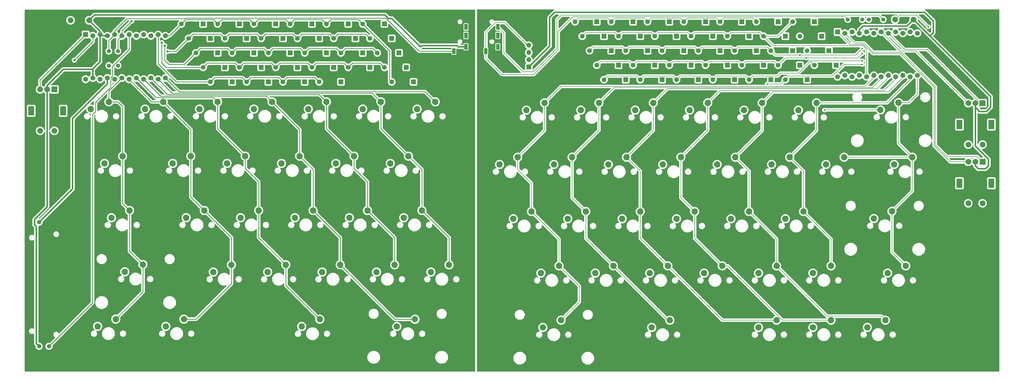
<source format=gbr>
%TF.GenerationSoftware,KiCad,Pcbnew,(7.0.0)*%
%TF.CreationDate,2023-03-24T13:53:56-04:00*%
%TF.ProjectId,RMK-complete,524d4b2d-636f-46d7-906c-6574652e6b69,rev?*%
%TF.SameCoordinates,Original*%
%TF.FileFunction,Copper,L2,Bot*%
%TF.FilePolarity,Positive*%
%FSLAX46Y46*%
G04 Gerber Fmt 4.6, Leading zero omitted, Abs format (unit mm)*
G04 Created by KiCad (PCBNEW (7.0.0)) date 2023-03-24 13:53:56*
%MOMM*%
%LPD*%
G01*
G04 APERTURE LIST*
%TA.AperFunction,ComponentPad*%
%ADD10C,1.651000*%
%TD*%
%TA.AperFunction,ComponentPad*%
%ADD11R,1.651000X1.651000*%
%TD*%
%TA.AperFunction,WasherPad*%
%ADD12R,2.000000X3.200000*%
%TD*%
%TA.AperFunction,ComponentPad*%
%ADD13R,2.000000X2.000000*%
%TD*%
%TA.AperFunction,ComponentPad*%
%ADD14C,2.000000*%
%TD*%
%TA.AperFunction,ComponentPad*%
%ADD15C,2.200000*%
%TD*%
%TA.AperFunction,ComponentPad*%
%ADD16C,1.397000*%
%TD*%
%TA.AperFunction,ComponentPad*%
%ADD17R,1.200000X2.100000*%
%TD*%
%TA.AperFunction,ComponentPad*%
%ADD18C,1.500000*%
%TD*%
%TA.AperFunction,ComponentPad*%
%ADD19R,1.700000X1.700000*%
%TD*%
%TA.AperFunction,ComponentPad*%
%ADD20O,1.700000X1.700000*%
%TD*%
%TA.AperFunction,ComponentPad*%
%ADD21R,1.752600X1.752600*%
%TD*%
%TA.AperFunction,ComponentPad*%
%ADD22C,1.752600*%
%TD*%
%TA.AperFunction,ViaPad*%
%ADD23C,0.600000*%
%TD*%
%TA.AperFunction,ViaPad*%
%ADD24C,0.800000*%
%TD*%
%TA.AperFunction,Conductor*%
%ADD25C,0.250000*%
%TD*%
%TA.AperFunction,Conductor*%
%ADD26C,0.500000*%
%TD*%
%TA.AperFunction,Conductor*%
%ADD27C,0.200000*%
%TD*%
G04 APERTURE END LIST*
D10*
%TO.P,D28,1,K*%
%TO.N,N/C*%
X160883600Y-92837000D03*
D11*
%TO.P,D28,2,A*%
X168503599Y-92836999D03*
%TD*%
D12*
%TO.P,ROT1,*%
%TO.N,*%
X50913599Y-113156999D03*
X39713599Y-113156999D03*
D13*
%TO.P,ROT1,A,A*%
%TO.N,N/C*%
X47813599Y-105656999D03*
D14*
%TO.P,ROT1,B,B*%
X42813600Y-105657000D03*
%TO.P,ROT1,C,C*%
X45313600Y-105657000D03*
%TO.P,ROT1,S1*%
X42813600Y-120157000D03*
%TO.P,ROT1,S2*%
X47813600Y-120157000D03*
%TD*%
D10*
%TO.P,D17,1,K*%
%TO.N,N/C*%
X270767381Y-86988838D03*
D11*
%TO.P,D17,2,A*%
X278387380Y-86988837D03*
%TD*%
D15*
%TO.P,SW19,1*%
%TO.N,N/C*%
X147929600Y-167132000D03*
%TO.P,SW19,2*%
X141579600Y-169672000D03*
%TD*%
D16*
%TO.P,R1,1*%
%TO.N,N/C*%
X338077381Y-81146838D03*
%TO.P,R1,2*%
X332997381Y-81146838D03*
%TD*%
D10*
%TO.P,D7,1,K*%
%TO.N,N/C*%
X245367381Y-86988838D03*
D11*
%TO.P,D7,2,A*%
X252987380Y-86988837D03*
%TD*%
D10*
%TO.P,D27,1,K*%
%TO.N,N/C*%
X296167381Y-86988838D03*
D11*
%TO.P,D27,2,A*%
X303787380Y-86988837D03*
%TD*%
D15*
%TO.P,SW27,1*%
%TO.N,N/C*%
X171805600Y-129032000D03*
%TO.P,SW27,2*%
X165455600Y-131572000D03*
%TD*%
%TO.P,SW32,1*%
%TO.N,N/C*%
X324361381Y-129406838D03*
%TO.P,SW32,2*%
X318011381Y-131946838D03*
%TD*%
D10*
%TO.P,D6,1,K*%
%TO.N,N/C*%
X105003600Y-82677000D03*
D11*
%TO.P,D6,2,A*%
X112623599Y-82676999D03*
%TD*%
D15*
%TO.P,SW23,1*%
%TO.N,N/C*%
X291087381Y-148456838D03*
%TO.P,SW23,2*%
X284737381Y-150996838D03*
%TD*%
D10*
%TO.P,D31,1,K*%
%TO.N,N/C*%
X165963600Y-102997000D03*
D11*
%TO.P,D31,2,A*%
X173583599Y-102996999D03*
%TD*%
D10*
%TO.P,D19,1,K*%
%TO.N,N/C*%
X275847381Y-97148838D03*
D11*
%TO.P,D19,2,A*%
X283467380Y-97148837D03*
%TD*%
D10*
%TO.P,D12,1,K*%
%TO.N,N/C*%
X120243600Y-87757000D03*
D11*
%TO.P,D12,2,A*%
X127863599Y-87756999D03*
%TD*%
D15*
%TO.P,SW4,1*%
%TO.N,N/C*%
X224539381Y-167506838D03*
%TO.P,SW4,2*%
X218189381Y-170046838D03*
%TD*%
D12*
%TO.P,ROT1,*%
%TO.N,*%
X375935380Y-138550837D03*
X364735380Y-138550837D03*
D13*
%TO.P,ROT1,A,A*%
%TO.N,N/C*%
X372835380Y-131050837D03*
D14*
%TO.P,ROT1,B,B*%
X367835381Y-131050838D03*
%TO.P,ROT1,C,C*%
X370335381Y-131050838D03*
%TO.P,ROT1,S1*%
X367835381Y-145550838D03*
%TO.P,ROT1,S2*%
X372835381Y-145550838D03*
%TD*%
D10*
%TO.P,D12,1,K*%
%TO.N,N/C*%
X258067381Y-86988838D03*
D11*
%TO.P,D12,2,A*%
X265687380Y-86988837D03*
%TD*%
D15*
%TO.P,SW11,1*%
%TO.N,N/C*%
X105003600Y-109982000D03*
%TO.P,SW11,2*%
X98653600Y-112522000D03*
%TD*%
D10*
%TO.P,D7,1,K*%
%TO.N,N/C*%
X107543600Y-87757000D03*
D11*
%TO.P,D7,2,A*%
X115163599Y-87756999D03*
%TD*%
D10*
%TO.P,D18,1,K*%
%TO.N,N/C*%
X135483600Y-92837000D03*
D11*
%TO.P,D18,2,A*%
X143103599Y-92836999D03*
%TD*%
D15*
%TO.P,SW29,1*%
%TO.N,N/C*%
X186029600Y-167132000D03*
%TO.P,SW29,2*%
X179679600Y-169672000D03*
%TD*%
%TO.P,SW7,1*%
%TO.N,N/C*%
X229111381Y-129406838D03*
%TO.P,SW7,2*%
X222761381Y-131946838D03*
%TD*%
D16*
%TO.P,R1,1*%
%TO.N,N/C*%
X70078600Y-97282000D03*
%TO.P,R1,2*%
X70078600Y-92202000D03*
%TD*%
D15*
%TO.P,SW20,1*%
%TO.N,N/C*%
X174091600Y-186243000D03*
%TO.P,SW20,2*%
X167741600Y-188783000D03*
%TD*%
D14*
%TO.P,SW_A1,1,1*%
%TO.N,N/C*%
X342193381Y-81146838D03*
%TO.P,SW_A1,2,2*%
X348693381Y-81146838D03*
%TD*%
D15*
%TO.P,SW25,1*%
%TO.N,N/C*%
X338839381Y-186556838D03*
%TO.P,SW25,2*%
X332489381Y-189096838D03*
%TD*%
D10*
%TO.P,D34,1*%
%TO.N,N/C*%
X311407381Y-92068838D03*
D11*
%TO.P,D34,2*%
X319027380Y-92068837D03*
%TD*%
D10*
%TO.P,D8,1,K*%
%TO.N,N/C*%
X247907381Y-92068838D03*
D11*
%TO.P,D8,2,A*%
X255527380Y-92068837D03*
%TD*%
D10*
%TO.P,D22,1,K*%
%TO.N,N/C*%
X283467381Y-86988838D03*
D11*
%TO.P,D22,2,A*%
X291087380Y-86988837D03*
%TD*%
D10*
%TO.P,D26,1,K*%
%TO.N,N/C*%
X155803600Y-82677000D03*
D11*
%TO.P,D26,2,A*%
X163423599Y-82676999D03*
%TD*%
D15*
%TO.P,SW34,1*%
%TO.N,N/C*%
X345951381Y-167506838D03*
%TO.P,SW34,2*%
X339601381Y-170046838D03*
%TD*%
%TO.P,SW12,1*%
%TO.N,N/C*%
X114655600Y-129032000D03*
%TO.P,SW12,2*%
X108305600Y-131572000D03*
%TD*%
D14*
%TO.P,SW_A1,1,1*%
%TO.N,N/C*%
X53493600Y-81407000D03*
%TO.P,SW_A1,2,2*%
X59993600Y-81407000D03*
%TD*%
D10*
%TO.P,D11,1,K*%
%TO.N,N/C*%
X255527381Y-81908838D03*
D11*
%TO.P,D11,2,A*%
X263147380Y-81908837D03*
%TD*%
D15*
%TO.P,SW24,1*%
%TO.N,N/C*%
X166979600Y-167132000D03*
%TO.P,SW24,2*%
X160629600Y-169672000D03*
%TD*%
D10*
%TO.P,D26,1,K*%
%TO.N,N/C*%
X293627381Y-81908838D03*
D11*
%TO.P,D26,2,A*%
X301247380Y-81908837D03*
%TD*%
D10*
%TO.P,D9,1,K*%
%TO.N,N/C*%
X250447381Y-97148838D03*
D11*
%TO.P,D9,2,A*%
X258067380Y-97148837D03*
%TD*%
D10*
%TO.P,D5,1,K*%
%TO.N,N/C*%
X102463600Y-102997000D03*
D11*
%TO.P,D5,2,A*%
X110083599Y-102996999D03*
%TD*%
D15*
%TO.P,SW4,1*%
%TO.N,N/C*%
X78841600Y-167066000D03*
%TO.P,SW4,2*%
X72491600Y-169606000D03*
%TD*%
%TO.P,SW6,1*%
%TO.N,N/C*%
X238509381Y-110356838D03*
%TO.P,SW6,2*%
X232159381Y-112896838D03*
%TD*%
%TO.P,SW2,1*%
%TO.N,N/C*%
X71729600Y-129032000D03*
%TO.P,SW2,2*%
X65379600Y-131572000D03*
%TD*%
%TO.P,SW27,1*%
%TO.N,N/C*%
X305311381Y-129406838D03*
%TO.P,SW27,2*%
X298961381Y-131946838D03*
%TD*%
%TO.P,SW9,1*%
%TO.N,N/C*%
X109829600Y-167132000D03*
%TO.P,SW9,2*%
X103479600Y-169672000D03*
%TD*%
D17*
%TO.P,U2,1,SLEEVE*%
%TO.N,GND2*%
X203115599Y-90714499D03*
%TO.P,U2,2,TIP*%
%TO.N,VCC2*%
X203115599Y-86714499D03*
%TO.P,U2,3,RING1*%
%TO.N,SCL2*%
X203115599Y-83714499D03*
%TO.P,U2,4,RING2*%
%TO.N,SDA2*%
X198915599Y-92214499D03*
%TD*%
D10*
%TO.P,D10,1,K*%
%TO.N,N/C*%
X252987381Y-102228838D03*
D11*
%TO.P,D10,2,A*%
X260607380Y-102228837D03*
%TD*%
D10*
%TO.P,D31,1,K*%
%TO.N,N/C*%
X303787381Y-102228838D03*
D11*
%TO.P,D31,2,A*%
X311407380Y-102228837D03*
%TD*%
D15*
%TO.P,SW33,1*%
%TO.N,N/C*%
X341125381Y-148390838D03*
%TO.P,SW33,2*%
X334775381Y-150930838D03*
%TD*%
D10*
%TO.P,D19,1,K*%
%TO.N,N/C*%
X138023600Y-97917000D03*
D11*
%TO.P,D19,2,A*%
X145643599Y-97916999D03*
%TD*%
D10*
%TO.P,D2,1,K*%
%TO.N,N/C*%
X94843600Y-87757000D03*
D11*
%TO.P,D2,2,A*%
X102463599Y-87756999D03*
%TD*%
D15*
%TO.P,SW21,1*%
%TO.N,N/C*%
X143103600Y-109982000D03*
%TO.P,SW21,2*%
X136753600Y-112522000D03*
%TD*%
%TO.P,SW31,1*%
%TO.N,N/C*%
X343411381Y-110290838D03*
%TO.P,SW31,2*%
X337061381Y-112830838D03*
%TD*%
%TO.P,SW28,1*%
%TO.N,N/C*%
X310137381Y-148456838D03*
%TO.P,SW28,2*%
X303787381Y-150996838D03*
%TD*%
%TO.P,SW35,1*%
%TO.N,N/C*%
X348237381Y-129406838D03*
%TO.P,SW35,2*%
X341887381Y-131946838D03*
%TD*%
%TO.P,SW1,1*%
%TO.N,N/C*%
X219459381Y-110356838D03*
%TO.P,SW1,2*%
X213109381Y-112896838D03*
%TD*%
%TO.P,SW24,1*%
%TO.N,N/C*%
X300739381Y-167506838D03*
%TO.P,SW24,2*%
X294389381Y-170046838D03*
%TD*%
D10*
%TO.P,D8,1,K*%
%TO.N,N/C*%
X110083600Y-92837000D03*
D11*
%TO.P,D8,2,A*%
X117703599Y-92836999D03*
%TD*%
D16*
%TO.P,R2,1*%
%TO.N,N/C*%
X330711381Y-81146838D03*
%TO.P,R2,2*%
X325631381Y-81146838D03*
%TD*%
D15*
%TO.P,SW11,1*%
%TO.N,N/C*%
X257559381Y-110356838D03*
%TO.P,SW11,2*%
X251209381Y-112896838D03*
%TD*%
%TO.P,SW13,1*%
%TO.N,N/C*%
X119354600Y-148082000D03*
%TO.P,SW13,2*%
X113004600Y-150622000D03*
%TD*%
D10*
%TO.P,D20,1,K*%
%TO.N,N/C*%
X140563600Y-102997000D03*
D11*
%TO.P,D20,2,A*%
X148183599Y-102996999D03*
%TD*%
D12*
%TO.P,ROT2,*%
%TO.N,*%
X375935380Y-117976837D03*
X364735380Y-117976837D03*
D13*
%TO.P,ROT2,A,A*%
%TO.N,N/C*%
X372835380Y-110476837D03*
D14*
%TO.P,ROT2,B,B*%
X367835381Y-110476838D03*
%TO.P,ROT2,C,C*%
X370335381Y-110476838D03*
%TO.P,ROT2,S1*%
X367835381Y-124976838D03*
%TO.P,ROT2,S2*%
X372835381Y-124976838D03*
%TD*%
D15*
%TO.P,SW14,1*%
%TO.N,N/C*%
X262639381Y-167506838D03*
%TO.P,SW14,2*%
X256289381Y-170046838D03*
%TD*%
%TO.P,SW7,1*%
%TO.N,N/C*%
X95605600Y-129032000D03*
%TO.P,SW7,2*%
X89255600Y-131572000D03*
%TD*%
%TO.P,SW31,1*%
%TO.N,N/C*%
X181203600Y-109982000D03*
%TO.P,SW31,2*%
X174853600Y-112522000D03*
%TD*%
%TO.P,SW19,1*%
%TO.N,N/C*%
X281689381Y-167506838D03*
%TO.P,SW19,2*%
X275339381Y-170046838D03*
%TD*%
%TO.P,SW28,1*%
%TO.N,N/C*%
X176504600Y-148082000D03*
%TO.P,SW28,2*%
X170154600Y-150622000D03*
%TD*%
D10*
%TO.P,D14,1,K*%
%TO.N,N/C*%
X125323600Y-97917000D03*
D11*
%TO.P,D14,2,A*%
X132943599Y-97916999D03*
%TD*%
D10*
%TO.P,D16,1,K*%
%TO.N,N/C*%
X130403600Y-82677000D03*
D11*
%TO.P,D16,2,A*%
X138023599Y-82676999D03*
%TD*%
D15*
%TO.P,SW15,1*%
%TO.N,N/C*%
X300739381Y-186556838D03*
%TO.P,SW15,2*%
X294389381Y-189096838D03*
%TD*%
D16*
%TO.P,R2,1*%
%TO.N,N/C*%
X66903600Y-97282000D03*
%TO.P,R2,2*%
X66903600Y-92202000D03*
%TD*%
D18*
%TO.P,RV1,1,1*%
%TO.N,N/C*%
X42463600Y-195722000D03*
%TO.P,RV1,2,2*%
X45963600Y-195722000D03*
%TO.P,RV1,3,3*%
X42463600Y-152222000D03*
%TD*%
D15*
%TO.P,SW16,1*%
%TO.N,N/C*%
X276609381Y-110356838D03*
%TO.P,SW16,2*%
X270259381Y-112896838D03*
%TD*%
%TO.P,SW2,1*%
%TO.N,N/C*%
X210061381Y-129406838D03*
%TO.P,SW2,2*%
X203711381Y-131946838D03*
%TD*%
%TO.P,SW17,1*%
%TO.N,N/C*%
X133705600Y-129032000D03*
%TO.P,SW17,2*%
X127355600Y-131572000D03*
%TD*%
%TO.P,SW22,1*%
%TO.N,N/C*%
X286261381Y-129406838D03*
%TO.P,SW22,2*%
X279911381Y-131946838D03*
%TD*%
%TO.P,SW14,1*%
%TO.N,N/C*%
X128879600Y-167132000D03*
%TO.P,SW14,2*%
X122529600Y-169672000D03*
%TD*%
D10*
%TO.P,D1,1,K*%
%TO.N,N/C*%
X230127381Y-81908838D03*
D11*
%TO.P,D1,2,A*%
X237747380Y-81908837D03*
%TD*%
D15*
%TO.P,SW21,1*%
%TO.N,N/C*%
X295659381Y-110356838D03*
%TO.P,SW21,2*%
X289309381Y-112896838D03*
%TD*%
%TO.P,SW8,1*%
%TO.N,N/C*%
X233937381Y-148456838D03*
%TO.P,SW8,2*%
X227587381Y-150996838D03*
%TD*%
D10*
%TO.P,D27,1,K*%
%TO.N,N/C*%
X158343600Y-87757000D03*
D11*
%TO.P,D27,2,A*%
X165963599Y-87756999D03*
%TD*%
D10*
%TO.P,D32,1*%
%TO.N,N/C*%
X306327381Y-81908838D03*
D11*
%TO.P,D32,2*%
X313947380Y-81908837D03*
%TD*%
D10*
%TO.P,D4,1,K*%
%TO.N,N/C*%
X99923600Y-97917000D03*
D11*
%TO.P,D4,2,A*%
X107543599Y-97916999D03*
%TD*%
D15*
%TO.P,SW13,1*%
%TO.N,N/C*%
X252987381Y-148456838D03*
%TO.P,SW13,2*%
X246637381Y-150996838D03*
%TD*%
D10*
%TO.P,D15,1,K*%
%TO.N,N/C*%
X127863600Y-102997000D03*
D11*
%TO.P,D15,2,A*%
X135483599Y-102996999D03*
%TD*%
D15*
%TO.P,SW6,1*%
%TO.N,N/C*%
X85953600Y-109982000D03*
%TO.P,SW6,2*%
X79603600Y-112522000D03*
%TD*%
D10*
%TO.P,D13,1,K*%
%TO.N,N/C*%
X260607381Y-92068838D03*
D11*
%TO.P,D13,2,A*%
X268227380Y-92068837D03*
%TD*%
D19*
%TO.P,J1,1,Pin_1*%
%TO.N,N/C*%
X213947980Y-97773837D03*
D20*
%TO.P,J1,2,Pin_2*%
X213947980Y-95233837D03*
%TO.P,J1,3,Pin_3*%
X213947980Y-92693837D03*
%TO.P,J1,4,Pin_4*%
%TO.N,SDA2*%
X213947980Y-90153837D03*
%TD*%
D10*
%TO.P,D3,1,K*%
%TO.N,N/C*%
X97383600Y-92837000D03*
D11*
%TO.P,D3,2,A*%
X105003599Y-92836999D03*
%TD*%
D10*
%TO.P,D5,1,K*%
%TO.N,N/C*%
X240287381Y-102228838D03*
D11*
%TO.P,D5,2,A*%
X247907380Y-102228837D03*
%TD*%
D15*
%TO.P,SW12,1*%
%TO.N,N/C*%
X248161381Y-129406838D03*
%TO.P,SW12,2*%
X241811381Y-131946838D03*
%TD*%
D10*
%TO.P,D4,1,K*%
%TO.N,N/C*%
X237747381Y-97148838D03*
D11*
%TO.P,D4,2,A*%
X245367380Y-97148837D03*
%TD*%
D15*
%TO.P,SW26,1*%
%TO.N,N/C*%
X162153600Y-109982000D03*
%TO.P,SW26,2*%
X155803600Y-112522000D03*
%TD*%
%TO.P,SW18,1*%
%TO.N,N/C*%
X138404600Y-148082000D03*
%TO.P,SW18,2*%
X132054600Y-150622000D03*
%TD*%
D10*
%TO.P,D6,1,K*%
%TO.N,N/C*%
X242827381Y-81908838D03*
D11*
%TO.P,D6,2,A*%
X250447380Y-81908837D03*
%TD*%
D15*
%TO.P,SW20,1*%
%TO.N,N/C*%
X319789381Y-186556838D03*
%TO.P,SW20,2*%
X313439381Y-189096838D03*
%TD*%
D10*
%TO.P,D22,1,K*%
%TO.N,N/C*%
X145643600Y-87757000D03*
D11*
%TO.P,D22,2,A*%
X153263599Y-87756999D03*
%TD*%
D10*
%TO.P,D20,1,K*%
%TO.N,N/C*%
X278387381Y-102228838D03*
D11*
%TO.P,D20,2,A*%
X286007380Y-102228837D03*
%TD*%
D10*
%TO.P,D1,1,K*%
%TO.N,N/C*%
X92303600Y-82677000D03*
D11*
%TO.P,D1,2,A*%
X99923599Y-82676999D03*
%TD*%
D10*
%TO.P,D23,1,K*%
%TO.N,N/C*%
X148183600Y-92837000D03*
D11*
%TO.P,D23,2,A*%
X155803599Y-92836999D03*
%TD*%
D10*
%TO.P,D35,1*%
%TO.N,N/C*%
X313947381Y-97148838D03*
D11*
%TO.P,D35,2*%
X321567380Y-97148837D03*
%TD*%
D10*
%TO.P,D3,1,K*%
%TO.N,N/C*%
X235207381Y-92068838D03*
D11*
%TO.P,D3,2,A*%
X242827380Y-92068837D03*
%TD*%
D15*
%TO.P,SW10,1*%
%TO.N,N/C*%
X263347200Y-186588400D03*
%TO.P,SW10,2*%
X256997200Y-189128400D03*
%TD*%
%TO.P,SW22,1*%
%TO.N,N/C*%
X152755600Y-129032000D03*
%TO.P,SW22,2*%
X146405600Y-131572000D03*
%TD*%
%TO.P,SW5,1*%
%TO.N,N/C*%
X69316600Y-186182000D03*
%TO.P,SW5,2*%
X62966600Y-188722000D03*
%TD*%
%TO.P,SW15,1*%
%TO.N,N/C*%
X140766800Y-186232800D03*
%TO.P,SW15,2*%
X134416800Y-188772800D03*
%TD*%
D10*
%TO.P,D11,1,K*%
%TO.N,N/C*%
X117703600Y-82677000D03*
D11*
%TO.P,D11,2,A*%
X125323599Y-82676999D03*
%TD*%
D10*
%TO.P,D9,1,K*%
%TO.N,N/C*%
X112623600Y-97917000D03*
D11*
%TO.P,D9,2,A*%
X120243599Y-97916999D03*
%TD*%
D15*
%TO.P,SW16,1*%
%TO.N,N/C*%
X124053600Y-109982000D03*
%TO.P,SW16,2*%
X117703600Y-112522000D03*
%TD*%
D10*
%TO.P,D29,1,K*%
%TO.N,N/C*%
X163423600Y-97917000D03*
D11*
%TO.P,D29,2,A*%
X171043599Y-97916999D03*
%TD*%
D15*
%TO.P,SW1,1*%
%TO.N,N/C*%
X66903600Y-109982000D03*
%TO.P,SW1,2*%
X60553600Y-112522000D03*
%TD*%
%TO.P,SW17,1*%
%TO.N,N/C*%
X267211381Y-129406838D03*
%TO.P,SW17,2*%
X260861381Y-131946838D03*
%TD*%
%TO.P,SW10,1*%
%TO.N,N/C*%
X93192600Y-186182000D03*
%TO.P,SW10,2*%
X86842600Y-188722000D03*
%TD*%
%TO.P,SW18,1*%
%TO.N,N/C*%
X272037381Y-148456838D03*
%TO.P,SW18,2*%
X265687381Y-150996838D03*
%TD*%
D17*
%TO.P,U2,1,SLEEVE*%
%TO.N,GND1*%
X191939599Y-90714499D03*
%TO.P,U2,2,TIP*%
%TO.N,VCC1*%
X191939599Y-86714499D03*
%TO.P,U2,3,RING1*%
%TO.N,SCL1*%
X191939599Y-83714499D03*
%TO.P,U2,4,RING2*%
%TO.N,SDA1*%
X187739599Y-92214499D03*
%TD*%
D10*
%TO.P,D33,1*%
%TO.N,N/C*%
X308867381Y-86988838D03*
D11*
%TO.P,D33,2*%
X316487380Y-86988837D03*
%TD*%
D10*
%TO.P,D15,1,K*%
%TO.N,N/C*%
X265687381Y-102228838D03*
D11*
%TO.P,D15,2,A*%
X273307380Y-102228837D03*
%TD*%
D10*
%TO.P,D21,1,K*%
%TO.N,N/C*%
X143103600Y-82677000D03*
D11*
%TO.P,D21,2,A*%
X150723599Y-82676999D03*
%TD*%
D10*
%TO.P,D25,1*%
%TO.N,N/C*%
X291087381Y-102228838D03*
D11*
%TO.P,D25,2*%
X298707380Y-102228837D03*
%TD*%
D10*
%TO.P,D24,1,K*%
%TO.N,N/C*%
X150723600Y-97917000D03*
D11*
%TO.P,D24,2,A*%
X158343599Y-97916999D03*
%TD*%
D10*
%TO.P,D24,1,K*%
%TO.N,N/C*%
X288547381Y-97148838D03*
D11*
%TO.P,D24,2,A*%
X296167380Y-97148837D03*
%TD*%
D15*
%TO.P,SW9,1*%
%TO.N,N/C*%
X243589381Y-167506838D03*
%TO.P,SW9,2*%
X237239381Y-170046838D03*
%TD*%
D10*
%TO.P,D28,1,K*%
%TO.N,N/C*%
X298707381Y-92068838D03*
D11*
%TO.P,D28,2,A*%
X306327380Y-92068837D03*
%TD*%
D10*
%TO.P,D14,1,K*%
%TO.N,N/C*%
X263147381Y-97148838D03*
D11*
%TO.P,D14,2,A*%
X270767380Y-97148837D03*
%TD*%
D10*
%TO.P,D13,1,K*%
%TO.N,N/C*%
X122783600Y-92837000D03*
D11*
%TO.P,D13,2,A*%
X130403599Y-92836999D03*
%TD*%
D10*
%TO.P,D23,1,K*%
%TO.N,N/C*%
X286007381Y-92068838D03*
D11*
%TO.P,D23,2,A*%
X293627380Y-92068837D03*
%TD*%
D15*
%TO.P,SW29,1*%
%TO.N,N/C*%
X319789381Y-167506838D03*
%TO.P,SW29,2*%
X313439381Y-170046838D03*
%TD*%
D10*
%TO.P,D21,1,K*%
%TO.N,N/C*%
X280927381Y-81908838D03*
D11*
%TO.P,D21,2,A*%
X288547380Y-81908837D03*
%TD*%
D10*
%TO.P,D10,1,K*%
%TO.N,N/C*%
X115163600Y-102997000D03*
D11*
%TO.P,D10,2,A*%
X122783599Y-102996999D03*
%TD*%
D10*
%TO.P,D18,1,K*%
%TO.N,N/C*%
X273307381Y-92068838D03*
D11*
%TO.P,D18,2,A*%
X280927380Y-92068837D03*
%TD*%
D15*
%TO.P,SW26,1*%
%TO.N,N/C*%
X314709381Y-110356838D03*
%TO.P,SW26,2*%
X308359381Y-112896838D03*
%TD*%
D10*
%TO.P,D2,1,K*%
%TO.N,N/C*%
X232667381Y-86988838D03*
D11*
%TO.P,D2,2,A*%
X240287380Y-86988837D03*
%TD*%
D10*
%TO.P,D17,1,K*%
%TO.N,N/C*%
X132943600Y-87757000D03*
D11*
%TO.P,D17,2,A*%
X140563599Y-87756999D03*
%TD*%
D15*
%TO.P,SW23,1*%
%TO.N,N/C*%
X157454600Y-148082000D03*
%TO.P,SW23,2*%
X151104600Y-150622000D03*
%TD*%
%TO.P,SW5,1*%
%TO.N,N/C*%
X225247200Y-186573200D03*
%TO.P,SW5,2*%
X218897200Y-189113200D03*
%TD*%
%TO.P,SW8,1*%
%TO.N,N/C*%
X100304600Y-148082000D03*
%TO.P,SW8,2*%
X93954600Y-150622000D03*
%TD*%
D10*
%TO.P,D16,1,K*%
%TO.N,N/C*%
X268227381Y-81908838D03*
D11*
%TO.P,D16,2,A*%
X275847380Y-81908837D03*
%TD*%
D10*
%TO.P,D29,1,K*%
%TO.N,N/C*%
X301247381Y-97148838D03*
D11*
%TO.P,D29,2,A*%
X308867380Y-97148837D03*
%TD*%
D15*
%TO.P,SW3,1*%
%TO.N,N/C*%
X74142600Y-148082000D03*
%TO.P,SW3,2*%
X67792600Y-150622000D03*
%TD*%
%TO.P,SW3,1*%
%TO.N,N/C*%
X214887381Y-148456838D03*
%TO.P,SW3,2*%
X208537381Y-150996838D03*
%TD*%
D21*
%TO.P,U1,1,TX0/PD3*%
%TO.N,N/C*%
X58775599Y-86385399D03*
D22*
%TO.P,U1,2,RX1/PD2*%
X61315600Y-86842600D03*
%TO.P,U1,3,GND*%
X63855600Y-86385400D03*
%TO.P,U1,4,GND*%
X66395600Y-86842600D03*
%TO.P,U1,5,2/PD1*%
X68935600Y-86385400D03*
%TO.P,U1,6,3/PD0*%
X71475600Y-86842600D03*
%TO.P,U1,7,4/PD4*%
X74015600Y-86385400D03*
%TO.P,U1,8,5/PC6*%
X76555600Y-86842600D03*
%TO.P,U1,9,6/PD7*%
X79095600Y-86385400D03*
%TO.P,U1,10,7/PE6*%
X81635600Y-86842600D03*
%TO.P,U1,11,8/PB4*%
X84175600Y-86385400D03*
%TO.P,U1,12,9/PB5*%
X86715600Y-86842600D03*
%TO.P,U1,13,10/PB6*%
X86715600Y-101625400D03*
%TO.P,U1,14,16/PB2*%
X84175600Y-102082600D03*
%TO.P,U1,15,14/PB3*%
X81635600Y-101625400D03*
%TO.P,U1,16,15/PB1*%
X79095600Y-102082600D03*
%TO.P,U1,17,A0/PF7*%
X76555600Y-101625400D03*
%TO.P,U1,18,A1/PF6*%
X74015600Y-102082600D03*
%TO.P,U1,19,A2/PF5*%
X71475600Y-101625400D03*
%TO.P,U1,20,A3/PF4*%
X68935600Y-102082600D03*
%TO.P,U1,21,VCC*%
X66395600Y-101625400D03*
%TO.P,U1,22,RST*%
X63855600Y-102082600D03*
%TO.P,U1,23,GND*%
X61315600Y-101625400D03*
%TO.P,U1,24,RAW*%
X58775600Y-102082600D03*
%TD*%
D21*
%TO.P,U1,1,TX0/PD3*%
%TO.N,N/C*%
X322075380Y-85490237D03*
D22*
%TO.P,U1,2,RX1/PD2*%
X324615381Y-85947438D03*
%TO.P,U1,3,GND*%
X327155381Y-85490238D03*
%TO.P,U1,4,GND*%
X329695381Y-85947438D03*
%TO.P,U1,5,2/PD1*%
X332235381Y-85490238D03*
%TO.P,U1,6,3/PD0*%
X334775381Y-85947438D03*
%TO.P,U1,7,4/PD4*%
X337315381Y-85490238D03*
%TO.P,U1,8,5/PC6*%
X339855381Y-85947438D03*
%TO.P,U1,9,6/PD7*%
X342395381Y-85490238D03*
%TO.P,U1,10,7/PE6*%
X344935381Y-85947438D03*
%TO.P,U1,11,8/PB4*%
X347475381Y-85490238D03*
%TO.P,U1,12,9/PB5*%
X350015381Y-85947438D03*
%TO.P,U1,13,10/PB6*%
X350015381Y-100730238D03*
%TO.P,U1,14,16/PB2*%
X347475381Y-101187438D03*
%TO.P,U1,15,14/PB3*%
X344935381Y-100730238D03*
%TO.P,U1,16,15/PB1*%
X342395381Y-101187438D03*
%TO.P,U1,17,A0/PF7*%
X339855381Y-100730238D03*
%TO.P,U1,18,A1/PF6*%
X337315381Y-101187438D03*
%TO.P,U1,19,A2/PF5*%
X334775381Y-100730238D03*
%TO.P,U1,20,A3/PF4*%
X332235381Y-101187438D03*
%TO.P,U1,21,VCC*%
X329695381Y-100730238D03*
%TO.P,U1,22,RST*%
X327155381Y-101187438D03*
%TO.P,U1,23,GND*%
X324615381Y-100730238D03*
%TO.P,U1,24,RAW*%
X322075381Y-101187438D03*
%TD*%
D23*
%TO.N,*%
X330711381Y-95624838D03*
X297437381Y-103752838D03*
X330711381Y-96894838D03*
D24*
X85445600Y-89281000D03*
D23*
X330711381Y-93084838D03*
X308867381Y-93592838D03*
D24*
X86461600Y-90297000D03*
X87477600Y-92329000D03*
D23*
X317503381Y-112896838D03*
X311153381Y-94608838D03*
X353825381Y-83686838D03*
D24*
X54838600Y-95377000D03*
D23*
X330711381Y-91306838D03*
D24*
%TO.N,SCL1*%
X74841100Y-81724500D03*
%TD*%
D25*
%TO.N,*%
X137033000Y-91287600D02*
X135483600Y-92837000D01*
X146634200Y-91287600D02*
X137033000Y-91287600D01*
X148183600Y-92837000D02*
X146634200Y-91287600D01*
X123825000Y-96418400D02*
X125323600Y-97917000D01*
X114122200Y-96418400D02*
X123825000Y-96418400D01*
X112623600Y-97917000D02*
X114122200Y-96418400D01*
D26*
%TO.N,GND1*%
X188874400Y-90322400D02*
X176377450Y-90322400D01*
X176377450Y-90322400D02*
X175985350Y-90714500D01*
X189266500Y-90714500D02*
X188874400Y-90322400D01*
X191939600Y-90714500D02*
X189266500Y-90714500D01*
D25*
%TO.N,*%
X159109600Y-106938000D02*
X162153600Y-109982000D01*
X89031000Y-106938000D02*
X159109600Y-106938000D01*
X84175600Y-102082600D02*
X89031000Y-106938000D01*
D27*
X280927381Y-81908838D02*
X282197381Y-80638838D01*
X343947981Y-92122838D02*
X349481381Y-92122838D01*
X262531381Y-105384838D02*
X257559381Y-110356838D01*
D25*
X166979600Y-167132000D02*
X166979600Y-157607000D01*
X163423600Y-97917000D02*
X161899600Y-96393000D01*
D27*
X241557381Y-80638838D02*
X242827381Y-81908838D01*
D25*
X79095600Y-102082600D02*
X85012000Y-107999000D01*
X156819600Y-86233000D02*
X158343600Y-87757000D01*
D27*
X312677381Y-95624838D02*
X330711381Y-95624838D01*
X337315381Y-101187438D02*
X337315381Y-101974838D01*
X282197381Y-80638838D02*
X292357381Y-80638838D01*
X353825381Y-83686838D02*
X349761381Y-79622838D01*
X310137381Y-134232838D02*
X305311381Y-129406838D01*
D25*
X126847600Y-96393000D02*
X136499600Y-96393000D01*
D27*
X300739381Y-167506838D02*
X300739381Y-158108838D01*
D25*
X67538600Y-102257663D02*
X67538600Y-104849636D01*
X161899600Y-96393000D02*
X152247600Y-96393000D01*
D27*
X317569381Y-112830838D02*
X337061381Y-112830838D01*
X338839381Y-186556838D02*
X337439381Y-185156838D01*
X318389381Y-185156838D02*
X300739381Y-167506838D01*
D25*
X95605600Y-143383000D02*
X100304600Y-148082000D01*
X144627600Y-81153000D02*
X143103600Y-82677000D01*
D27*
X252987381Y-102228838D02*
X251717381Y-100958838D01*
X273307381Y-92068838D02*
X274577381Y-90798838D01*
X312677381Y-95878838D02*
X312677381Y-95624838D01*
D25*
X71729600Y-111633000D02*
X71729600Y-129032000D01*
D27*
X372835381Y-110476838D02*
X371689381Y-111622838D01*
D25*
X93192600Y-186182000D02*
X97383600Y-186182000D01*
X149199600Y-96393000D02*
X150723600Y-97917000D01*
D27*
X300231381Y-93592838D02*
X308867381Y-93592838D01*
D25*
X109067600Y-86233000D02*
X118719600Y-86233000D01*
X111099600Y-96393000D02*
X112623600Y-97917000D01*
D27*
X348237381Y-129406838D02*
X348237381Y-141278838D01*
X247907381Y-92068838D02*
X249177381Y-90798838D01*
X331670081Y-104584838D02*
X334775381Y-101479538D01*
X347033381Y-110290838D02*
X350015381Y-107308838D01*
X337315381Y-85490238D02*
X343947981Y-92122838D01*
D25*
X105003600Y-119380000D02*
X114655600Y-129032000D01*
D27*
X289817381Y-100958838D02*
X284991381Y-100958838D01*
X269497381Y-80638838D02*
X279657381Y-80638838D01*
D25*
X105003600Y-109982000D02*
X105003600Y-119380000D01*
X119354600Y-148082000D02*
X119354600Y-157607000D01*
D27*
X289817381Y-95878838D02*
X288547381Y-97148838D01*
D25*
X155803600Y-82677000D02*
X165201600Y-92075000D01*
D27*
X265687381Y-102228838D02*
X266957381Y-100958838D01*
D25*
X103524600Y-108503000D02*
X105003600Y-109982000D01*
D27*
X251717381Y-95878838D02*
X250447381Y-97148838D01*
X256797381Y-85718838D02*
X246637381Y-85718838D01*
D25*
X42773600Y-102387400D02*
X42773600Y-102997000D01*
X61188600Y-114427000D02*
X61188600Y-180497000D01*
D27*
X229111381Y-129406838D02*
X229111381Y-143630838D01*
D25*
X126339600Y-101473000D02*
X127863600Y-102997000D01*
D27*
X372835381Y-131050838D02*
X370937381Y-129152838D01*
X361565381Y-131050838D02*
X367835381Y-131050838D01*
X297437381Y-103752838D02*
X302263381Y-103752838D01*
X229111381Y-129406838D02*
X238509381Y-120008838D01*
D25*
X92303600Y-82677000D02*
X88138000Y-86842600D01*
D27*
X256797381Y-80638838D02*
X266957381Y-80638838D01*
X371689381Y-111622838D02*
X371689381Y-109915992D01*
D25*
X141579600Y-81153000D02*
X143103600Y-82677000D01*
X84175600Y-96647000D02*
X90525600Y-102997000D01*
D27*
X252987381Y-102228838D02*
X254257381Y-100958838D01*
X305057381Y-100958838D02*
X320297381Y-100958838D01*
D25*
X67650900Y-102145363D02*
X67538600Y-102257663D01*
X101447600Y-96393000D02*
X111099600Y-96393000D01*
X149707600Y-91313000D02*
X148183600Y-92837000D01*
X84175600Y-86385400D02*
X84175600Y-96647000D01*
D27*
X270767381Y-86988838D02*
X269497381Y-85718838D01*
X349481381Y-92122838D02*
X367835381Y-110476838D01*
X299520381Y-106495838D02*
X295659381Y-110356838D01*
X303787381Y-102228838D02*
X305057381Y-100958838D01*
X356311381Y-104644278D02*
X344243941Y-92576838D01*
X238509381Y-120008838D02*
X238509381Y-110356838D01*
X320297381Y-100958838D02*
X324361381Y-96894838D01*
X252987381Y-134232838D02*
X248161381Y-129406838D01*
D25*
X66903600Y-109982000D02*
X66903600Y-106197400D01*
D27*
X343411381Y-110290838D02*
X343411381Y-124580838D01*
X283467381Y-86988838D02*
X282197381Y-85718838D01*
D25*
X74142600Y-162367000D02*
X78841600Y-167066000D01*
D27*
X297437381Y-90798838D02*
X298707381Y-92068838D01*
X233937381Y-85718838D02*
X232667381Y-86988838D01*
D25*
X92303600Y-82677000D02*
X93827600Y-81153000D01*
X67650900Y-101592037D02*
X67650900Y-102145363D01*
X99923600Y-97917000D02*
X86969600Y-97917000D01*
D27*
X370937381Y-129152838D02*
X360309433Y-129152838D01*
X353442227Y-91668838D02*
X345576781Y-91668838D01*
X287277381Y-90798838D02*
X297437381Y-90798838D01*
X286007381Y-92068838D02*
X287277381Y-90798838D01*
X350015381Y-107308838D02*
X350015381Y-100730238D01*
X334535486Y-92576838D02*
X331341486Y-89382838D01*
X279657381Y-80638838D02*
X280927381Y-81908838D01*
X302263381Y-103752838D02*
X303787381Y-102228838D01*
D25*
X166979600Y-157607000D02*
X157454600Y-148082000D01*
X105003600Y-82677000D02*
X106527600Y-81153000D01*
D27*
X214887381Y-148456838D02*
X214887381Y-138529436D01*
X267211381Y-129406838D02*
X276609381Y-120008838D01*
D25*
X121259600Y-91313000D02*
X111607600Y-91313000D01*
D27*
X341125381Y-148390838D02*
X341125381Y-162680838D01*
X266957381Y-100958838D02*
X277117381Y-100958838D01*
D25*
X176504600Y-148082000D02*
X176504600Y-133731000D01*
D27*
X347475381Y-102228838D02*
X339347381Y-110356838D01*
D25*
X111607600Y-91313000D02*
X110083600Y-92837000D01*
D27*
X278387381Y-102228838D02*
X279657381Y-100958838D01*
D25*
X97383600Y-92837000D02*
X93319600Y-96901000D01*
D27*
X335937381Y-105384838D02*
X262531381Y-105384838D01*
X301247381Y-97148838D02*
X299977381Y-95878838D01*
X250447381Y-97148838D02*
X249177381Y-95878838D01*
X305311381Y-129406838D02*
X314709381Y-120008838D01*
D25*
X95605600Y-119634000D02*
X85953600Y-109982000D01*
D27*
X324361381Y-96894838D02*
X330711381Y-96894838D01*
D25*
X71729600Y-145669000D02*
X74142600Y-148082000D01*
X176504600Y-133731000D02*
X171805600Y-129032000D01*
D27*
X328425381Y-93592838D02*
X330711381Y-91306838D01*
D25*
X152755600Y-129032000D02*
X152755600Y-133310068D01*
D27*
X231651381Y-174618838D02*
X231651381Y-180169019D01*
X295659381Y-120008838D02*
X295659381Y-110356838D01*
X292357381Y-100958838D02*
X300993381Y-100958838D01*
D25*
X103987600Y-101473000D02*
X113639600Y-101473000D01*
D27*
X330965381Y-90290838D02*
X299469381Y-90290838D01*
D25*
X155803600Y-82677000D02*
X154279600Y-81153000D01*
D27*
X272037381Y-90798838D02*
X273307381Y-92068838D01*
X224539381Y-167506838D02*
X224539381Y-158108838D01*
D25*
X81635600Y-101625400D02*
X87452200Y-107442000D01*
D27*
X287277381Y-95878838D02*
X277117381Y-95878838D01*
X291087381Y-102228838D02*
X292357381Y-100958838D01*
X339347381Y-110356838D02*
X314709381Y-110356838D01*
D25*
X68173600Y-97535816D02*
X68173600Y-101069337D01*
X147929600Y-167132000D02*
X147929600Y-157607000D01*
X159359600Y-91313000D02*
X149707600Y-91313000D01*
X138404600Y-133731000D02*
X133705600Y-129032000D01*
X186029600Y-167132000D02*
X186029600Y-157607000D01*
X91524200Y-106434000D02*
X177655600Y-106434000D01*
X147929600Y-157607000D02*
X138404600Y-148082000D01*
X83433200Y-108503000D02*
X103524600Y-108503000D01*
D27*
X331153433Y-89836838D02*
X334401433Y-93084838D01*
D25*
X74142600Y-148082000D02*
X74142600Y-162367000D01*
D27*
X344935381Y-100730238D02*
X344935381Y-101479538D01*
X248161381Y-129406838D02*
X257559381Y-120008838D01*
D25*
X107543600Y-87757000D02*
X109067600Y-86233000D01*
X131419600Y-86233000D02*
X121767600Y-86233000D01*
X61188600Y-180497000D02*
X45963600Y-195722000D01*
X110083600Y-92837000D02*
X108559600Y-91313000D01*
X144119600Y-86233000D02*
X134467600Y-86233000D01*
D27*
X291087381Y-102228838D02*
X289817381Y-100958838D01*
X239017381Y-95878838D02*
X237747381Y-97148838D01*
D25*
X162153600Y-109982000D02*
X162153600Y-119380000D01*
D27*
X344935381Y-101479538D02*
X339919081Y-106495838D01*
X338331381Y-106038838D02*
X280927381Y-106038838D01*
D25*
X88138000Y-86842600D02*
X86715600Y-86842600D01*
D27*
X249177381Y-90798838D02*
X259337381Y-90798838D01*
D25*
X93319600Y-96901000D02*
X87985600Y-96901000D01*
D27*
X235207381Y-92068838D02*
X236477381Y-90798838D01*
D25*
X61315600Y-88900000D02*
X54838600Y-95377000D01*
D27*
X243881381Y-104984838D02*
X238509381Y-110356838D01*
X319789381Y-158108838D02*
X310137381Y-148456838D01*
X252987381Y-157854838D02*
X262639381Y-167506838D01*
X284737381Y-85718838D02*
X283467381Y-86988838D01*
D25*
X138023600Y-97917000D02*
X139547600Y-96393000D01*
D27*
X260607381Y-92068838D02*
X261877381Y-90798838D01*
X348237381Y-129406838D02*
X324361381Y-129406838D01*
X277117381Y-95878838D02*
X275847381Y-97148838D01*
X306327381Y-81908838D02*
X301247381Y-86988838D01*
X343411381Y-110290838D02*
X347033381Y-110290838D01*
D25*
X66903600Y-109982000D02*
X70078600Y-109982000D01*
D27*
X334775381Y-101479538D02*
X334775381Y-100730238D01*
D25*
X128879600Y-167132000D02*
X128879600Y-174371000D01*
X113639600Y-101473000D02*
X115163600Y-102997000D01*
D27*
X302009381Y-99942838D02*
X308359381Y-99942838D01*
X264417381Y-95878838D02*
X263147381Y-97148838D01*
D25*
X143103600Y-119380000D02*
X152755600Y-129032000D01*
D27*
X286261381Y-129406838D02*
X295659381Y-120008838D01*
X344243941Y-92576838D02*
X334535486Y-92576838D01*
X219459381Y-120008838D02*
X219459381Y-110356838D01*
X231651381Y-180169019D02*
X225247200Y-186573200D01*
D25*
X98907600Y-91313000D02*
X97383600Y-92837000D01*
D27*
X214887381Y-138529436D02*
X210061381Y-133703436D01*
X300739381Y-158108838D02*
X291087381Y-148456838D01*
D25*
X186029600Y-157607000D02*
X176504600Y-148082000D01*
X85953600Y-109982000D02*
X81915000Y-109982000D01*
X162153600Y-119380000D02*
X171805600Y-129032000D01*
D27*
X355857381Y-125342838D02*
X361565381Y-131050838D01*
X319789381Y-186556838D02*
X302719280Y-186556838D01*
X210061381Y-133703436D02*
X210061381Y-129406838D01*
D25*
X108559600Y-91313000D02*
X98907600Y-91313000D01*
X119227600Y-81153000D02*
X117703600Y-82677000D01*
D27*
X242827381Y-81908838D02*
X244097381Y-80638838D01*
D25*
X95605600Y-129032000D02*
X95605600Y-119634000D01*
D27*
X296167381Y-86988838D02*
X294897381Y-85718838D01*
D25*
X119354600Y-157607000D02*
X128879600Y-167132000D01*
D27*
X292357381Y-80638838D02*
X293627381Y-81908838D01*
X233937381Y-157854838D02*
X243589381Y-167506838D01*
D25*
X152755600Y-133310068D02*
X157454600Y-138009068D01*
X62228656Y-110159580D02*
X62228656Y-113386944D01*
X122070600Y-107999000D02*
X124053600Y-109982000D01*
D27*
X259337381Y-85718838D02*
X258067381Y-86988838D01*
X313947381Y-97148838D02*
X312677381Y-95878838D01*
D25*
X114655600Y-129032000D02*
X114655600Y-133310068D01*
X42773600Y-102997000D02*
X42813600Y-103037000D01*
X109829600Y-167132000D02*
X109829600Y-157607000D01*
D27*
X337315381Y-101974838D02*
X334305381Y-104984838D01*
D25*
X86461600Y-95377000D02*
X86461600Y-90297000D01*
D27*
X267211381Y-129406838D02*
X267211381Y-143630838D01*
D25*
X130403600Y-82677000D02*
X128879600Y-81153000D01*
X106527600Y-81153000D02*
X116179600Y-81153000D01*
X78841600Y-167066000D02*
X78841600Y-176657000D01*
D27*
X301247381Y-86988838D02*
X296167381Y-86988838D01*
X300739381Y-186556838D02*
X281689381Y-186556838D01*
D25*
X74015600Y-91693816D02*
X68173600Y-97535816D01*
X129387600Y-101473000D02*
X139039600Y-101473000D01*
D27*
X268227381Y-81908838D02*
X269497381Y-80638838D01*
D25*
X78841600Y-176657000D02*
X69316600Y-186182000D01*
D27*
X326421981Y-89836838D02*
X331153433Y-89836838D01*
D25*
X93827600Y-81153000D02*
X103479600Y-81153000D01*
X128905000Y-174371000D02*
X140766800Y-186232800D01*
D27*
X371689381Y-109915992D02*
X353442227Y-91668838D01*
X347475381Y-101187438D02*
X347475381Y-102228838D01*
D25*
X116179600Y-81153000D02*
X117703600Y-82677000D01*
X67538600Y-104849636D02*
X62228656Y-110159580D01*
X99923600Y-97917000D02*
X101447600Y-96393000D01*
D27*
X255527381Y-81908838D02*
X256797381Y-80638838D01*
X334401433Y-93084838D02*
X344109888Y-93084838D01*
D25*
X87452200Y-107442000D02*
X140563600Y-107442000D01*
X90271600Y-92329000D02*
X87477600Y-92329000D01*
D27*
X344109888Y-93084838D02*
X355857381Y-104832331D01*
D25*
X42813600Y-103037000D02*
X42813600Y-105657000D01*
D27*
X349761381Y-79622838D02*
X343717381Y-79622838D01*
X274577381Y-90798838D02*
X284737381Y-90798838D01*
X258067381Y-86988838D02*
X256797381Y-85718838D01*
X311153381Y-94608838D02*
X303787381Y-94608838D01*
X257559381Y-120008838D02*
X257559381Y-110356838D01*
D25*
X109829600Y-173736000D02*
X109829600Y-167132000D01*
D27*
X288547381Y-97148838D02*
X287277381Y-95878838D01*
D25*
X143103600Y-109982000D02*
X143103600Y-119380000D01*
D27*
X246637381Y-85718838D02*
X245367381Y-86988838D01*
D25*
X165201600Y-92075000D02*
X165201600Y-102235000D01*
D27*
X274577381Y-95878838D02*
X264417381Y-95878838D01*
X322075381Y-85490238D02*
X326421981Y-89836838D01*
X254257381Y-80638838D02*
X255527381Y-81908838D01*
D25*
X86969600Y-97917000D02*
X85445600Y-96393000D01*
D27*
X332235381Y-91560838D02*
X330965381Y-90290838D01*
X343717381Y-79622838D02*
X342193381Y-81146838D01*
X267211381Y-143630838D02*
X272037381Y-148456838D01*
D25*
X90525600Y-102997000D02*
X102463600Y-102997000D01*
D27*
X252987381Y-148456838D02*
X252987381Y-157854838D01*
X284991381Y-100958838D02*
X279657381Y-100958838D01*
D25*
X114655600Y-133310068D02*
X119354600Y-138009068D01*
D27*
X348237381Y-141278838D02*
X341125381Y-148390838D01*
D25*
X133959600Y-91313000D02*
X124307600Y-91313000D01*
X76555600Y-101625400D02*
X83433200Y-108503000D01*
D27*
X264417381Y-100958838D02*
X265687381Y-102228838D01*
D25*
X124307600Y-91313000D02*
X122783600Y-92837000D01*
D27*
X275847381Y-97148838D02*
X274577381Y-95878838D01*
D25*
X177655600Y-106434000D02*
X181203600Y-109982000D01*
D27*
X236477381Y-90798838D02*
X246637381Y-90798838D01*
D25*
X115163600Y-102997000D02*
X116687600Y-101473000D01*
D27*
X272037381Y-85718838D02*
X270767381Y-86988838D01*
X308359381Y-99942838D02*
X312677381Y-95624838D01*
D25*
X145643600Y-87757000D02*
X144119600Y-86233000D01*
X125323600Y-97917000D02*
X126847600Y-96393000D01*
D27*
X229111381Y-143630838D02*
X233937381Y-148456838D01*
D25*
X68173600Y-101069337D02*
X67650900Y-101592037D01*
D27*
X294897381Y-85718838D02*
X284737381Y-85718838D01*
D25*
X130403600Y-82677000D02*
X131927600Y-81153000D01*
D27*
X280927381Y-106038838D02*
X276609381Y-110356838D01*
X299977381Y-95878838D02*
X289817381Y-95878838D01*
D25*
X167040600Y-186243000D02*
X147929600Y-167132000D01*
D27*
X332235381Y-101187438D02*
X332235381Y-91560838D01*
X245367381Y-86988838D02*
X244097381Y-85718838D01*
X342395381Y-101187438D02*
X342395381Y-101974838D01*
D25*
X127863600Y-102997000D02*
X129387600Y-101473000D01*
D27*
X263147381Y-97148838D02*
X261877381Y-95878838D01*
X283669280Y-167506838D02*
X281689381Y-167506838D01*
X233937381Y-148456838D02*
X233937381Y-157854838D01*
X252987381Y-148456838D02*
X252987381Y-134232838D01*
D25*
X131927600Y-81153000D02*
X141579600Y-81153000D01*
D27*
X345576781Y-91668838D02*
X339855381Y-85947438D01*
X210061381Y-129406838D02*
X219459381Y-120008838D01*
D25*
X133705600Y-129032000D02*
X133705600Y-119634000D01*
X160883600Y-92837000D02*
X159359600Y-91313000D01*
D27*
X261877381Y-95878838D02*
X251717381Y-95878838D01*
X334305381Y-104984838D02*
X243881381Y-104984838D01*
D25*
X106019600Y-86233000D02*
X107543600Y-87757000D01*
X95605600Y-129032000D02*
X95605600Y-143383000D01*
X71729600Y-129032000D02*
X71729600Y-145669000D01*
D27*
X249177381Y-95878838D02*
X239017381Y-95878838D01*
D25*
X157454600Y-138009068D02*
X157454600Y-148082000D01*
D27*
X328050781Y-89382838D02*
X324615381Y-85947438D01*
X310137381Y-148456838D02*
X310137381Y-134232838D01*
X291087381Y-148456838D02*
X291087381Y-134232838D01*
X244097381Y-80638838D02*
X254257381Y-80638838D01*
D25*
X152247600Y-96393000D02*
X150723600Y-97917000D01*
X87985600Y-96901000D02*
X86461600Y-95377000D01*
D27*
X343411381Y-124580838D02*
X348237381Y-129406838D01*
D25*
X103479600Y-81153000D02*
X105003600Y-82677000D01*
D27*
X281689381Y-186556838D02*
X262639381Y-167506838D01*
D25*
X85445600Y-96393000D02*
X85445600Y-89281000D01*
D27*
X303787381Y-94608838D02*
X301247381Y-97148838D01*
X319789381Y-167506838D02*
X319789381Y-158108838D01*
D25*
X81915000Y-109982000D02*
X74015600Y-102082600D01*
X94843600Y-87757000D02*
X90271600Y-92329000D01*
X139039600Y-101473000D02*
X140563600Y-102997000D01*
X96367600Y-86233000D02*
X106019600Y-86233000D01*
X74015600Y-86385400D02*
X74015600Y-91693816D01*
X102463600Y-102997000D02*
X103987600Y-101473000D01*
X70078600Y-109982000D02*
X71729600Y-111633000D01*
D27*
X282197381Y-85718838D02*
X272037381Y-85718838D01*
D25*
X165201600Y-102235000D02*
X165963600Y-102997000D01*
X94843600Y-87757000D02*
X96367600Y-86233000D01*
D27*
X277117381Y-100958838D02*
X278387381Y-102228838D01*
D25*
X133705600Y-119634000D02*
X124053600Y-109982000D01*
D27*
X241557381Y-100958838D02*
X240287381Y-102228838D01*
X302719280Y-186556838D02*
X283669280Y-167506838D01*
X284737381Y-90798838D02*
X286007381Y-92068838D01*
X224539381Y-167506838D02*
X231651381Y-174618838D01*
D25*
X136499600Y-96393000D02*
X138023600Y-97917000D01*
X61315600Y-86842600D02*
X61315600Y-88900000D01*
D27*
X291087381Y-134232838D02*
X286261381Y-129406838D01*
X262639381Y-186556838D02*
X243589381Y-167506838D01*
X360309433Y-129152838D02*
X356311381Y-125154786D01*
D25*
X85012000Y-107999000D02*
X122070600Y-107999000D01*
X139547600Y-96393000D02*
X149199600Y-96393000D01*
D27*
X230127381Y-81908838D02*
X231397381Y-80638838D01*
D25*
X134467600Y-86233000D02*
X132943600Y-87757000D01*
D27*
X272037381Y-157854838D02*
X281689381Y-167506838D01*
X317503381Y-112896838D02*
X317569381Y-112830838D01*
X299469381Y-90290838D02*
X296167381Y-86988838D01*
D25*
X116687600Y-101473000D02*
X126339600Y-101473000D01*
D27*
X342395381Y-101974838D02*
X338331381Y-106038838D01*
X331341486Y-89382838D02*
X328050781Y-89382838D01*
X300993381Y-100958838D02*
X302009381Y-99942838D01*
X269497381Y-85718838D02*
X259337381Y-85718838D01*
X339919081Y-106495838D02*
X299520381Y-106495838D01*
D25*
X128879600Y-174371000D02*
X128905000Y-174371000D01*
X66903600Y-106197400D02*
X71475600Y-101625400D01*
D27*
X298707381Y-92068838D02*
X300231381Y-93592838D01*
D25*
X58775600Y-86385400D02*
X42773600Y-102387400D01*
D27*
X259337381Y-90798838D02*
X260607381Y-92068838D01*
X266957381Y-80638838D02*
X268227381Y-81908838D01*
X224539381Y-158108838D02*
X214887381Y-148456838D01*
X231397381Y-80638838D02*
X241557381Y-80638838D01*
D25*
X119354600Y-138009068D02*
X119354600Y-148082000D01*
X121767600Y-86233000D02*
X120243600Y-87757000D01*
X132943600Y-87757000D02*
X131419600Y-86233000D01*
D27*
X308867381Y-93592838D02*
X328425381Y-93592838D01*
X330711381Y-93084838D02*
X329187381Y-94608838D01*
D25*
X147167600Y-86233000D02*
X156819600Y-86233000D01*
D27*
X276609381Y-120008838D02*
X276609381Y-110356838D01*
D25*
X109829600Y-157607000D02*
X100304600Y-148082000D01*
D27*
X339855381Y-101466838D02*
X335937381Y-105384838D01*
X339855381Y-100730238D02*
X339855381Y-101466838D01*
D25*
X97383600Y-186182000D02*
X109829600Y-173736000D01*
X154279600Y-81153000D02*
X144627600Y-81153000D01*
D27*
X261877381Y-90798838D02*
X272037381Y-90798838D01*
D25*
X86715600Y-101625400D02*
X91524200Y-106434000D01*
D27*
X314709381Y-120008838D02*
X314709381Y-110356838D01*
X246637381Y-90798838D02*
X247907381Y-92068838D01*
X341125381Y-162680838D02*
X345951381Y-167506838D01*
X225231381Y-104584838D02*
X331670081Y-104584838D01*
D25*
X122783600Y-92837000D02*
X121259600Y-91313000D01*
D27*
X272037381Y-148456838D02*
X272037381Y-157854838D01*
X337439381Y-185156838D02*
X318389381Y-185156838D01*
D25*
X128879600Y-81153000D02*
X119227600Y-81153000D01*
D27*
X244097381Y-85718838D02*
X233937381Y-85718838D01*
X219459381Y-110356838D02*
X225231381Y-104584838D01*
X329187381Y-94608838D02*
X311153381Y-94608838D01*
D25*
X145643600Y-87757000D02*
X147167600Y-86233000D01*
X118719600Y-86233000D02*
X120243600Y-87757000D01*
D27*
X355857381Y-104832331D02*
X355857381Y-125342838D01*
D25*
X138404600Y-148082000D02*
X138404600Y-133731000D01*
X62228656Y-113386944D02*
X61188600Y-114427000D01*
X174091600Y-186243000D02*
X167040600Y-186243000D01*
D27*
X254257381Y-100958838D02*
X264417381Y-100958838D01*
D25*
X135483600Y-92837000D02*
X133959600Y-91313000D01*
D27*
X356311381Y-125154786D02*
X356311381Y-104644278D01*
D25*
X140563600Y-107442000D02*
X143103600Y-109982000D01*
D27*
X251717381Y-100958838D02*
X241557381Y-100958838D01*
D25*
%TO.N,SCL1*%
X70078600Y-88239600D02*
X71475600Y-86842600D01*
X70078600Y-92202000D02*
X70078600Y-88239600D01*
X74841100Y-81724500D02*
X71475600Y-85090000D01*
X71475600Y-85090000D02*
X71475600Y-86842600D01*
D27*
%TO.N,SCL2*%
X215649381Y-99434838D02*
X211839381Y-99434838D01*
X205235381Y-85834281D02*
X203115600Y-83714500D01*
X223777381Y-91306838D02*
X215649381Y-99434838D01*
X211839381Y-99434838D02*
X205235381Y-92830838D01*
X205235381Y-92830838D02*
X205235381Y-85834281D01*
X225301381Y-79622838D02*
X223777381Y-81146838D01*
X338077381Y-81146838D02*
X336553381Y-79622838D01*
X336553381Y-79622838D02*
X225301381Y-79622838D01*
X223777381Y-81146838D02*
X223777381Y-91306838D01*
D26*
%TO.N,VCC1*%
X54203600Y-115893978D02*
X54203600Y-140482000D01*
X54203600Y-140482000D02*
X42463600Y-152222000D01*
X66395600Y-103701978D02*
X54203600Y-115893978D01*
X66395600Y-101625400D02*
X66395600Y-103701978D01*
%TO.N,GND1*%
X45313600Y-105657000D02*
X45313600Y-146812000D01*
X45313600Y-105657000D02*
X45313600Y-104242787D01*
X51004387Y-98552000D02*
X61315600Y-98552000D01*
X63855600Y-95885000D02*
X63855600Y-86385400D01*
X40868600Y-151257000D02*
X40868600Y-153162000D01*
X41503600Y-153797000D02*
X41503600Y-194762000D01*
X40868600Y-153162000D02*
X41503600Y-153797000D01*
X61315600Y-98552000D02*
X61315600Y-98425000D01*
X166042850Y-80772000D02*
X164871772Y-80772000D01*
X163601772Y-79502000D02*
X61898600Y-79502000D01*
X66395600Y-86842600D02*
X64312800Y-86842600D01*
X63855600Y-85269000D02*
X63855600Y-86385400D01*
X45313600Y-104242787D02*
X51004387Y-98552000D01*
X164871772Y-80772000D02*
X163601772Y-79502000D01*
X61898600Y-79502000D02*
X59993600Y-81407000D01*
X175985350Y-90714500D02*
X166042850Y-80772000D01*
X45313600Y-146812000D02*
X40868600Y-151257000D01*
X41503600Y-194762000D02*
X42463600Y-195722000D01*
X61315600Y-101625400D02*
X61315600Y-98552000D01*
X59993600Y-81407000D02*
X63855600Y-85269000D01*
X61315600Y-98425000D02*
X63855600Y-95885000D01*
X64312800Y-86842600D02*
X63855600Y-86385400D01*
%TO.N,GND2*%
X346407381Y-83432838D02*
X330965381Y-83432838D01*
X374907381Y-130114838D02*
X374907381Y-132454838D01*
X348693381Y-81146838D02*
X354434381Y-86887838D01*
X375669381Y-111880838D02*
X374145381Y-113404838D01*
X370335381Y-125542838D02*
X374907381Y-130114838D01*
X375669381Y-108122838D02*
X375669381Y-111880838D01*
X221237381Y-80384838D02*
X221237381Y-90484438D01*
X371341168Y-133470838D02*
X370335381Y-132465051D01*
X346560381Y-83279838D02*
X346407381Y-83432838D01*
X370335381Y-110476838D02*
X370335381Y-125542838D01*
X354434381Y-86887838D02*
X375669381Y-108122838D01*
X373891381Y-133470838D02*
X371341168Y-133470838D01*
X371849168Y-113404838D02*
X370335381Y-111891051D01*
X374145381Y-113404838D02*
X371849168Y-113404838D01*
X354434381Y-86887838D02*
X355603381Y-85718838D01*
X374907381Y-132454838D02*
X373891381Y-133470838D01*
X370335381Y-111891051D02*
X370335381Y-110476838D01*
X352555381Y-78606838D02*
X223015381Y-78606838D01*
X355603381Y-85718838D02*
X355603381Y-81654838D01*
X348693381Y-81146838D02*
X346560381Y-83279838D01*
X223015381Y-78606838D02*
X221237381Y-80384838D01*
X329695381Y-84702838D02*
X329695381Y-85947438D01*
X370335381Y-132465051D02*
X370335381Y-131050838D01*
X221237381Y-90484438D02*
X213947981Y-97773838D01*
X330965381Y-83432838D02*
X329695381Y-84702838D01*
X355603381Y-81654838D02*
X352555381Y-78606838D01*
D27*
%TO.N,SDA2*%
X229457565Y-80130838D02*
X224231381Y-85357022D01*
X215649381Y-100450838D02*
X204661381Y-100450838D01*
X213547038Y-90153838D02*
X213947981Y-90153838D01*
X204661381Y-100450838D02*
X198915600Y-94705057D01*
X324615381Y-80130838D02*
X229457565Y-80130838D01*
X224231381Y-91868838D02*
X215649381Y-100450838D01*
X198915600Y-85556500D02*
X202277700Y-82194400D01*
X202277700Y-82194400D02*
X205587600Y-82194400D01*
X198915600Y-92214500D02*
X198915600Y-85556500D01*
X325631381Y-81146838D02*
X324615381Y-80130838D01*
X205587600Y-82194400D02*
X213547038Y-90153838D01*
X198915600Y-94705057D02*
X198915600Y-92214500D01*
X224231381Y-85357022D02*
X224231381Y-91868838D01*
D25*
%TO.N,SDA1*%
X175501100Y-92214500D02*
X163935600Y-80649000D01*
X163935600Y-80649000D02*
X93618836Y-80649000D01*
X187739600Y-92214500D02*
X175501100Y-92214500D01*
X66903600Y-88417400D02*
X66903600Y-92202000D01*
X73266300Y-80772000D02*
X68935600Y-85102700D01*
X68935600Y-86385400D02*
X66903600Y-88417400D01*
X93618836Y-80649000D02*
X93495836Y-80772000D01*
X93495836Y-80772000D02*
X73266300Y-80772000D01*
X68935600Y-85102700D02*
X68935600Y-86385400D01*
%TD*%
%TA.AperFunction,NonConductor*%
G36*
X195110600Y-77681259D02*
G01*
X195156719Y-77727378D01*
X195173600Y-77790378D01*
X195173600Y-93927500D01*
X195167917Y-93956063D01*
X195169407Y-93956360D01*
X195166369Y-93971630D01*
X195165564Y-93971964D01*
X195162235Y-93980000D01*
X195163100Y-93982088D01*
X195163100Y-142745912D01*
X195162235Y-142748000D01*
X195163100Y-142750088D01*
X195165564Y-142756036D01*
X195166369Y-142756369D01*
X195169407Y-142771639D01*
X195167917Y-142771935D01*
X195173600Y-142800499D01*
X195173600Y-155649500D01*
X195167917Y-155678063D01*
X195169407Y-155678360D01*
X195166369Y-155693630D01*
X195165564Y-155693964D01*
X195162235Y-155702000D01*
X195163100Y-155704088D01*
X195163100Y-191005912D01*
X195162235Y-191008000D01*
X195163100Y-191010088D01*
X195165564Y-191016036D01*
X195166369Y-191016369D01*
X195169407Y-191031639D01*
X195167917Y-191031935D01*
X195173600Y-191060499D01*
X195173600Y-204460500D01*
X195156719Y-204523500D01*
X195110600Y-204569619D01*
X195047600Y-204586500D01*
X37576100Y-204586500D01*
X37513100Y-204569619D01*
X37466981Y-204523500D01*
X37450100Y-204460500D01*
X37450100Y-199638369D01*
X157397323Y-199638369D01*
X157397743Y-199642553D01*
X157397744Y-199642554D01*
X157427059Y-199933963D01*
X157427060Y-199933971D01*
X157427482Y-199938162D01*
X157428458Y-199942260D01*
X157428459Y-199942262D01*
X157496353Y-200227160D01*
X157496355Y-200227169D01*
X157497331Y-200231261D01*
X157498843Y-200235188D01*
X157498846Y-200235196D01*
X157550626Y-200369639D01*
X157605623Y-200512434D01*
X157607645Y-200516123D01*
X157607647Y-200516128D01*
X157681300Y-200650529D01*
X157750425Y-200776665D01*
X157752918Y-200780049D01*
X157752919Y-200780050D01*
X157841990Y-200900939D01*
X157929154Y-201019238D01*
X157932071Y-201022254D01*
X157932076Y-201022260D01*
X158034160Y-201127813D01*
X158138620Y-201235824D01*
X158375085Y-201422558D01*
X158634330Y-201576109D01*
X158911728Y-201693736D01*
X159202329Y-201773340D01*
X159500947Y-201813500D01*
X159724736Y-201813500D01*
X159726844Y-201813500D01*
X159952234Y-201798412D01*
X160247503Y-201738396D01*
X160532137Y-201639560D01*
X160801059Y-201503668D01*
X161049469Y-201333144D01*
X161272933Y-201131032D01*
X161467465Y-200900939D01*
X161629593Y-200646970D01*
X161756423Y-200373658D01*
X161845693Y-200085879D01*
X161895809Y-199788770D01*
X161900837Y-199638369D01*
X181197323Y-199638369D01*
X181197743Y-199642553D01*
X181197744Y-199642554D01*
X181227059Y-199933963D01*
X181227060Y-199933971D01*
X181227482Y-199938162D01*
X181228458Y-199942260D01*
X181228459Y-199942262D01*
X181296353Y-200227160D01*
X181296355Y-200227169D01*
X181297331Y-200231261D01*
X181298843Y-200235188D01*
X181298846Y-200235196D01*
X181350626Y-200369639D01*
X181405623Y-200512434D01*
X181407645Y-200516123D01*
X181407647Y-200516128D01*
X181481300Y-200650529D01*
X181550425Y-200776665D01*
X181552918Y-200780049D01*
X181552919Y-200780050D01*
X181641990Y-200900939D01*
X181729154Y-201019238D01*
X181732071Y-201022254D01*
X181732076Y-201022260D01*
X181834160Y-201127813D01*
X181938620Y-201235824D01*
X182175085Y-201422558D01*
X182434330Y-201576109D01*
X182711728Y-201693736D01*
X183002329Y-201773340D01*
X183300947Y-201813500D01*
X183524736Y-201813500D01*
X183526844Y-201813500D01*
X183752234Y-201798412D01*
X184047503Y-201738396D01*
X184332137Y-201639560D01*
X184601059Y-201503668D01*
X184849469Y-201333144D01*
X185072933Y-201131032D01*
X185267465Y-200900939D01*
X185429593Y-200646970D01*
X185556423Y-200373658D01*
X185645693Y-200085879D01*
X185695809Y-199788770D01*
X185705877Y-199487631D01*
X185675718Y-199187838D01*
X185605869Y-198894739D01*
X185497577Y-198613566D01*
X185352775Y-198349335D01*
X185174046Y-198106762D01*
X185171127Y-198103744D01*
X185171123Y-198103739D01*
X184967509Y-197893205D01*
X184964580Y-197890176D01*
X184728115Y-197703442D01*
X184724500Y-197701301D01*
X184724496Y-197701298D01*
X184472495Y-197552038D01*
X184472493Y-197552037D01*
X184468870Y-197549891D01*
X184191472Y-197432264D01*
X184187419Y-197431153D01*
X184187414Y-197431152D01*
X183904935Y-197353773D01*
X183904931Y-197353772D01*
X183900871Y-197352660D01*
X183896700Y-197352099D01*
X183896695Y-197352098D01*
X183606429Y-197313061D01*
X183606419Y-197313060D01*
X183602253Y-197312500D01*
X183376356Y-197312500D01*
X183374272Y-197312639D01*
X183374257Y-197312640D01*
X183155164Y-197327306D01*
X183155149Y-197327307D01*
X183150966Y-197327588D01*
X183146853Y-197328423D01*
X183146838Y-197328426D01*
X182859829Y-197386764D01*
X182859827Y-197386764D01*
X182855697Y-197387604D01*
X182851718Y-197388985D01*
X182851713Y-197388987D01*
X182575054Y-197485054D01*
X182571063Y-197486440D01*
X182567291Y-197488345D01*
X182567291Y-197488346D01*
X182305907Y-197620428D01*
X182305895Y-197620434D01*
X182302141Y-197622332D01*
X182298677Y-197624709D01*
X182298665Y-197624717D01*
X182057200Y-197790474D01*
X182057193Y-197790479D01*
X182053731Y-197792856D01*
X182050615Y-197795674D01*
X182050609Y-197795679D01*
X181833392Y-197992141D01*
X181833387Y-197992145D01*
X181830267Y-197994968D01*
X181827555Y-197998174D01*
X181827545Y-197998186D01*
X181638451Y-198221847D01*
X181638442Y-198221858D01*
X181635735Y-198225061D01*
X181633476Y-198228598D01*
X181633469Y-198228609D01*
X181475879Y-198475470D01*
X181475875Y-198475476D01*
X181473607Y-198479030D01*
X181471834Y-198482850D01*
X181471830Y-198482858D01*
X181348549Y-198748522D01*
X181348545Y-198748530D01*
X181346777Y-198752342D01*
X181345533Y-198756351D01*
X181345530Y-198756360D01*
X181258754Y-199036097D01*
X181258749Y-199036114D01*
X181257507Y-199040121D01*
X181207391Y-199337230D01*
X181207250Y-199341430D01*
X181207250Y-199341436D01*
X181202363Y-199487631D01*
X181197323Y-199638369D01*
X161900837Y-199638369D01*
X161905877Y-199487631D01*
X161875718Y-199187838D01*
X161805869Y-198894739D01*
X161697577Y-198613566D01*
X161552775Y-198349335D01*
X161374046Y-198106762D01*
X161371127Y-198103744D01*
X161371123Y-198103739D01*
X161167509Y-197893205D01*
X161164580Y-197890176D01*
X160928115Y-197703442D01*
X160924500Y-197701301D01*
X160924496Y-197701298D01*
X160672495Y-197552038D01*
X160672493Y-197552037D01*
X160668870Y-197549891D01*
X160391472Y-197432264D01*
X160387419Y-197431153D01*
X160387414Y-197431152D01*
X160104935Y-197353773D01*
X160104931Y-197353772D01*
X160100871Y-197352660D01*
X160096700Y-197352099D01*
X160096695Y-197352098D01*
X159806429Y-197313061D01*
X159806419Y-197313060D01*
X159802253Y-197312500D01*
X159576356Y-197312500D01*
X159574272Y-197312639D01*
X159574257Y-197312640D01*
X159355164Y-197327306D01*
X159355149Y-197327307D01*
X159350966Y-197327588D01*
X159346853Y-197328423D01*
X159346838Y-197328426D01*
X159059829Y-197386764D01*
X159059827Y-197386764D01*
X159055697Y-197387604D01*
X159051718Y-197388985D01*
X159051713Y-197388987D01*
X158775054Y-197485054D01*
X158771063Y-197486440D01*
X158767291Y-197488345D01*
X158767291Y-197488346D01*
X158505907Y-197620428D01*
X158505895Y-197620434D01*
X158502141Y-197622332D01*
X158498677Y-197624709D01*
X158498665Y-197624717D01*
X158257200Y-197790474D01*
X158257193Y-197790479D01*
X158253731Y-197792856D01*
X158250615Y-197795674D01*
X158250609Y-197795679D01*
X158033392Y-197992141D01*
X158033387Y-197992145D01*
X158030267Y-197994968D01*
X158027555Y-197998174D01*
X158027545Y-197998186D01*
X157838451Y-198221847D01*
X157838442Y-198221858D01*
X157835735Y-198225061D01*
X157833476Y-198228598D01*
X157833469Y-198228609D01*
X157675879Y-198475470D01*
X157675875Y-198475476D01*
X157673607Y-198479030D01*
X157671834Y-198482850D01*
X157671830Y-198482858D01*
X157548549Y-198748522D01*
X157548545Y-198748530D01*
X157546777Y-198752342D01*
X157545533Y-198756351D01*
X157545530Y-198756360D01*
X157458754Y-199036097D01*
X157458749Y-199036114D01*
X157457507Y-199040121D01*
X157407391Y-199337230D01*
X157407250Y-199341430D01*
X157407250Y-199341436D01*
X157402363Y-199487631D01*
X157397323Y-199638369D01*
X37450100Y-199638369D01*
X37450100Y-190472936D01*
X38959231Y-190472936D01*
X38960197Y-190479247D01*
X38960198Y-190479249D01*
X38977737Y-190593736D01*
X38990044Y-190674071D01*
X38992261Y-190680059D01*
X38992263Y-190680064D01*
X39058369Y-190858555D01*
X39060714Y-190864887D01*
X39064093Y-190870309D01*
X39064096Y-190870314D01*
X39164964Y-191032143D01*
X39164967Y-191032147D01*
X39168348Y-191037571D01*
X39308541Y-191185053D01*
X39475551Y-191301295D01*
X39662542Y-191381540D01*
X39861859Y-191422500D01*
X40011142Y-191422500D01*
X40014342Y-191422500D01*
X40166038Y-191407074D01*
X40360188Y-191346159D01*
X40538102Y-191247409D01*
X40542954Y-191243242D01*
X40547117Y-191240346D01*
X40611122Y-191218013D01*
X40677436Y-191232078D01*
X40726864Y-191278469D01*
X40745100Y-191343760D01*
X40745100Y-194697558D01*
X40743770Y-194715820D01*
X40741322Y-194732528D01*
X40741321Y-194732533D01*
X40740259Y-194739789D01*
X40740898Y-194747094D01*
X40740898Y-194747098D01*
X40744621Y-194789646D01*
X40745100Y-194800628D01*
X40745100Y-194806180D01*
X40745524Y-194809815D01*
X40745526Y-194809834D01*
X40748735Y-194837291D01*
X40749107Y-194840931D01*
X40754806Y-194906064D01*
X40755713Y-194916426D01*
X40758021Y-194923393D01*
X40758706Y-194926711D01*
X40758773Y-194927129D01*
X40758883Y-194927516D01*
X40759669Y-194930833D01*
X40760521Y-194938113D01*
X40786462Y-195009388D01*
X40787647Y-195012798D01*
X40811486Y-195084738D01*
X40815337Y-195090982D01*
X40816760Y-195094033D01*
X40816929Y-195094440D01*
X40817130Y-195094801D01*
X40818656Y-195097840D01*
X40821165Y-195104732D01*
X40825195Y-195110860D01*
X40825196Y-195110861D01*
X40862832Y-195168083D01*
X40864802Y-195171176D01*
X40900715Y-195229402D01*
X40900717Y-195229405D01*
X40904570Y-195235651D01*
X40909761Y-195240842D01*
X40911844Y-195243476D01*
X40912105Y-195243838D01*
X40912384Y-195244142D01*
X40914565Y-195246742D01*
X40918599Y-195252874D01*
X40923938Y-195257911D01*
X40973755Y-195304911D01*
X40976384Y-195307465D01*
X41174081Y-195505162D01*
X41203387Y-195551162D01*
X41210507Y-195605237D01*
X41200772Y-195716523D01*
X41200293Y-195722000D01*
X41200772Y-195727475D01*
X41219005Y-195935894D01*
X41219006Y-195935903D01*
X41219485Y-195941371D01*
X41220905Y-195946673D01*
X41220907Y-195946680D01*
X41275056Y-196148764D01*
X41275058Y-196148770D01*
X41276480Y-196154076D01*
X41278802Y-196159055D01*
X41278804Y-196159061D01*
X41367218Y-196348666D01*
X41369544Y-196353654D01*
X41372697Y-196358157D01*
X41372700Y-196358162D01*
X41445823Y-196462591D01*
X41495851Y-196534038D01*
X41651562Y-196689749D01*
X41831946Y-196816056D01*
X42031524Y-196909120D01*
X42244229Y-196966115D01*
X42463600Y-196985307D01*
X42682971Y-196966115D01*
X42895676Y-196909120D01*
X43095254Y-196816056D01*
X43275638Y-196689749D01*
X43431349Y-196534038D01*
X43557656Y-196353654D01*
X43650720Y-196154076D01*
X43707715Y-195941371D01*
X43726907Y-195722000D01*
X43707715Y-195502629D01*
X43650720Y-195289924D01*
X43557656Y-195090347D01*
X43431349Y-194909962D01*
X43275638Y-194754251D01*
X43204191Y-194704223D01*
X43099762Y-194631100D01*
X43099757Y-194631097D01*
X43095254Y-194627944D01*
X43090266Y-194625618D01*
X42900661Y-194537204D01*
X42900655Y-194537202D01*
X42895676Y-194534880D01*
X42890370Y-194533458D01*
X42890364Y-194533456D01*
X42688280Y-194479307D01*
X42688273Y-194479305D01*
X42682971Y-194477885D01*
X42677503Y-194477406D01*
X42677494Y-194477405D01*
X42469075Y-194459172D01*
X42463600Y-194458693D01*
X42458125Y-194459172D01*
X42458123Y-194459172D01*
X42399080Y-194464337D01*
X42331551Y-194451413D01*
X42280859Y-194404963D01*
X42262100Y-194338816D01*
X42262100Y-156472936D01*
X47459231Y-156472936D01*
X47490044Y-156674071D01*
X47492261Y-156680059D01*
X47492263Y-156680064D01*
X47558493Y-156858891D01*
X47560714Y-156864887D01*
X47564093Y-156870309D01*
X47564096Y-156870314D01*
X47664964Y-157032143D01*
X47664967Y-157032147D01*
X47668348Y-157037571D01*
X47808541Y-157185053D01*
X47975551Y-157301295D01*
X48162542Y-157381540D01*
X48361859Y-157422500D01*
X48511142Y-157422500D01*
X48514342Y-157422500D01*
X48666038Y-157407074D01*
X48860188Y-157346159D01*
X49038102Y-157247409D01*
X49192495Y-157114866D01*
X49317048Y-156953958D01*
X49406660Y-156771271D01*
X49457663Y-156574285D01*
X49467969Y-156371064D01*
X49437156Y-156169929D01*
X49366486Y-155979113D01*
X49258852Y-155806429D01*
X49118659Y-155658947D01*
X48951649Y-155542705D01*
X48945775Y-155540184D01*
X48945771Y-155540182D01*
X48770538Y-155464983D01*
X48770535Y-155464982D01*
X48764658Y-155462460D01*
X48758397Y-155461173D01*
X48758393Y-155461172D01*
X48571602Y-155422786D01*
X48571595Y-155422785D01*
X48565341Y-155421500D01*
X48412858Y-155421500D01*
X48409685Y-155421822D01*
X48409678Y-155421823D01*
X48267515Y-155436279D01*
X48267505Y-155436280D01*
X48261162Y-155436926D01*
X48255077Y-155438835D01*
X48255068Y-155438837D01*
X48073103Y-155495929D01*
X48073094Y-155495932D01*
X48067012Y-155497841D01*
X48061435Y-155500936D01*
X48061429Y-155500939D01*
X47894679Y-155593492D01*
X47894669Y-155593498D01*
X47889098Y-155596591D01*
X47884253Y-155600750D01*
X47884252Y-155600751D01*
X47739556Y-155724968D01*
X47739548Y-155724976D01*
X47734705Y-155729134D01*
X47730796Y-155734182D01*
X47730791Y-155734189D01*
X47614065Y-155884986D01*
X47614062Y-155884990D01*
X47610152Y-155890042D01*
X47607340Y-155895774D01*
X47607336Y-155895781D01*
X47523353Y-156066992D01*
X47523349Y-156067001D01*
X47520540Y-156072729D01*
X47469537Y-156269715D01*
X47469213Y-156276087D01*
X47469213Y-156276093D01*
X47459554Y-156466555D01*
X47459554Y-156466560D01*
X47459231Y-156472936D01*
X42262100Y-156472936D01*
X42262100Y-153861442D01*
X42263430Y-153843180D01*
X42265322Y-153830261D01*
X42266941Y-153819211D01*
X42262578Y-153769353D01*
X42262100Y-153758372D01*
X42262100Y-153756488D01*
X42262100Y-153752820D01*
X42258466Y-153721734D01*
X42258095Y-153718115D01*
X42251487Y-153642574D01*
X42249177Y-153635605D01*
X42248496Y-153632303D01*
X42248406Y-153631748D01*
X42248032Y-153630058D01*
X42247846Y-153629156D01*
X42247868Y-153628401D01*
X42246732Y-153621341D01*
X42246679Y-153620887D01*
X42246678Y-153620885D01*
X42246664Y-153620761D01*
X42248097Y-153620594D01*
X42249550Y-153571074D01*
X42277136Y-153519932D01*
X42324738Y-153486608D01*
X42382230Y-153478188D01*
X42463600Y-153485307D01*
X42682971Y-153466115D01*
X42895676Y-153409120D01*
X43095254Y-153316056D01*
X43275638Y-153189749D01*
X43431349Y-153034038D01*
X43557656Y-152853654D01*
X43650720Y-152654076D01*
X43707715Y-152441371D01*
X43726907Y-152222000D01*
X43726428Y-152216525D01*
X43726428Y-152216514D01*
X43716692Y-152105239D01*
X43723811Y-152051163D01*
X43753115Y-152005164D01*
X54694378Y-141063901D01*
X54708223Y-141051937D01*
X54727658Y-141037469D01*
X54759821Y-140999138D01*
X54767260Y-140991020D01*
X54771180Y-140987101D01*
X54790604Y-140962534D01*
X54792902Y-140959713D01*
X54836916Y-140907260D01*
X54841632Y-140901640D01*
X54844924Y-140895082D01*
X54846772Y-140892274D01*
X54847028Y-140891919D01*
X54847249Y-140891523D01*
X54849008Y-140888670D01*
X54853567Y-140882906D01*
X54885631Y-140814141D01*
X54887170Y-140810963D01*
X54921209Y-140743188D01*
X54922901Y-140736042D01*
X54924050Y-140732888D01*
X54924220Y-140732477D01*
X54924344Y-140732040D01*
X54925395Y-140728865D01*
X54928502Y-140722206D01*
X54943829Y-140647972D01*
X54944621Y-140644399D01*
X54960407Y-140577797D01*
X54962100Y-140570656D01*
X54962100Y-140563313D01*
X54962490Y-140559976D01*
X54962560Y-140559541D01*
X54962579Y-140559114D01*
X54962873Y-140555747D01*
X54964358Y-140548558D01*
X54962152Y-140472776D01*
X54962100Y-140469112D01*
X54962100Y-116260349D01*
X54971691Y-116212131D01*
X54999005Y-116171254D01*
X55914023Y-115256236D01*
X58725570Y-112444687D01*
X58787660Y-112410712D01*
X58858274Y-112415572D01*
X58915125Y-112457736D01*
X58940275Y-112523898D01*
X58959602Y-112769468D01*
X58959603Y-112769475D01*
X58959991Y-112774403D01*
X58961145Y-112779211D01*
X58961146Y-112779215D01*
X59017939Y-113015779D01*
X59017941Y-113015787D01*
X59019095Y-113020591D01*
X59020988Y-113025161D01*
X59020989Y-113025164D01*
X59061811Y-113123717D01*
X59115984Y-113254502D01*
X59248272Y-113470376D01*
X59251479Y-113474131D01*
X59251482Y-113474135D01*
X59409494Y-113659142D01*
X59412702Y-113662898D01*
X59416457Y-113666105D01*
X59508459Y-113744683D01*
X59545461Y-113798604D01*
X59550452Y-113863810D01*
X59522087Y-113922734D01*
X59468008Y-113959505D01*
X59402782Y-113964217D01*
X59394573Y-113962634D01*
X59394564Y-113962633D01*
X59388685Y-113961500D01*
X59231175Y-113961500D01*
X59228197Y-113961784D01*
X59228183Y-113961785D01*
X59080357Y-113975901D01*
X59080352Y-113975901D01*
X59074382Y-113976472D01*
X59068632Y-113978160D01*
X59068623Y-113978162D01*
X58878489Y-114033991D01*
X58878484Y-114033992D01*
X58872725Y-114035684D01*
X58867387Y-114038435D01*
X58867384Y-114038437D01*
X58691259Y-114129235D01*
X58691254Y-114129237D01*
X58685918Y-114131989D01*
X58681198Y-114135700D01*
X58681193Y-114135704D01*
X58529040Y-114255360D01*
X58520714Y-114261908D01*
X58516785Y-114266442D01*
X58516779Y-114266448D01*
X58387013Y-114416205D01*
X58387007Y-114416212D01*
X58383081Y-114420744D01*
X58380083Y-114425936D01*
X58380077Y-114425945D01*
X58280998Y-114597555D01*
X58280994Y-114597561D01*
X58277996Y-114602756D01*
X58276034Y-114608423D01*
X58276032Y-114608429D01*
X58243028Y-114703788D01*
X58209256Y-114801367D01*
X58208402Y-114807304D01*
X58208402Y-114807306D01*
X58180237Y-115003204D01*
X58179346Y-115009398D01*
X58189346Y-115219330D01*
X58190761Y-115225163D01*
X58190762Y-115225169D01*
X58212966Y-115316693D01*
X58238896Y-115423576D01*
X58241390Y-115429037D01*
X58302768Y-115563437D01*
X58326204Y-115614753D01*
X58448114Y-115785952D01*
X58452456Y-115790092D01*
X58571118Y-115903236D01*
X58600222Y-115930986D01*
X58777028Y-116044613D01*
X58972143Y-116122725D01*
X59178515Y-116162500D01*
X59333024Y-116162500D01*
X59336025Y-116162500D01*
X59492818Y-116147528D01*
X59694475Y-116088316D01*
X59881282Y-115992011D01*
X60046486Y-115862092D01*
X60184119Y-115703256D01*
X60289204Y-115521244D01*
X60310029Y-115461072D01*
X60350273Y-115403985D01*
X60414737Y-115377103D01*
X60483615Y-115388686D01*
X60535742Y-115435173D01*
X60555100Y-115502282D01*
X60555100Y-180182405D01*
X60545509Y-180230623D01*
X60518195Y-180271500D01*
X49570943Y-191218750D01*
X49520329Y-191249635D01*
X49461193Y-191253951D01*
X49406631Y-191230741D01*
X49368726Y-191185147D01*
X49368704Y-191185103D01*
X49366486Y-191179113D01*
X49287361Y-191052167D01*
X49262235Y-191011856D01*
X49262233Y-191011853D01*
X49258852Y-191006429D01*
X49118659Y-190858947D01*
X48951649Y-190742705D01*
X48945775Y-190740184D01*
X48945771Y-190740182D01*
X48770538Y-190664983D01*
X48770535Y-190664982D01*
X48764658Y-190662460D01*
X48758397Y-190661173D01*
X48758393Y-190661172D01*
X48571602Y-190622786D01*
X48571595Y-190622785D01*
X48565341Y-190621500D01*
X48412858Y-190621500D01*
X48409685Y-190621822D01*
X48409678Y-190621823D01*
X48267515Y-190636279D01*
X48267505Y-190636280D01*
X48261162Y-190636926D01*
X48255077Y-190638835D01*
X48255068Y-190638837D01*
X48073103Y-190695929D01*
X48073094Y-190695932D01*
X48067012Y-190697841D01*
X48061435Y-190700936D01*
X48061429Y-190700939D01*
X47894679Y-190793492D01*
X47894669Y-190793498D01*
X47889098Y-190796591D01*
X47884253Y-190800750D01*
X47884252Y-190800751D01*
X47739556Y-190924968D01*
X47739548Y-190924976D01*
X47734705Y-190929134D01*
X47730796Y-190934182D01*
X47730791Y-190934189D01*
X47614065Y-191084986D01*
X47614062Y-191084990D01*
X47610152Y-191090042D01*
X47607340Y-191095774D01*
X47607336Y-191095781D01*
X47523353Y-191266992D01*
X47523349Y-191267001D01*
X47520540Y-191272729D01*
X47518939Y-191278910D01*
X47518939Y-191278912D01*
X47481071Y-191425169D01*
X47469537Y-191469715D01*
X47469213Y-191476087D01*
X47469213Y-191476093D01*
X47459554Y-191666555D01*
X47459554Y-191666560D01*
X47459231Y-191672936D01*
X47460197Y-191679247D01*
X47460198Y-191679249D01*
X47476380Y-191784879D01*
X47490044Y-191874071D01*
X47492261Y-191880059D01*
X47492263Y-191880064D01*
X47555605Y-192051092D01*
X47560714Y-192064887D01*
X47564093Y-192070309D01*
X47564096Y-192070314D01*
X47664964Y-192232143D01*
X47664967Y-192232147D01*
X47668348Y-192237571D01*
X47808541Y-192385053D01*
X47975551Y-192501295D01*
X48023525Y-192521882D01*
X48071988Y-192558664D01*
X48097566Y-192613870D01*
X48094292Y-192674626D01*
X48062929Y-192726764D01*
X46336022Y-194453671D01*
X46279539Y-194486282D01*
X46214318Y-194486283D01*
X46188290Y-194479309D01*
X46188276Y-194479306D01*
X46182971Y-194477885D01*
X46177503Y-194477406D01*
X46177494Y-194477405D01*
X45969075Y-194459172D01*
X45963600Y-194458693D01*
X45958125Y-194459172D01*
X45749705Y-194477405D01*
X45749694Y-194477406D01*
X45744229Y-194477885D01*
X45738928Y-194479305D01*
X45738919Y-194479307D01*
X45536835Y-194533456D01*
X45536825Y-194533459D01*
X45531524Y-194534880D01*
X45526547Y-194537200D01*
X45526538Y-194537204D01*
X45336934Y-194625618D01*
X45336929Y-194625620D01*
X45331947Y-194627944D01*
X45327448Y-194631094D01*
X45327438Y-194631100D01*
X45156073Y-194751092D01*
X45156070Y-194751094D01*
X45151562Y-194754251D01*
X45147670Y-194758142D01*
X45147664Y-194758148D01*
X44999748Y-194906064D01*
X44999742Y-194906070D01*
X44995851Y-194909962D01*
X44992694Y-194914470D01*
X44992692Y-194914473D01*
X44872700Y-195085838D01*
X44872694Y-195085848D01*
X44869544Y-195090347D01*
X44867220Y-195095329D01*
X44867218Y-195095334D01*
X44778804Y-195284938D01*
X44778800Y-195284947D01*
X44776480Y-195289924D01*
X44775059Y-195295225D01*
X44775056Y-195295235D01*
X44720907Y-195497319D01*
X44720905Y-195497328D01*
X44719485Y-195502629D01*
X44719006Y-195508094D01*
X44719005Y-195508105D01*
X44710508Y-195605237D01*
X44700293Y-195722000D01*
X44700772Y-195727475D01*
X44719005Y-195935894D01*
X44719006Y-195935903D01*
X44719485Y-195941371D01*
X44720905Y-195946673D01*
X44720907Y-195946680D01*
X44775056Y-196148764D01*
X44775058Y-196148770D01*
X44776480Y-196154076D01*
X44778802Y-196159055D01*
X44778804Y-196159061D01*
X44867218Y-196348666D01*
X44869544Y-196353654D01*
X44872697Y-196358157D01*
X44872700Y-196358162D01*
X44945823Y-196462591D01*
X44995851Y-196534038D01*
X45151562Y-196689749D01*
X45331946Y-196816056D01*
X45531524Y-196909120D01*
X45744229Y-196966115D01*
X45963600Y-196985307D01*
X46182971Y-196966115D01*
X46395676Y-196909120D01*
X46595254Y-196816056D01*
X46775638Y-196689749D01*
X46931349Y-196534038D01*
X47057656Y-196353654D01*
X47150720Y-196154076D01*
X47207715Y-195941371D01*
X47226907Y-195722000D01*
X47207715Y-195502629D01*
X47199314Y-195471280D01*
X47199314Y-195406061D01*
X47231924Y-195349578D01*
X51372104Y-191209398D01*
X60592346Y-191209398D01*
X60592631Y-191215385D01*
X60592631Y-191215389D01*
X60601547Y-191402554D01*
X60602346Y-191419330D01*
X60603761Y-191425163D01*
X60603762Y-191425169D01*
X60632727Y-191544563D01*
X60651896Y-191623576D01*
X60654390Y-191629037D01*
X60724357Y-191782244D01*
X60739204Y-191814753D01*
X60861114Y-191985952D01*
X60865456Y-191990092D01*
X60998141Y-192116607D01*
X61013222Y-192130986D01*
X61190028Y-192244613D01*
X61385143Y-192322725D01*
X61591515Y-192362500D01*
X61746024Y-192362500D01*
X61749025Y-192362500D01*
X61905818Y-192347528D01*
X62107475Y-192288316D01*
X62294282Y-192192011D01*
X62459486Y-192062092D01*
X62597119Y-191903256D01*
X62702204Y-191721244D01*
X62770944Y-191522633D01*
X62797581Y-191337369D01*
X64522323Y-191337369D01*
X64522743Y-191341553D01*
X64522744Y-191341554D01*
X64552059Y-191632963D01*
X64552060Y-191632971D01*
X64552482Y-191637162D01*
X64553458Y-191641260D01*
X64553459Y-191641262D01*
X64621353Y-191926160D01*
X64621355Y-191926169D01*
X64622331Y-191930261D01*
X64623843Y-191934188D01*
X64623846Y-191934196D01*
X64724381Y-192195227D01*
X64730623Y-192211434D01*
X64732645Y-192215123D01*
X64732647Y-192215128D01*
X64839729Y-192410529D01*
X64875425Y-192475665D01*
X64877918Y-192479049D01*
X64877919Y-192479050D01*
X65011935Y-192660939D01*
X65054154Y-192718238D01*
X65057071Y-192721254D01*
X65057076Y-192721260D01*
X65116071Y-192782260D01*
X65263620Y-192934824D01*
X65500085Y-193121558D01*
X65759330Y-193275109D01*
X66036728Y-193392736D01*
X66327329Y-193472340D01*
X66625947Y-193512500D01*
X66849736Y-193512500D01*
X66851844Y-193512500D01*
X67077234Y-193497412D01*
X67372503Y-193437396D01*
X67657137Y-193338560D01*
X67926059Y-193202668D01*
X68174469Y-193032144D01*
X68397933Y-192830032D01*
X68592465Y-192599939D01*
X68754593Y-192345970D01*
X68881423Y-192072658D01*
X68970693Y-191784879D01*
X69020809Y-191487770D01*
X69030116Y-191209398D01*
X70752346Y-191209398D01*
X70752631Y-191215385D01*
X70752631Y-191215389D01*
X70761547Y-191402554D01*
X70762346Y-191419330D01*
X70763761Y-191425163D01*
X70763762Y-191425169D01*
X70792727Y-191544563D01*
X70811896Y-191623576D01*
X70814390Y-191629037D01*
X70884357Y-191782244D01*
X70899204Y-191814753D01*
X71021114Y-191985952D01*
X71025456Y-191990092D01*
X71158141Y-192116607D01*
X71173222Y-192130986D01*
X71350028Y-192244613D01*
X71545143Y-192322725D01*
X71751515Y-192362500D01*
X71906024Y-192362500D01*
X71909025Y-192362500D01*
X72065818Y-192347528D01*
X72267475Y-192288316D01*
X72454282Y-192192011D01*
X72619486Y-192062092D01*
X72757119Y-191903256D01*
X72862204Y-191721244D01*
X72930944Y-191522633D01*
X72960854Y-191314602D01*
X72955843Y-191209398D01*
X84468346Y-191209398D01*
X84468631Y-191215385D01*
X84468631Y-191215389D01*
X84477547Y-191402554D01*
X84478346Y-191419330D01*
X84479761Y-191425163D01*
X84479762Y-191425169D01*
X84508727Y-191544563D01*
X84527896Y-191623576D01*
X84530390Y-191629037D01*
X84600357Y-191782244D01*
X84615204Y-191814753D01*
X84737114Y-191985952D01*
X84741456Y-191990092D01*
X84874141Y-192116607D01*
X84889222Y-192130986D01*
X85066028Y-192244613D01*
X85261143Y-192322725D01*
X85467515Y-192362500D01*
X85622024Y-192362500D01*
X85625025Y-192362500D01*
X85781818Y-192347528D01*
X85983475Y-192288316D01*
X86170282Y-192192011D01*
X86335486Y-192062092D01*
X86473119Y-191903256D01*
X86578204Y-191721244D01*
X86646944Y-191522633D01*
X86673581Y-191337369D01*
X88398323Y-191337369D01*
X88398743Y-191341553D01*
X88398744Y-191341554D01*
X88428059Y-191632963D01*
X88428060Y-191632971D01*
X88428482Y-191637162D01*
X88429458Y-191641260D01*
X88429459Y-191641262D01*
X88497353Y-191926160D01*
X88497355Y-191926169D01*
X88498331Y-191930261D01*
X88499843Y-191934188D01*
X88499846Y-191934196D01*
X88600381Y-192195227D01*
X88606623Y-192211434D01*
X88608645Y-192215123D01*
X88608647Y-192215128D01*
X88715729Y-192410529D01*
X88751425Y-192475665D01*
X88753918Y-192479049D01*
X88753919Y-192479050D01*
X88887935Y-192660939D01*
X88930154Y-192718238D01*
X88933071Y-192721254D01*
X88933076Y-192721260D01*
X88992071Y-192782260D01*
X89139620Y-192934824D01*
X89376085Y-193121558D01*
X89635330Y-193275109D01*
X89912728Y-193392736D01*
X90203329Y-193472340D01*
X90501947Y-193512500D01*
X90725736Y-193512500D01*
X90727844Y-193512500D01*
X90953234Y-193497412D01*
X91248503Y-193437396D01*
X91533137Y-193338560D01*
X91802059Y-193202668D01*
X92050469Y-193032144D01*
X92273933Y-192830032D01*
X92468465Y-192599939D01*
X92630593Y-192345970D01*
X92757423Y-192072658D01*
X92846693Y-191784879D01*
X92896809Y-191487770D01*
X92906116Y-191209398D01*
X94628346Y-191209398D01*
X94628631Y-191215385D01*
X94628631Y-191215389D01*
X94637547Y-191402554D01*
X94638346Y-191419330D01*
X94639761Y-191425163D01*
X94639762Y-191425169D01*
X94668727Y-191544563D01*
X94687896Y-191623576D01*
X94690390Y-191629037D01*
X94760357Y-191782244D01*
X94775204Y-191814753D01*
X94897114Y-191985952D01*
X94901456Y-191990092D01*
X95034141Y-192116607D01*
X95049222Y-192130986D01*
X95226028Y-192244613D01*
X95421143Y-192322725D01*
X95627515Y-192362500D01*
X95782024Y-192362500D01*
X95785025Y-192362500D01*
X95941818Y-192347528D01*
X96143475Y-192288316D01*
X96330282Y-192192011D01*
X96495486Y-192062092D01*
X96633119Y-191903256D01*
X96738204Y-191721244D01*
X96806944Y-191522633D01*
X96836854Y-191314602D01*
X96834262Y-191260198D01*
X132042546Y-191260198D01*
X132042831Y-191266185D01*
X132042831Y-191266189D01*
X132049128Y-191398369D01*
X132052546Y-191470130D01*
X132053961Y-191475963D01*
X132053962Y-191475969D01*
X132088356Y-191617739D01*
X132102096Y-191674376D01*
X132104590Y-191679837D01*
X132178521Y-191841724D01*
X132189404Y-191865553D01*
X132311314Y-192036752D01*
X132334533Y-192058891D01*
X132412946Y-192133658D01*
X132463422Y-192181786D01*
X132640228Y-192295413D01*
X132835343Y-192373525D01*
X133041715Y-192413300D01*
X133196224Y-192413300D01*
X133199225Y-192413300D01*
X133356018Y-192398328D01*
X133557675Y-192339116D01*
X133744482Y-192242811D01*
X133909686Y-192112892D01*
X134047319Y-191954056D01*
X134152404Y-191772044D01*
X134221144Y-191573433D01*
X134247781Y-191388169D01*
X135972523Y-191388169D01*
X135972943Y-191392353D01*
X135972944Y-191392354D01*
X136002259Y-191683763D01*
X136002260Y-191683771D01*
X136002682Y-191687962D01*
X136003658Y-191692060D01*
X136003659Y-191692062D01*
X136071553Y-191976960D01*
X136071555Y-191976969D01*
X136072531Y-191981061D01*
X136074043Y-191984988D01*
X136074046Y-191984996D01*
X136177271Y-192253011D01*
X136180823Y-192262234D01*
X136182845Y-192265923D01*
X136182847Y-192265928D01*
X136311831Y-192501295D01*
X136325625Y-192526465D01*
X136328118Y-192529849D01*
X136328119Y-192529850D01*
X136464431Y-192714855D01*
X136504354Y-192769038D01*
X136507271Y-192772054D01*
X136507276Y-192772060D01*
X136563343Y-192830032D01*
X136713820Y-192985624D01*
X136950285Y-193172358D01*
X137209530Y-193325909D01*
X137486928Y-193443536D01*
X137777529Y-193523140D01*
X138076147Y-193563300D01*
X138299936Y-193563300D01*
X138302044Y-193563300D01*
X138527434Y-193548212D01*
X138822703Y-193488196D01*
X139107337Y-193389360D01*
X139376259Y-193253468D01*
X139624669Y-193082944D01*
X139848133Y-192880832D01*
X140042665Y-192650739D01*
X140204793Y-192396770D01*
X140331623Y-192123458D01*
X140420893Y-191835679D01*
X140471009Y-191538570D01*
X140480316Y-191260198D01*
X142202546Y-191260198D01*
X142202831Y-191266185D01*
X142202831Y-191266189D01*
X142209128Y-191398369D01*
X142212546Y-191470130D01*
X142213961Y-191475963D01*
X142213962Y-191475969D01*
X142248356Y-191617739D01*
X142262096Y-191674376D01*
X142264590Y-191679837D01*
X142338521Y-191841724D01*
X142349404Y-191865553D01*
X142471314Y-192036752D01*
X142494533Y-192058891D01*
X142572946Y-192133658D01*
X142623422Y-192181786D01*
X142800228Y-192295413D01*
X142995343Y-192373525D01*
X143201715Y-192413300D01*
X143356224Y-192413300D01*
X143359225Y-192413300D01*
X143516018Y-192398328D01*
X143717675Y-192339116D01*
X143904482Y-192242811D01*
X144069686Y-192112892D01*
X144207319Y-191954056D01*
X144312404Y-191772044D01*
X144381144Y-191573433D01*
X144411054Y-191365402D01*
X144406529Y-191270398D01*
X165367346Y-191270398D01*
X165367631Y-191276385D01*
X165367631Y-191276389D01*
X165371586Y-191359410D01*
X165377346Y-191480330D01*
X165378761Y-191486163D01*
X165378762Y-191486169D01*
X165402407Y-191583633D01*
X165426896Y-191684576D01*
X165429390Y-191690037D01*
X165509545Y-191865553D01*
X165514204Y-191875753D01*
X165636114Y-192046952D01*
X165663074Y-192072658D01*
X165780923Y-192185027D01*
X165788222Y-192191986D01*
X165965028Y-192305613D01*
X166078420Y-192351008D01*
X166134664Y-192373525D01*
X166160143Y-192383725D01*
X166366515Y-192423500D01*
X166521024Y-192423500D01*
X166524025Y-192423500D01*
X166680818Y-192408528D01*
X166882475Y-192349316D01*
X167069282Y-192253011D01*
X167234486Y-192123092D01*
X167372119Y-191964256D01*
X167477204Y-191782244D01*
X167545944Y-191583633D01*
X167572581Y-191398369D01*
X169297323Y-191398369D01*
X169297743Y-191402553D01*
X169297744Y-191402554D01*
X169327059Y-191693963D01*
X169327060Y-191693971D01*
X169327482Y-191698162D01*
X169328458Y-191702260D01*
X169328459Y-191702262D01*
X169396353Y-191987160D01*
X169396355Y-191987169D01*
X169397331Y-191991261D01*
X169398843Y-191995188D01*
X169398846Y-191995196D01*
X169503117Y-192265928D01*
X169505623Y-192272434D01*
X169507645Y-192276123D01*
X169507647Y-192276128D01*
X169642813Y-192522776D01*
X169650425Y-192536665D01*
X169652918Y-192540049D01*
X169652919Y-192540050D01*
X169821638Y-192769038D01*
X169829154Y-192779238D01*
X169832071Y-192782254D01*
X169832076Y-192782260D01*
X169875165Y-192826813D01*
X170038620Y-192995824D01*
X170275085Y-193182558D01*
X170534330Y-193336109D01*
X170811728Y-193453736D01*
X171102329Y-193533340D01*
X171400947Y-193573500D01*
X171624736Y-193573500D01*
X171626844Y-193573500D01*
X171852234Y-193558412D01*
X172147503Y-193498396D01*
X172432137Y-193399560D01*
X172701059Y-193263668D01*
X172949469Y-193093144D01*
X173172933Y-192891032D01*
X173367465Y-192660939D01*
X173529593Y-192406970D01*
X173656423Y-192133658D01*
X173745693Y-191845879D01*
X173795809Y-191548770D01*
X173805116Y-191270398D01*
X175527346Y-191270398D01*
X175527631Y-191276385D01*
X175527631Y-191276389D01*
X175531586Y-191359410D01*
X175537346Y-191480330D01*
X175538761Y-191486163D01*
X175538762Y-191486169D01*
X175562407Y-191583633D01*
X175586896Y-191684576D01*
X175589390Y-191690037D01*
X175669545Y-191865553D01*
X175674204Y-191875753D01*
X175796114Y-192046952D01*
X175823074Y-192072658D01*
X175940923Y-192185027D01*
X175948222Y-192191986D01*
X176125028Y-192305613D01*
X176238420Y-192351008D01*
X176294664Y-192373525D01*
X176320143Y-192383725D01*
X176526515Y-192423500D01*
X176681024Y-192423500D01*
X176684025Y-192423500D01*
X176840818Y-192408528D01*
X177042475Y-192349316D01*
X177229282Y-192253011D01*
X177394486Y-192123092D01*
X177532119Y-191964256D01*
X177637204Y-191782244D01*
X177705944Y-191583633D01*
X177735854Y-191375602D01*
X177725854Y-191165670D01*
X177676304Y-190961424D01*
X177588996Y-190770247D01*
X177467086Y-190599048D01*
X177432725Y-190566285D01*
X177319316Y-190458150D01*
X177319314Y-190458148D01*
X177314978Y-190454014D01*
X177309936Y-190450774D01*
X177309934Y-190450772D01*
X177143220Y-190343631D01*
X177143218Y-190343630D01*
X177138172Y-190340387D01*
X177132597Y-190338155D01*
X176948629Y-190264505D01*
X176948622Y-190264503D01*
X176943057Y-190262275D01*
X176937169Y-190261140D01*
X176937165Y-190261139D01*
X176742573Y-190223634D01*
X176742564Y-190223633D01*
X176736685Y-190222500D01*
X176579175Y-190222500D01*
X176576197Y-190222784D01*
X176576183Y-190222785D01*
X176428357Y-190236901D01*
X176428352Y-190236901D01*
X176422382Y-190237472D01*
X176416632Y-190239160D01*
X176416623Y-190239162D01*
X176226489Y-190294991D01*
X176226484Y-190294992D01*
X176220725Y-190296684D01*
X176215387Y-190299435D01*
X176215384Y-190299437D01*
X176039259Y-190390235D01*
X176039254Y-190390237D01*
X176033918Y-190392989D01*
X176029198Y-190396700D01*
X176029193Y-190396704D01*
X175881684Y-190512708D01*
X175868714Y-190522908D01*
X175864785Y-190527442D01*
X175864779Y-190527448D01*
X175735013Y-190677205D01*
X175735007Y-190677212D01*
X175731081Y-190681744D01*
X175728083Y-190686936D01*
X175728077Y-190686945D01*
X175628998Y-190858555D01*
X175628994Y-190858561D01*
X175625996Y-190863756D01*
X175624034Y-190869423D01*
X175624032Y-190869429D01*
X175566302Y-191036230D01*
X175557256Y-191062367D01*
X175556402Y-191068304D01*
X175556402Y-191068306D01*
X175528813Y-191260198D01*
X175527346Y-191270398D01*
X173805116Y-191270398D01*
X173805877Y-191247631D01*
X173775718Y-190947838D01*
X173705869Y-190654739D01*
X173597577Y-190373566D01*
X173452775Y-190109335D01*
X173274046Y-189866762D01*
X173271127Y-189863744D01*
X173271123Y-189863739D01*
X173133246Y-189721176D01*
X173064580Y-189650176D01*
X172828115Y-189463442D01*
X172824500Y-189461301D01*
X172824496Y-189461298D01*
X172572495Y-189312038D01*
X172572493Y-189312037D01*
X172568870Y-189309891D01*
X172291472Y-189192264D01*
X172287419Y-189191153D01*
X172287414Y-189191152D01*
X172004935Y-189113773D01*
X172004931Y-189113772D01*
X172000871Y-189112660D01*
X171996700Y-189112099D01*
X171996695Y-189112098D01*
X171706429Y-189073061D01*
X171706419Y-189073060D01*
X171702253Y-189072500D01*
X171476356Y-189072500D01*
X171474272Y-189072639D01*
X171474257Y-189072640D01*
X171255164Y-189087306D01*
X171255149Y-189087307D01*
X171250966Y-189087588D01*
X171246853Y-189088423D01*
X171246838Y-189088426D01*
X170959829Y-189146764D01*
X170959827Y-189146764D01*
X170955697Y-189147604D01*
X170951718Y-189148985D01*
X170951713Y-189148987D01*
X170675054Y-189245054D01*
X170671063Y-189246440D01*
X170667291Y-189248345D01*
X170667291Y-189248346D01*
X170405907Y-189380428D01*
X170405895Y-189380434D01*
X170402141Y-189382332D01*
X170398677Y-189384709D01*
X170398665Y-189384717D01*
X170157200Y-189550474D01*
X170157193Y-189550479D01*
X170153731Y-189552856D01*
X170150615Y-189555674D01*
X170150609Y-189555679D01*
X169933392Y-189752141D01*
X169933387Y-189752145D01*
X169930267Y-189754968D01*
X169927555Y-189758174D01*
X169927545Y-189758186D01*
X169738451Y-189981847D01*
X169738442Y-189981858D01*
X169735735Y-189985061D01*
X169733476Y-189988598D01*
X169733469Y-189988609D01*
X169575879Y-190235470D01*
X169575875Y-190235476D01*
X169573607Y-190239030D01*
X169571834Y-190242850D01*
X169571830Y-190242858D01*
X169448549Y-190508522D01*
X169448545Y-190508530D01*
X169446777Y-190512342D01*
X169445533Y-190516351D01*
X169445530Y-190516360D01*
X169358754Y-190796097D01*
X169358749Y-190796114D01*
X169357507Y-190800121D01*
X169356807Y-190804270D01*
X169356806Y-190804275D01*
X169309112Y-191087030D01*
X169307391Y-191097230D01*
X169307250Y-191101430D01*
X169307250Y-191101436D01*
X169297843Y-191382827D01*
X169297323Y-191398369D01*
X167572581Y-191398369D01*
X167575854Y-191375602D01*
X167565854Y-191165670D01*
X167516304Y-190961424D01*
X167428996Y-190770247D01*
X167307086Y-190599048D01*
X167272725Y-190566285D01*
X167238796Y-190510650D01*
X167237199Y-190445505D01*
X167268360Y-190388274D01*
X167323947Y-190354266D01*
X167389087Y-190352575D01*
X167489197Y-190376609D01*
X167741600Y-190396474D01*
X167994003Y-190376609D01*
X168240191Y-190317505D01*
X168474102Y-190220616D01*
X168689976Y-190088328D01*
X168882498Y-189923898D01*
X169046928Y-189731376D01*
X169179216Y-189515502D01*
X169276105Y-189281591D01*
X169335209Y-189035403D01*
X169355074Y-188783000D01*
X169335209Y-188530597D01*
X169276105Y-188284409D01*
X169179216Y-188050498D01*
X169046928Y-187834624D01*
X169041815Y-187828638D01*
X168885705Y-187645857D01*
X168882498Y-187642102D01*
X168858388Y-187621510D01*
X168693735Y-187480882D01*
X168693731Y-187480879D01*
X168689976Y-187477672D01*
X168595671Y-187419882D01*
X168478322Y-187347970D01*
X168478321Y-187347969D01*
X168474102Y-187345384D01*
X168240191Y-187248495D01*
X168235387Y-187247341D01*
X168235379Y-187247339D01*
X167998815Y-187190546D01*
X167998811Y-187190545D01*
X167994003Y-187189391D01*
X167989077Y-187189003D01*
X167989069Y-187189002D01*
X167746530Y-187169914D01*
X167741600Y-187169526D01*
X167736670Y-187169914D01*
X167494130Y-187189002D01*
X167494120Y-187189003D01*
X167489197Y-187189391D01*
X167484389Y-187190545D01*
X167484384Y-187190546D01*
X167247820Y-187247339D01*
X167247808Y-187247342D01*
X167243009Y-187248495D01*
X167238441Y-187250386D01*
X167238435Y-187250389D01*
X167013672Y-187343489D01*
X167013667Y-187343491D01*
X167009098Y-187345384D01*
X167004883Y-187347966D01*
X167004877Y-187347970D01*
X166797438Y-187475089D01*
X166797432Y-187475093D01*
X166793224Y-187477672D01*
X166789474Y-187480874D01*
X166789464Y-187480882D01*
X166604457Y-187638894D01*
X166604450Y-187638900D01*
X166600702Y-187642102D01*
X166597500Y-187645850D01*
X166597494Y-187645857D01*
X166439482Y-187830864D01*
X166439474Y-187830874D01*
X166436272Y-187834624D01*
X166433693Y-187838832D01*
X166433689Y-187838838D01*
X166306570Y-188046277D01*
X166306566Y-188046283D01*
X166303984Y-188050498D01*
X166302091Y-188055067D01*
X166302089Y-188055072D01*
X166208989Y-188279835D01*
X166208986Y-188279841D01*
X166207095Y-188284409D01*
X166205942Y-188289208D01*
X166205939Y-188289220D01*
X166149255Y-188525330D01*
X166147991Y-188530597D01*
X166147603Y-188535520D01*
X166147602Y-188535530D01*
X166133315Y-188717070D01*
X166128126Y-188783000D01*
X166128514Y-188787930D01*
X166147602Y-189030469D01*
X166147603Y-189030477D01*
X166147991Y-189035403D01*
X166149145Y-189040211D01*
X166149146Y-189040215D01*
X166205939Y-189276779D01*
X166205941Y-189276787D01*
X166207095Y-189281591D01*
X166208988Y-189286161D01*
X166208989Y-189286164D01*
X166248823Y-189382332D01*
X166303984Y-189515502D01*
X166436272Y-189731376D01*
X166439479Y-189735131D01*
X166439482Y-189735135D01*
X166567468Y-189884986D01*
X166600702Y-189923898D01*
X166604457Y-189927105D01*
X166696459Y-190005683D01*
X166733461Y-190059604D01*
X166738452Y-190124810D01*
X166710087Y-190183734D01*
X166656008Y-190220505D01*
X166590782Y-190225217D01*
X166582573Y-190223634D01*
X166582564Y-190223633D01*
X166576685Y-190222500D01*
X166419175Y-190222500D01*
X166416197Y-190222784D01*
X166416183Y-190222785D01*
X166268357Y-190236901D01*
X166268352Y-190236901D01*
X166262382Y-190237472D01*
X166256632Y-190239160D01*
X166256623Y-190239162D01*
X166066489Y-190294991D01*
X166066484Y-190294992D01*
X166060725Y-190296684D01*
X166055387Y-190299435D01*
X166055384Y-190299437D01*
X165879259Y-190390235D01*
X165879254Y-190390237D01*
X165873918Y-190392989D01*
X165869198Y-190396700D01*
X165869193Y-190396704D01*
X165721684Y-190512708D01*
X165708714Y-190522908D01*
X165704785Y-190527442D01*
X165704779Y-190527448D01*
X165575013Y-190677205D01*
X165575007Y-190677212D01*
X165571081Y-190681744D01*
X165568083Y-190686936D01*
X165568077Y-190686945D01*
X165468998Y-190858555D01*
X165468994Y-190858561D01*
X165465996Y-190863756D01*
X165464034Y-190869423D01*
X165464032Y-190869429D01*
X165406302Y-191036230D01*
X165397256Y-191062367D01*
X165396402Y-191068304D01*
X165396402Y-191068306D01*
X165368813Y-191260198D01*
X165367346Y-191270398D01*
X144406529Y-191270398D01*
X144401054Y-191155470D01*
X144351504Y-190951224D01*
X144264196Y-190760047D01*
X144142286Y-190588848D01*
X144126282Y-190573588D01*
X143994516Y-190447950D01*
X143994514Y-190447948D01*
X143990178Y-190443814D01*
X143985136Y-190440574D01*
X143985134Y-190440572D01*
X143818420Y-190333431D01*
X143818418Y-190333430D01*
X143813372Y-190330187D01*
X143781694Y-190317505D01*
X143623829Y-190254305D01*
X143623822Y-190254303D01*
X143618257Y-190252075D01*
X143612369Y-190250940D01*
X143612365Y-190250939D01*
X143417773Y-190213434D01*
X143417764Y-190213433D01*
X143411885Y-190212300D01*
X143254375Y-190212300D01*
X143251397Y-190212584D01*
X143251383Y-190212585D01*
X143103557Y-190226701D01*
X143103552Y-190226701D01*
X143097582Y-190227272D01*
X143091832Y-190228960D01*
X143091823Y-190228962D01*
X142901689Y-190284791D01*
X142901684Y-190284792D01*
X142895925Y-190286484D01*
X142890587Y-190289235D01*
X142890584Y-190289237D01*
X142714459Y-190380035D01*
X142714454Y-190380037D01*
X142709118Y-190382789D01*
X142704398Y-190386500D01*
X142704393Y-190386504D01*
X142553353Y-190505285D01*
X142543914Y-190512708D01*
X142539985Y-190517242D01*
X142539979Y-190517248D01*
X142410213Y-190667005D01*
X142410207Y-190667012D01*
X142406281Y-190671544D01*
X142403283Y-190676736D01*
X142403277Y-190676745D01*
X142304198Y-190848355D01*
X142304194Y-190848361D01*
X142301196Y-190853556D01*
X142299234Y-190859223D01*
X142299232Y-190859229D01*
X142247742Y-191008000D01*
X142232456Y-191052167D01*
X142231602Y-191058104D01*
X142231602Y-191058106D01*
X142205216Y-191241630D01*
X142202546Y-191260198D01*
X140480316Y-191260198D01*
X140481077Y-191237431D01*
X140450918Y-190937638D01*
X140381069Y-190644539D01*
X140272777Y-190363366D01*
X140127975Y-190099135D01*
X139959253Y-189870144D01*
X139951738Y-189859944D01*
X139951737Y-189859942D01*
X139949246Y-189856562D01*
X139946327Y-189853544D01*
X139946323Y-189853539D01*
X139772816Y-189674135D01*
X139739780Y-189639976D01*
X139503315Y-189453242D01*
X139499700Y-189451101D01*
X139499696Y-189451098D01*
X139247695Y-189301838D01*
X139247693Y-189301837D01*
X139244070Y-189299691D01*
X138966672Y-189182064D01*
X138962619Y-189180953D01*
X138962614Y-189180952D01*
X138680135Y-189103573D01*
X138680131Y-189103572D01*
X138676071Y-189102460D01*
X138671900Y-189101899D01*
X138671895Y-189101898D01*
X138381629Y-189062861D01*
X138381619Y-189062860D01*
X138377453Y-189062300D01*
X138151556Y-189062300D01*
X138149472Y-189062439D01*
X138149457Y-189062440D01*
X137930364Y-189077106D01*
X137930349Y-189077107D01*
X137926166Y-189077388D01*
X137922053Y-189078223D01*
X137922038Y-189078226D01*
X137635029Y-189136564D01*
X137635027Y-189136564D01*
X137630897Y-189137404D01*
X137626918Y-189138785D01*
X137626913Y-189138787D01*
X137378160Y-189225164D01*
X137346263Y-189236240D01*
X137342491Y-189238145D01*
X137342491Y-189238146D01*
X137081107Y-189370228D01*
X137081095Y-189370234D01*
X137077341Y-189372132D01*
X137073877Y-189374509D01*
X137073865Y-189374517D01*
X136832400Y-189540274D01*
X136832393Y-189540279D01*
X136828931Y-189542656D01*
X136825815Y-189545474D01*
X136825809Y-189545479D01*
X136608592Y-189741941D01*
X136608587Y-189741945D01*
X136605467Y-189744768D01*
X136602755Y-189747974D01*
X136602745Y-189747986D01*
X136413651Y-189971647D01*
X136413642Y-189971658D01*
X136410935Y-189974861D01*
X136408676Y-189978398D01*
X136408669Y-189978409D01*
X136251079Y-190225270D01*
X136251075Y-190225276D01*
X136248807Y-190228830D01*
X136247034Y-190232650D01*
X136247030Y-190232658D01*
X136123749Y-190498322D01*
X136123745Y-190498330D01*
X136121977Y-190502142D01*
X136120733Y-190506151D01*
X136120730Y-190506160D01*
X136033954Y-190785897D01*
X136033949Y-190785914D01*
X136032707Y-190789921D01*
X136032007Y-190794070D01*
X136032006Y-190794075D01*
X135988472Y-191052167D01*
X135982591Y-191087030D01*
X135982450Y-191091230D01*
X135982450Y-191091236D01*
X135972702Y-191382827D01*
X135972523Y-191388169D01*
X134247781Y-191388169D01*
X134251054Y-191365402D01*
X134241054Y-191155470D01*
X134191504Y-190951224D01*
X134104196Y-190760047D01*
X133982286Y-190588848D01*
X133947925Y-190556085D01*
X133913996Y-190500450D01*
X133912399Y-190435305D01*
X133943560Y-190378074D01*
X133999147Y-190344066D01*
X134064287Y-190342375D01*
X134164397Y-190366409D01*
X134416800Y-190386274D01*
X134669203Y-190366409D01*
X134915391Y-190307305D01*
X135149302Y-190210416D01*
X135365176Y-190078128D01*
X135557698Y-189913698D01*
X135722128Y-189721176D01*
X135854416Y-189505302D01*
X135951305Y-189271391D01*
X136010409Y-189025203D01*
X136030274Y-188772800D01*
X136010409Y-188520397D01*
X135951305Y-188274209D01*
X135854416Y-188040298D01*
X135722128Y-187824424D01*
X135697402Y-187795474D01*
X135560905Y-187635657D01*
X135557698Y-187631902D01*
X135459846Y-187548328D01*
X135368935Y-187470682D01*
X135368931Y-187470679D01*
X135365176Y-187467472D01*
X135149302Y-187335184D01*
X134940016Y-187248495D01*
X134919964Y-187240189D01*
X134919961Y-187240188D01*
X134915391Y-187238295D01*
X134910587Y-187237141D01*
X134910579Y-187237139D01*
X134674015Y-187180346D01*
X134674011Y-187180345D01*
X134669203Y-187179191D01*
X134664277Y-187178803D01*
X134664269Y-187178802D01*
X134421730Y-187159714D01*
X134416800Y-187159326D01*
X134411870Y-187159714D01*
X134169330Y-187178802D01*
X134169320Y-187178803D01*
X134164397Y-187179191D01*
X134159589Y-187180345D01*
X134159584Y-187180346D01*
X133923020Y-187237139D01*
X133923008Y-187237142D01*
X133918209Y-187238295D01*
X133913641Y-187240186D01*
X133913635Y-187240189D01*
X133688872Y-187333289D01*
X133688867Y-187333291D01*
X133684298Y-187335184D01*
X133680083Y-187337766D01*
X133680077Y-187337770D01*
X133472638Y-187464889D01*
X133472632Y-187464893D01*
X133468424Y-187467472D01*
X133464674Y-187470674D01*
X133464664Y-187470682D01*
X133279657Y-187628694D01*
X133279650Y-187628700D01*
X133275902Y-187631902D01*
X133272700Y-187635650D01*
X133272694Y-187635657D01*
X133114682Y-187820664D01*
X133114674Y-187820674D01*
X133111472Y-187824424D01*
X133108893Y-187828632D01*
X133108889Y-187828638D01*
X132981770Y-188036077D01*
X132981766Y-188036083D01*
X132979184Y-188040298D01*
X132977291Y-188044867D01*
X132977289Y-188044872D01*
X132884189Y-188269635D01*
X132884186Y-188269641D01*
X132882295Y-188274209D01*
X132881142Y-188279008D01*
X132881139Y-188279020D01*
X132824346Y-188515584D01*
X132823191Y-188520397D01*
X132822803Y-188525320D01*
X132822802Y-188525330D01*
X132807712Y-188717070D01*
X132803326Y-188772800D01*
X132803714Y-188777730D01*
X132822802Y-189020269D01*
X132822803Y-189020277D01*
X132823191Y-189025203D01*
X132824345Y-189030011D01*
X132824346Y-189030015D01*
X132881139Y-189266579D01*
X132881141Y-189266587D01*
X132882295Y-189271391D01*
X132884188Y-189275961D01*
X132884189Y-189275964D01*
X132928248Y-189382332D01*
X132979184Y-189505302D01*
X132981769Y-189509521D01*
X132981770Y-189509522D01*
X133028981Y-189586564D01*
X133111472Y-189721176D01*
X133114679Y-189724931D01*
X133114682Y-189724935D01*
X133255698Y-189890042D01*
X133275902Y-189913698D01*
X133291600Y-189927105D01*
X133371659Y-189995483D01*
X133408661Y-190049404D01*
X133413652Y-190114610D01*
X133385287Y-190173534D01*
X133331208Y-190210305D01*
X133265982Y-190215017D01*
X133257773Y-190213434D01*
X133257764Y-190213433D01*
X133251885Y-190212300D01*
X133094375Y-190212300D01*
X133091397Y-190212584D01*
X133091383Y-190212585D01*
X132943557Y-190226701D01*
X132943552Y-190226701D01*
X132937582Y-190227272D01*
X132931832Y-190228960D01*
X132931823Y-190228962D01*
X132741689Y-190284791D01*
X132741684Y-190284792D01*
X132735925Y-190286484D01*
X132730587Y-190289235D01*
X132730584Y-190289237D01*
X132554459Y-190380035D01*
X132554454Y-190380037D01*
X132549118Y-190382789D01*
X132544398Y-190386500D01*
X132544393Y-190386504D01*
X132393353Y-190505285D01*
X132383914Y-190512708D01*
X132379985Y-190517242D01*
X132379979Y-190517248D01*
X132250213Y-190667005D01*
X132250207Y-190667012D01*
X132246281Y-190671544D01*
X132243283Y-190676736D01*
X132243277Y-190676745D01*
X132144198Y-190848355D01*
X132144194Y-190848361D01*
X132141196Y-190853556D01*
X132139234Y-190859223D01*
X132139232Y-190859229D01*
X132087742Y-191008000D01*
X132072456Y-191052167D01*
X132071602Y-191058104D01*
X132071602Y-191058106D01*
X132045216Y-191241630D01*
X132042546Y-191260198D01*
X96834262Y-191260198D01*
X96826854Y-191104670D01*
X96777304Y-190900424D01*
X96689996Y-190709247D01*
X96568086Y-190538048D01*
X96476553Y-190450772D01*
X96420316Y-190397150D01*
X96420314Y-190397148D01*
X96415978Y-190393014D01*
X96410936Y-190389774D01*
X96410934Y-190389772D01*
X96244220Y-190282631D01*
X96244218Y-190282630D01*
X96239172Y-190279387D01*
X96230944Y-190276093D01*
X96049629Y-190203505D01*
X96049622Y-190203503D01*
X96044057Y-190201275D01*
X96038169Y-190200140D01*
X96038165Y-190200139D01*
X95843573Y-190162634D01*
X95843564Y-190162633D01*
X95837685Y-190161500D01*
X95680175Y-190161500D01*
X95677197Y-190161784D01*
X95677183Y-190161785D01*
X95529357Y-190175901D01*
X95529352Y-190175901D01*
X95523382Y-190176472D01*
X95517632Y-190178160D01*
X95517623Y-190178162D01*
X95327489Y-190233991D01*
X95327484Y-190233992D01*
X95321725Y-190235684D01*
X95316387Y-190238435D01*
X95316384Y-190238437D01*
X95140259Y-190329235D01*
X95140254Y-190329237D01*
X95134918Y-190331989D01*
X95130198Y-190335700D01*
X95130193Y-190335704D01*
X94974439Y-190458192D01*
X94969714Y-190461908D01*
X94965785Y-190466442D01*
X94965779Y-190466448D01*
X94836013Y-190616205D01*
X94836007Y-190616212D01*
X94832081Y-190620744D01*
X94829083Y-190625936D01*
X94829077Y-190625945D01*
X94729998Y-190797555D01*
X94729994Y-190797561D01*
X94726996Y-190802756D01*
X94725034Y-190808423D01*
X94725032Y-190808429D01*
X94660219Y-190995695D01*
X94658256Y-191001367D01*
X94657402Y-191007304D01*
X94657402Y-191007306D01*
X94631016Y-191190830D01*
X94628346Y-191209398D01*
X92906116Y-191209398D01*
X92906877Y-191186631D01*
X92876718Y-190886838D01*
X92806869Y-190593739D01*
X92698577Y-190312566D01*
X92553775Y-190048335D01*
X92375046Y-189805762D01*
X92372127Y-189802744D01*
X92372123Y-189802739D01*
X92224575Y-189650176D01*
X92165580Y-189589176D01*
X91929115Y-189402442D01*
X91925500Y-189400301D01*
X91925496Y-189400298D01*
X91673495Y-189251038D01*
X91673493Y-189251037D01*
X91669870Y-189248891D01*
X91392472Y-189131264D01*
X91388419Y-189130153D01*
X91388414Y-189130152D01*
X91105935Y-189052773D01*
X91105931Y-189052772D01*
X91101871Y-189051660D01*
X91097700Y-189051099D01*
X91097695Y-189051098D01*
X90807429Y-189012061D01*
X90807419Y-189012060D01*
X90803253Y-189011500D01*
X90577356Y-189011500D01*
X90575272Y-189011639D01*
X90575257Y-189011640D01*
X90356164Y-189026306D01*
X90356149Y-189026307D01*
X90351966Y-189026588D01*
X90347853Y-189027423D01*
X90347838Y-189027426D01*
X90060829Y-189085764D01*
X90060827Y-189085764D01*
X90056697Y-189086604D01*
X90052718Y-189087985D01*
X90052713Y-189087987D01*
X89776054Y-189184054D01*
X89772063Y-189185440D01*
X89768291Y-189187345D01*
X89768291Y-189187346D01*
X89506907Y-189319428D01*
X89506895Y-189319434D01*
X89503141Y-189321332D01*
X89499677Y-189323709D01*
X89499665Y-189323717D01*
X89258200Y-189489474D01*
X89258193Y-189489479D01*
X89254731Y-189491856D01*
X89251615Y-189494674D01*
X89251609Y-189494679D01*
X89034392Y-189691141D01*
X89034387Y-189691145D01*
X89031267Y-189693968D01*
X89028555Y-189697174D01*
X89028545Y-189697186D01*
X88839451Y-189920847D01*
X88839442Y-189920858D01*
X88836735Y-189924061D01*
X88834476Y-189927598D01*
X88834469Y-189927609D01*
X88676879Y-190174470D01*
X88676875Y-190174476D01*
X88674607Y-190178030D01*
X88672834Y-190181850D01*
X88672830Y-190181858D01*
X88549549Y-190447522D01*
X88549545Y-190447530D01*
X88547777Y-190451342D01*
X88546533Y-190455351D01*
X88546530Y-190455360D01*
X88459754Y-190735097D01*
X88459749Y-190735114D01*
X88458507Y-190739121D01*
X88457807Y-190743270D01*
X88457806Y-190743275D01*
X88411236Y-191019365D01*
X88408391Y-191036230D01*
X88408250Y-191040430D01*
X88408250Y-191040436D01*
X88398886Y-191320535D01*
X88398323Y-191337369D01*
X86673581Y-191337369D01*
X86676854Y-191314602D01*
X86666854Y-191104670D01*
X86617304Y-190900424D01*
X86529996Y-190709247D01*
X86408086Y-190538048D01*
X86373725Y-190505285D01*
X86339796Y-190449650D01*
X86338199Y-190384505D01*
X86369360Y-190327274D01*
X86424947Y-190293266D01*
X86490087Y-190291575D01*
X86590197Y-190315609D01*
X86842600Y-190335474D01*
X87095003Y-190315609D01*
X87341191Y-190256505D01*
X87575102Y-190159616D01*
X87790976Y-190027328D01*
X87983498Y-189862898D01*
X88147928Y-189670376D01*
X88280216Y-189454502D01*
X88377105Y-189220591D01*
X88436209Y-188974403D01*
X88456074Y-188722000D01*
X88436209Y-188469597D01*
X88377105Y-188223409D01*
X88280216Y-187989498D01*
X88147928Y-187773624D01*
X88026885Y-187631902D01*
X87986705Y-187584857D01*
X87983498Y-187581102D01*
X87929423Y-187534917D01*
X87794735Y-187419882D01*
X87794731Y-187419879D01*
X87790976Y-187416672D01*
X87575102Y-187284384D01*
X87463833Y-187238295D01*
X87345764Y-187189389D01*
X87345761Y-187189388D01*
X87341191Y-187187495D01*
X87336387Y-187186341D01*
X87336379Y-187186339D01*
X87099815Y-187129546D01*
X87099811Y-187129545D01*
X87095003Y-187128391D01*
X87090077Y-187128003D01*
X87090069Y-187128002D01*
X86847530Y-187108914D01*
X86842600Y-187108526D01*
X86837670Y-187108914D01*
X86595130Y-187128002D01*
X86595120Y-187128003D01*
X86590197Y-187128391D01*
X86585389Y-187129545D01*
X86585384Y-187129546D01*
X86348820Y-187186339D01*
X86348808Y-187186342D01*
X86344009Y-187187495D01*
X86339441Y-187189386D01*
X86339435Y-187189389D01*
X86114672Y-187282489D01*
X86114667Y-187282491D01*
X86110098Y-187284384D01*
X86105883Y-187286966D01*
X86105877Y-187286970D01*
X85898438Y-187414089D01*
X85898432Y-187414093D01*
X85894224Y-187416672D01*
X85890474Y-187419874D01*
X85890464Y-187419882D01*
X85705457Y-187577894D01*
X85705450Y-187577900D01*
X85701702Y-187581102D01*
X85698500Y-187584850D01*
X85698494Y-187584857D01*
X85540482Y-187769864D01*
X85540474Y-187769874D01*
X85537272Y-187773624D01*
X85534693Y-187777832D01*
X85534689Y-187777838D01*
X85407570Y-187985277D01*
X85407566Y-187985283D01*
X85404984Y-187989498D01*
X85403091Y-187994067D01*
X85403089Y-187994072D01*
X85309989Y-188218835D01*
X85309986Y-188218841D01*
X85308095Y-188223409D01*
X85306942Y-188228208D01*
X85306939Y-188228220D01*
X85250146Y-188464784D01*
X85248991Y-188469597D01*
X85248603Y-188474520D01*
X85248602Y-188474530D01*
X85229514Y-188717070D01*
X85229126Y-188722000D01*
X85229514Y-188726930D01*
X85248602Y-188969469D01*
X85248603Y-188969477D01*
X85248991Y-188974403D01*
X85250145Y-188979211D01*
X85250146Y-188979215D01*
X85306939Y-189215779D01*
X85306941Y-189215787D01*
X85308095Y-189220591D01*
X85309988Y-189225161D01*
X85309989Y-189225164D01*
X85349823Y-189321332D01*
X85404984Y-189454502D01*
X85407569Y-189458721D01*
X85407570Y-189458722D01*
X85465255Y-189552856D01*
X85537272Y-189670376D01*
X85540479Y-189674131D01*
X85540482Y-189674135D01*
X85698494Y-189859142D01*
X85701702Y-189862898D01*
X85705457Y-189866105D01*
X85797459Y-189944683D01*
X85834461Y-189998604D01*
X85839452Y-190063810D01*
X85811087Y-190122734D01*
X85757008Y-190159505D01*
X85691782Y-190164217D01*
X85683573Y-190162634D01*
X85683564Y-190162633D01*
X85677685Y-190161500D01*
X85520175Y-190161500D01*
X85517197Y-190161784D01*
X85517183Y-190161785D01*
X85369357Y-190175901D01*
X85369352Y-190175901D01*
X85363382Y-190176472D01*
X85357632Y-190178160D01*
X85357623Y-190178162D01*
X85167489Y-190233991D01*
X85167484Y-190233992D01*
X85161725Y-190235684D01*
X85156387Y-190238435D01*
X85156384Y-190238437D01*
X84980259Y-190329235D01*
X84980254Y-190329237D01*
X84974918Y-190331989D01*
X84970198Y-190335700D01*
X84970193Y-190335704D01*
X84814439Y-190458192D01*
X84809714Y-190461908D01*
X84805785Y-190466442D01*
X84805779Y-190466448D01*
X84676013Y-190616205D01*
X84676007Y-190616212D01*
X84672081Y-190620744D01*
X84669083Y-190625936D01*
X84669077Y-190625945D01*
X84569998Y-190797555D01*
X84569994Y-190797561D01*
X84566996Y-190802756D01*
X84565034Y-190808423D01*
X84565032Y-190808429D01*
X84500219Y-190995695D01*
X84498256Y-191001367D01*
X84497402Y-191007304D01*
X84497402Y-191007306D01*
X84471016Y-191190830D01*
X84468346Y-191209398D01*
X72955843Y-191209398D01*
X72950854Y-191104670D01*
X72901304Y-190900424D01*
X72813996Y-190709247D01*
X72692086Y-190538048D01*
X72600553Y-190450772D01*
X72544316Y-190397150D01*
X72544314Y-190397148D01*
X72539978Y-190393014D01*
X72534936Y-190389774D01*
X72534934Y-190389772D01*
X72368220Y-190282631D01*
X72368218Y-190282630D01*
X72363172Y-190279387D01*
X72354944Y-190276093D01*
X72173629Y-190203505D01*
X72173622Y-190203503D01*
X72168057Y-190201275D01*
X72162169Y-190200140D01*
X72162165Y-190200139D01*
X71967573Y-190162634D01*
X71967564Y-190162633D01*
X71961685Y-190161500D01*
X71804175Y-190161500D01*
X71801197Y-190161784D01*
X71801183Y-190161785D01*
X71653357Y-190175901D01*
X71653352Y-190175901D01*
X71647382Y-190176472D01*
X71641632Y-190178160D01*
X71641623Y-190178162D01*
X71451489Y-190233991D01*
X71451484Y-190233992D01*
X71445725Y-190235684D01*
X71440387Y-190238435D01*
X71440384Y-190238437D01*
X71264259Y-190329235D01*
X71264254Y-190329237D01*
X71258918Y-190331989D01*
X71254198Y-190335700D01*
X71254193Y-190335704D01*
X71098439Y-190458192D01*
X71093714Y-190461908D01*
X71089785Y-190466442D01*
X71089779Y-190466448D01*
X70960013Y-190616205D01*
X70960007Y-190616212D01*
X70956081Y-190620744D01*
X70953083Y-190625936D01*
X70953077Y-190625945D01*
X70853998Y-190797555D01*
X70853994Y-190797561D01*
X70850996Y-190802756D01*
X70849034Y-190808423D01*
X70849032Y-190808429D01*
X70784219Y-190995695D01*
X70782256Y-191001367D01*
X70781402Y-191007304D01*
X70781402Y-191007306D01*
X70755016Y-191190830D01*
X70752346Y-191209398D01*
X69030116Y-191209398D01*
X69030877Y-191186631D01*
X69000718Y-190886838D01*
X68930869Y-190593739D01*
X68822577Y-190312566D01*
X68677775Y-190048335D01*
X68499046Y-189805762D01*
X68496127Y-189802744D01*
X68496123Y-189802739D01*
X68348575Y-189650176D01*
X68289580Y-189589176D01*
X68053115Y-189402442D01*
X68049500Y-189400301D01*
X68049496Y-189400298D01*
X67797495Y-189251038D01*
X67797493Y-189251037D01*
X67793870Y-189248891D01*
X67516472Y-189131264D01*
X67512419Y-189130153D01*
X67512414Y-189130152D01*
X67229935Y-189052773D01*
X67229931Y-189052772D01*
X67225871Y-189051660D01*
X67221700Y-189051099D01*
X67221695Y-189051098D01*
X66931429Y-189012061D01*
X66931419Y-189012060D01*
X66927253Y-189011500D01*
X66701356Y-189011500D01*
X66699272Y-189011639D01*
X66699257Y-189011640D01*
X66480164Y-189026306D01*
X66480149Y-189026307D01*
X66475966Y-189026588D01*
X66471853Y-189027423D01*
X66471838Y-189027426D01*
X66184829Y-189085764D01*
X66184827Y-189085764D01*
X66180697Y-189086604D01*
X66176718Y-189087985D01*
X66176713Y-189087987D01*
X65900054Y-189184054D01*
X65896063Y-189185440D01*
X65892291Y-189187345D01*
X65892291Y-189187346D01*
X65630907Y-189319428D01*
X65630895Y-189319434D01*
X65627141Y-189321332D01*
X65623677Y-189323709D01*
X65623665Y-189323717D01*
X65382200Y-189489474D01*
X65382193Y-189489479D01*
X65378731Y-189491856D01*
X65375615Y-189494674D01*
X65375609Y-189494679D01*
X65158392Y-189691141D01*
X65158387Y-189691145D01*
X65155267Y-189693968D01*
X65152555Y-189697174D01*
X65152545Y-189697186D01*
X64963451Y-189920847D01*
X64963442Y-189920858D01*
X64960735Y-189924061D01*
X64958476Y-189927598D01*
X64958469Y-189927609D01*
X64800879Y-190174470D01*
X64800875Y-190174476D01*
X64798607Y-190178030D01*
X64796834Y-190181850D01*
X64796830Y-190181858D01*
X64673549Y-190447522D01*
X64673545Y-190447530D01*
X64671777Y-190451342D01*
X64670533Y-190455351D01*
X64670530Y-190455360D01*
X64583754Y-190735097D01*
X64583749Y-190735114D01*
X64582507Y-190739121D01*
X64581807Y-190743270D01*
X64581806Y-190743275D01*
X64535236Y-191019365D01*
X64532391Y-191036230D01*
X64532250Y-191040430D01*
X64532250Y-191040436D01*
X64522886Y-191320535D01*
X64522323Y-191337369D01*
X62797581Y-191337369D01*
X62800854Y-191314602D01*
X62790854Y-191104670D01*
X62741304Y-190900424D01*
X62653996Y-190709247D01*
X62532086Y-190538048D01*
X62497725Y-190505285D01*
X62463796Y-190449650D01*
X62462199Y-190384505D01*
X62493360Y-190327274D01*
X62548947Y-190293266D01*
X62614087Y-190291575D01*
X62714197Y-190315609D01*
X62966600Y-190335474D01*
X63219003Y-190315609D01*
X63465191Y-190256505D01*
X63699102Y-190159616D01*
X63914976Y-190027328D01*
X64107498Y-189862898D01*
X64271928Y-189670376D01*
X64404216Y-189454502D01*
X64501105Y-189220591D01*
X64560209Y-188974403D01*
X64580074Y-188722000D01*
X64560209Y-188469597D01*
X64501105Y-188223409D01*
X64404216Y-187989498D01*
X64271928Y-187773624D01*
X64150885Y-187631902D01*
X64110705Y-187584857D01*
X64107498Y-187581102D01*
X64053423Y-187534917D01*
X63918735Y-187419882D01*
X63918731Y-187419879D01*
X63914976Y-187416672D01*
X63699102Y-187284384D01*
X63587833Y-187238295D01*
X63469764Y-187189389D01*
X63469761Y-187189388D01*
X63465191Y-187187495D01*
X63460387Y-187186341D01*
X63460379Y-187186339D01*
X63223815Y-187129546D01*
X63223811Y-187129545D01*
X63219003Y-187128391D01*
X63214077Y-187128003D01*
X63214069Y-187128002D01*
X62971530Y-187108914D01*
X62966600Y-187108526D01*
X62961670Y-187108914D01*
X62719130Y-187128002D01*
X62719120Y-187128003D01*
X62714197Y-187128391D01*
X62709389Y-187129545D01*
X62709384Y-187129546D01*
X62472820Y-187186339D01*
X62472808Y-187186342D01*
X62468009Y-187187495D01*
X62463441Y-187189386D01*
X62463435Y-187189389D01*
X62238672Y-187282489D01*
X62238667Y-187282491D01*
X62234098Y-187284384D01*
X62229883Y-187286966D01*
X62229877Y-187286970D01*
X62022438Y-187414089D01*
X62022432Y-187414093D01*
X62018224Y-187416672D01*
X62014474Y-187419874D01*
X62014464Y-187419882D01*
X61829457Y-187577894D01*
X61829450Y-187577900D01*
X61825702Y-187581102D01*
X61822500Y-187584850D01*
X61822494Y-187584857D01*
X61664482Y-187769864D01*
X61664474Y-187769874D01*
X61661272Y-187773624D01*
X61658693Y-187777832D01*
X61658689Y-187777838D01*
X61531570Y-187985277D01*
X61531566Y-187985283D01*
X61528984Y-187989498D01*
X61527091Y-187994067D01*
X61527089Y-187994072D01*
X61433989Y-188218835D01*
X61433986Y-188218841D01*
X61432095Y-188223409D01*
X61430942Y-188228208D01*
X61430939Y-188228220D01*
X61374146Y-188464784D01*
X61372991Y-188469597D01*
X61372603Y-188474520D01*
X61372602Y-188474530D01*
X61353514Y-188717070D01*
X61353126Y-188722000D01*
X61353514Y-188726930D01*
X61372602Y-188969469D01*
X61372603Y-188969477D01*
X61372991Y-188974403D01*
X61374145Y-188979211D01*
X61374146Y-188979215D01*
X61430939Y-189215779D01*
X61430941Y-189215787D01*
X61432095Y-189220591D01*
X61433988Y-189225161D01*
X61433989Y-189225164D01*
X61473823Y-189321332D01*
X61528984Y-189454502D01*
X61531569Y-189458721D01*
X61531570Y-189458722D01*
X61589255Y-189552856D01*
X61661272Y-189670376D01*
X61664479Y-189674131D01*
X61664482Y-189674135D01*
X61822494Y-189859142D01*
X61825702Y-189862898D01*
X61829457Y-189866105D01*
X61921459Y-189944683D01*
X61958461Y-189998604D01*
X61963452Y-190063810D01*
X61935087Y-190122734D01*
X61881008Y-190159505D01*
X61815782Y-190164217D01*
X61807573Y-190162634D01*
X61807564Y-190162633D01*
X61801685Y-190161500D01*
X61644175Y-190161500D01*
X61641197Y-190161784D01*
X61641183Y-190161785D01*
X61493357Y-190175901D01*
X61493352Y-190175901D01*
X61487382Y-190176472D01*
X61481632Y-190178160D01*
X61481623Y-190178162D01*
X61291489Y-190233991D01*
X61291484Y-190233992D01*
X61285725Y-190235684D01*
X61280387Y-190238435D01*
X61280384Y-190238437D01*
X61104259Y-190329235D01*
X61104254Y-190329237D01*
X61098918Y-190331989D01*
X61094198Y-190335700D01*
X61094193Y-190335704D01*
X60938439Y-190458192D01*
X60933714Y-190461908D01*
X60929785Y-190466442D01*
X60929779Y-190466448D01*
X60800013Y-190616205D01*
X60800007Y-190616212D01*
X60796081Y-190620744D01*
X60793083Y-190625936D01*
X60793077Y-190625945D01*
X60693998Y-190797555D01*
X60693994Y-190797561D01*
X60690996Y-190802756D01*
X60689034Y-190808423D01*
X60689032Y-190808429D01*
X60624219Y-190995695D01*
X60622256Y-191001367D01*
X60621402Y-191007304D01*
X60621402Y-191007306D01*
X60595016Y-191190830D01*
X60592346Y-191209398D01*
X51372104Y-191209398D01*
X61580859Y-181000643D01*
X61589133Y-180993114D01*
X61595618Y-180989000D01*
X61642276Y-180939312D01*
X61644968Y-180936534D01*
X61664734Y-180916770D01*
X61667201Y-180913588D01*
X61674910Y-180904561D01*
X61705186Y-180872321D01*
X61714945Y-180854567D01*
X61725799Y-180838043D01*
X61738213Y-180822041D01*
X61755767Y-180781475D01*
X61760992Y-180770808D01*
X61778475Y-180739008D01*
X61778474Y-180739008D01*
X61782295Y-180732060D01*
X61787332Y-180712442D01*
X61793738Y-180693730D01*
X61801781Y-180675145D01*
X61808699Y-180631456D01*
X61811103Y-180619856D01*
X61822100Y-180577030D01*
X61822100Y-180556769D01*
X61823651Y-180537058D01*
X61825579Y-180524884D01*
X61826819Y-180517057D01*
X61822658Y-180473045D01*
X61822108Y-180461369D01*
X62147323Y-180461369D01*
X62147743Y-180465553D01*
X62147744Y-180465554D01*
X62177059Y-180756963D01*
X62177060Y-180756971D01*
X62177482Y-180761162D01*
X62178458Y-180765260D01*
X62178459Y-180765262D01*
X62246353Y-181050160D01*
X62246355Y-181050169D01*
X62247331Y-181054261D01*
X62248843Y-181058188D01*
X62248846Y-181058196D01*
X62300626Y-181192639D01*
X62355623Y-181335434D01*
X62357645Y-181339123D01*
X62357647Y-181339128D01*
X62431300Y-181473529D01*
X62500425Y-181599665D01*
X62502918Y-181603049D01*
X62502919Y-181603050D01*
X62591990Y-181723939D01*
X62679154Y-181842238D01*
X62682071Y-181845254D01*
X62682076Y-181845260D01*
X62784160Y-181950813D01*
X62888620Y-182058824D01*
X63125085Y-182245558D01*
X63384330Y-182399109D01*
X63661728Y-182516736D01*
X63952329Y-182596340D01*
X64250947Y-182636500D01*
X64474736Y-182636500D01*
X64476844Y-182636500D01*
X64702234Y-182621412D01*
X64997503Y-182561396D01*
X65282137Y-182462560D01*
X65551059Y-182326668D01*
X65799469Y-182156144D01*
X66022933Y-181954032D01*
X66217465Y-181723939D01*
X66379593Y-181469970D01*
X66506423Y-181196658D01*
X66595693Y-180908879D01*
X66645809Y-180611770D01*
X66655877Y-180310631D01*
X66625718Y-180010838D01*
X66555869Y-179717739D01*
X66447577Y-179436566D01*
X66302775Y-179172335D01*
X66124046Y-178929762D01*
X66121127Y-178926744D01*
X66121123Y-178926739D01*
X65917509Y-178716205D01*
X65914580Y-178713176D01*
X65678115Y-178526442D01*
X65674500Y-178524301D01*
X65674496Y-178524298D01*
X65422495Y-178375038D01*
X65422493Y-178375037D01*
X65418870Y-178372891D01*
X65141472Y-178255264D01*
X65137419Y-178254153D01*
X65137414Y-178254152D01*
X64854935Y-178176773D01*
X64854931Y-178176772D01*
X64850871Y-178175660D01*
X64846700Y-178175099D01*
X64846695Y-178175098D01*
X64556429Y-178136061D01*
X64556419Y-178136060D01*
X64552253Y-178135500D01*
X64326356Y-178135500D01*
X64324272Y-178135639D01*
X64324257Y-178135640D01*
X64105164Y-178150306D01*
X64105149Y-178150307D01*
X64100966Y-178150588D01*
X64096853Y-178151423D01*
X64096838Y-178151426D01*
X63809829Y-178209764D01*
X63809827Y-178209764D01*
X63805697Y-178210604D01*
X63801718Y-178211985D01*
X63801713Y-178211987D01*
X63525054Y-178308054D01*
X63521063Y-178309440D01*
X63517291Y-178311345D01*
X63517291Y-178311346D01*
X63255907Y-178443428D01*
X63255895Y-178443434D01*
X63252141Y-178445332D01*
X63248677Y-178447709D01*
X63248665Y-178447717D01*
X63007200Y-178613474D01*
X63007193Y-178613479D01*
X63003731Y-178615856D01*
X63000615Y-178618674D01*
X63000609Y-178618679D01*
X62783392Y-178815141D01*
X62783387Y-178815145D01*
X62780267Y-178817968D01*
X62777555Y-178821174D01*
X62777545Y-178821186D01*
X62588451Y-179044847D01*
X62588442Y-179044858D01*
X62585735Y-179048061D01*
X62583476Y-179051598D01*
X62583469Y-179051609D01*
X62425879Y-179298470D01*
X62425875Y-179298476D01*
X62423607Y-179302030D01*
X62421834Y-179305850D01*
X62421830Y-179305858D01*
X62298549Y-179571522D01*
X62298545Y-179571530D01*
X62296777Y-179575342D01*
X62295533Y-179579351D01*
X62295530Y-179579360D01*
X62208754Y-179859097D01*
X62208749Y-179859114D01*
X62207507Y-179863121D01*
X62157391Y-180160230D01*
X62157250Y-180164430D01*
X62157250Y-180164436D01*
X62152363Y-180310631D01*
X62147323Y-180461369D01*
X61822108Y-180461369D01*
X61822100Y-180461189D01*
X61822100Y-172093398D01*
X70117346Y-172093398D01*
X70127346Y-172303330D01*
X70128761Y-172309163D01*
X70128762Y-172309169D01*
X70144774Y-172375169D01*
X70176896Y-172507576D01*
X70179390Y-172513037D01*
X70254015Y-172676444D01*
X70264204Y-172698753D01*
X70386114Y-172869952D01*
X70538222Y-173014986D01*
X70715028Y-173128613D01*
X70910143Y-173206725D01*
X71116515Y-173246500D01*
X71271024Y-173246500D01*
X71274025Y-173246500D01*
X71430818Y-173231528D01*
X71632475Y-173172316D01*
X71819282Y-173076011D01*
X71984486Y-172946092D01*
X72122119Y-172787256D01*
X72227204Y-172605244D01*
X72295944Y-172406633D01*
X72325854Y-172198602D01*
X72315854Y-171988670D01*
X72266304Y-171784424D01*
X72178996Y-171593247D01*
X72057086Y-171422048D01*
X72022725Y-171389285D01*
X71988796Y-171333650D01*
X71987199Y-171268505D01*
X72018360Y-171211274D01*
X72073947Y-171177266D01*
X72139087Y-171175575D01*
X72239197Y-171199609D01*
X72491600Y-171219474D01*
X72744003Y-171199609D01*
X72990191Y-171140505D01*
X73224102Y-171043616D01*
X73439976Y-170911328D01*
X73632498Y-170746898D01*
X73796928Y-170554376D01*
X73929216Y-170338502D01*
X74026105Y-170104591D01*
X74085209Y-169858403D01*
X74105074Y-169606000D01*
X74085209Y-169353597D01*
X74026105Y-169107409D01*
X73929216Y-168873498D01*
X73796928Y-168657624D01*
X73788813Y-168648123D01*
X73635705Y-168468857D01*
X73632498Y-168465102D01*
X73599979Y-168437328D01*
X73443735Y-168303882D01*
X73443731Y-168303879D01*
X73439976Y-168300672D01*
X73224102Y-168168384D01*
X73149529Y-168137495D01*
X72994764Y-168073389D01*
X72994761Y-168073388D01*
X72990191Y-168071495D01*
X72985387Y-168070341D01*
X72985379Y-168070339D01*
X72748815Y-168013546D01*
X72748811Y-168013545D01*
X72744003Y-168012391D01*
X72739077Y-168012003D01*
X72739069Y-168012002D01*
X72496530Y-167992914D01*
X72491600Y-167992526D01*
X72486670Y-167992914D01*
X72244130Y-168012002D01*
X72244120Y-168012003D01*
X72239197Y-168012391D01*
X72234389Y-168013545D01*
X72234384Y-168013546D01*
X71997820Y-168070339D01*
X71997808Y-168070342D01*
X71993009Y-168071495D01*
X71988441Y-168073386D01*
X71988435Y-168073389D01*
X71763672Y-168166489D01*
X71763667Y-168166491D01*
X71759098Y-168168384D01*
X71754883Y-168170966D01*
X71754877Y-168170970D01*
X71547438Y-168298089D01*
X71547432Y-168298093D01*
X71543224Y-168300672D01*
X71539474Y-168303874D01*
X71539464Y-168303882D01*
X71354457Y-168461894D01*
X71354450Y-168461900D01*
X71350702Y-168465102D01*
X71347500Y-168468850D01*
X71347494Y-168468857D01*
X71189482Y-168653864D01*
X71189474Y-168653874D01*
X71186272Y-168657624D01*
X71183693Y-168661832D01*
X71183689Y-168661838D01*
X71056570Y-168869277D01*
X71056566Y-168869283D01*
X71053984Y-168873498D01*
X71052091Y-168878067D01*
X71052089Y-168878072D01*
X70958989Y-169102835D01*
X70958986Y-169102841D01*
X70957095Y-169107409D01*
X70955942Y-169112208D01*
X70955939Y-169112220D01*
X70899146Y-169348784D01*
X70897991Y-169353597D01*
X70897603Y-169358520D01*
X70897602Y-169358530D01*
X70892408Y-169424530D01*
X70878126Y-169606000D01*
X70878514Y-169610930D01*
X70897602Y-169853469D01*
X70897603Y-169853477D01*
X70897991Y-169858403D01*
X70899145Y-169863211D01*
X70899146Y-169863215D01*
X70955939Y-170099779D01*
X70955941Y-170099787D01*
X70957095Y-170104591D01*
X70958988Y-170109161D01*
X70958989Y-170109164D01*
X70998823Y-170205332D01*
X71053984Y-170338502D01*
X71056569Y-170342721D01*
X71056570Y-170342722D01*
X71117319Y-170441856D01*
X71186272Y-170554376D01*
X71189479Y-170558131D01*
X71189482Y-170558135D01*
X71329556Y-170722139D01*
X71350702Y-170746898D01*
X71354457Y-170750105D01*
X71446459Y-170828683D01*
X71483461Y-170882604D01*
X71488452Y-170947810D01*
X71460087Y-171006734D01*
X71406008Y-171043505D01*
X71340782Y-171048217D01*
X71332573Y-171046634D01*
X71332564Y-171046633D01*
X71326685Y-171045500D01*
X71169175Y-171045500D01*
X71166197Y-171045784D01*
X71166183Y-171045785D01*
X71018357Y-171059901D01*
X71018352Y-171059901D01*
X71012382Y-171060472D01*
X71006632Y-171062160D01*
X71006623Y-171062162D01*
X70816489Y-171117991D01*
X70816484Y-171117992D01*
X70810725Y-171119684D01*
X70805387Y-171122435D01*
X70805384Y-171122437D01*
X70629259Y-171213235D01*
X70629254Y-171213237D01*
X70623918Y-171215989D01*
X70619198Y-171219700D01*
X70619193Y-171219704D01*
X70467040Y-171339360D01*
X70458714Y-171345908D01*
X70454785Y-171350442D01*
X70454779Y-171350448D01*
X70325013Y-171500205D01*
X70325007Y-171500212D01*
X70321081Y-171504744D01*
X70318083Y-171509936D01*
X70318077Y-171509945D01*
X70218998Y-171681555D01*
X70218994Y-171681561D01*
X70215996Y-171686756D01*
X70214034Y-171692423D01*
X70214032Y-171692429D01*
X70157330Y-171856260D01*
X70147256Y-171885367D01*
X70146402Y-171891304D01*
X70146402Y-171891306D01*
X70132150Y-171990436D01*
X70117346Y-172093398D01*
X61822100Y-172093398D01*
X61822100Y-165279055D01*
X62626100Y-165279055D01*
X62626801Y-165283709D01*
X62626802Y-165283716D01*
X62664434Y-165533389D01*
X62665761Y-165542194D01*
X62667147Y-165546690D01*
X62667149Y-165546695D01*
X62712705Y-165694384D01*
X62744199Y-165796482D01*
X62746244Y-165800728D01*
X62746245Y-165800731D01*
X62801929Y-165916360D01*
X62859660Y-166036239D01*
X62862314Y-166040132D01*
X62862316Y-166040135D01*
X62960145Y-166183624D01*
X63009565Y-166256110D01*
X63012775Y-166259569D01*
X63012777Y-166259572D01*
X63151310Y-166408875D01*
X63190567Y-166451183D01*
X63398620Y-166617101D01*
X63629079Y-166750156D01*
X63876795Y-166847377D01*
X64136233Y-166906593D01*
X64335158Y-166921500D01*
X64465689Y-166921500D01*
X64468042Y-166921500D01*
X64666967Y-166906593D01*
X64926405Y-166847377D01*
X65174121Y-166750156D01*
X65404580Y-166617101D01*
X65612633Y-166451183D01*
X65793635Y-166256110D01*
X65943540Y-166036240D01*
X66059001Y-165796482D01*
X66137439Y-165542194D01*
X66177100Y-165279055D01*
X66177100Y-165012945D01*
X66137439Y-164749806D01*
X66059001Y-164495518D01*
X65943540Y-164255761D01*
X65793635Y-164035890D01*
X65612633Y-163840817D01*
X65404580Y-163674899D01*
X65400496Y-163672541D01*
X65400493Y-163672539D01*
X65178208Y-163544203D01*
X65178201Y-163544199D01*
X65174121Y-163541844D01*
X64926405Y-163444623D01*
X64921805Y-163443573D01*
X64671568Y-163386457D01*
X64671565Y-163386456D01*
X64666967Y-163385407D01*
X64662265Y-163385054D01*
X64662261Y-163385054D01*
X64470384Y-163370675D01*
X64470370Y-163370674D01*
X64468042Y-163370500D01*
X64335158Y-163370500D01*
X64332830Y-163370674D01*
X64332815Y-163370675D01*
X64140938Y-163385054D01*
X64140932Y-163385054D01*
X64136233Y-163385407D01*
X64131636Y-163386456D01*
X64131631Y-163386457D01*
X63881394Y-163443573D01*
X63881390Y-163443574D01*
X63876795Y-163444623D01*
X63872407Y-163446345D01*
X63872401Y-163446347D01*
X63633471Y-163540120D01*
X63633467Y-163540121D01*
X63629079Y-163541844D01*
X63625003Y-163544196D01*
X63624991Y-163544203D01*
X63402706Y-163672539D01*
X63402696Y-163672545D01*
X63398620Y-163674899D01*
X63394933Y-163677839D01*
X63394929Y-163677842D01*
X63194254Y-163837876D01*
X63194248Y-163837880D01*
X63190567Y-163840817D01*
X63187368Y-163844264D01*
X63187359Y-163844273D01*
X63012777Y-164032427D01*
X63012769Y-164032436D01*
X63009565Y-164035890D01*
X63006908Y-164039786D01*
X63006904Y-164039792D01*
X62862316Y-164251863D01*
X62862310Y-164251871D01*
X62859660Y-164255760D01*
X62857615Y-164260005D01*
X62857614Y-164260008D01*
X62746245Y-164491268D01*
X62746241Y-164491275D01*
X62744199Y-164495518D01*
X62742811Y-164500015D01*
X62742808Y-164500025D01*
X62667149Y-164745304D01*
X62667147Y-164745312D01*
X62665761Y-164749806D01*
X62665060Y-164754456D01*
X62665059Y-164754461D01*
X62626802Y-165008283D01*
X62626801Y-165008291D01*
X62626100Y-165012945D01*
X62626100Y-165279055D01*
X61822100Y-165279055D01*
X61822100Y-153109398D01*
X65418346Y-153109398D01*
X65418631Y-153115385D01*
X65418631Y-153115389D01*
X65424641Y-153241554D01*
X65428346Y-153319330D01*
X65429761Y-153325163D01*
X65429762Y-153325169D01*
X65461082Y-153454268D01*
X65477896Y-153523576D01*
X65480390Y-153529037D01*
X65561875Y-153707465D01*
X65565204Y-153714753D01*
X65687114Y-153885952D01*
X65839222Y-154030986D01*
X66016028Y-154144613D01*
X66211143Y-154222725D01*
X66417515Y-154262500D01*
X66572024Y-154262500D01*
X66575025Y-154262500D01*
X66731818Y-154247528D01*
X66933475Y-154188316D01*
X67120282Y-154092011D01*
X67285486Y-153962092D01*
X67423119Y-153803256D01*
X67528204Y-153621244D01*
X67596944Y-153422633D01*
X67626854Y-153214602D01*
X67616854Y-153004670D01*
X67567304Y-152800424D01*
X67479996Y-152609247D01*
X67358086Y-152438048D01*
X67323725Y-152405285D01*
X67289796Y-152349650D01*
X67288199Y-152284505D01*
X67319360Y-152227274D01*
X67374947Y-152193266D01*
X67440087Y-152191575D01*
X67540197Y-152215609D01*
X67792600Y-152235474D01*
X68045003Y-152215609D01*
X68291191Y-152156505D01*
X68525102Y-152059616D01*
X68740976Y-151927328D01*
X68933498Y-151762898D01*
X69097928Y-151570376D01*
X69230216Y-151354502D01*
X69327105Y-151120591D01*
X69386209Y-150874403D01*
X69406074Y-150622000D01*
X69386209Y-150369597D01*
X69327105Y-150123409D01*
X69230216Y-149889498D01*
X69097928Y-149673624D01*
X69041634Y-149607713D01*
X68936705Y-149484857D01*
X68933498Y-149481102D01*
X68929742Y-149477894D01*
X68744735Y-149319882D01*
X68744731Y-149319879D01*
X68740976Y-149316672D01*
X68525102Y-149184384D01*
X68291191Y-149087495D01*
X68286387Y-149086341D01*
X68286379Y-149086339D01*
X68049815Y-149029546D01*
X68049811Y-149029545D01*
X68045003Y-149028391D01*
X68040077Y-149028003D01*
X68040069Y-149028002D01*
X67797530Y-149008914D01*
X67792600Y-149008526D01*
X67787670Y-149008914D01*
X67545130Y-149028002D01*
X67545120Y-149028003D01*
X67540197Y-149028391D01*
X67535389Y-149029545D01*
X67535384Y-149029546D01*
X67298820Y-149086339D01*
X67298808Y-149086342D01*
X67294009Y-149087495D01*
X67289441Y-149089386D01*
X67289435Y-149089389D01*
X67064672Y-149182489D01*
X67064667Y-149182491D01*
X67060098Y-149184384D01*
X67055883Y-149186966D01*
X67055877Y-149186970D01*
X66848438Y-149314089D01*
X66848432Y-149314093D01*
X66844224Y-149316672D01*
X66840474Y-149319874D01*
X66840464Y-149319882D01*
X66655457Y-149477894D01*
X66655450Y-149477900D01*
X66651702Y-149481102D01*
X66648500Y-149484850D01*
X66648494Y-149484857D01*
X66490482Y-149669864D01*
X66490474Y-149669874D01*
X66487272Y-149673624D01*
X66484693Y-149677832D01*
X66484689Y-149677838D01*
X66357570Y-149885277D01*
X66357566Y-149885283D01*
X66354984Y-149889498D01*
X66353091Y-149894067D01*
X66353089Y-149894072D01*
X66259989Y-150118835D01*
X66259986Y-150118841D01*
X66258095Y-150123409D01*
X66256942Y-150128208D01*
X66256939Y-150128220D01*
X66200146Y-150364784D01*
X66198991Y-150369597D01*
X66198603Y-150374520D01*
X66198602Y-150374530D01*
X66179514Y-150617070D01*
X66179126Y-150622000D01*
X66179514Y-150626930D01*
X66198602Y-150869469D01*
X66198603Y-150869477D01*
X66198991Y-150874403D01*
X66200145Y-150879211D01*
X66200146Y-150879215D01*
X66256939Y-151115779D01*
X66256941Y-151115787D01*
X66258095Y-151120591D01*
X66259988Y-151125161D01*
X66259989Y-151125164D01*
X66299823Y-151221332D01*
X66354984Y-151354502D01*
X66487272Y-151570376D01*
X66490479Y-151574131D01*
X66490482Y-151574135D01*
X66648494Y-151759142D01*
X66651702Y-151762898D01*
X66655457Y-151766105D01*
X66747459Y-151844683D01*
X66784461Y-151898604D01*
X66789452Y-151963810D01*
X66761087Y-152022734D01*
X66707008Y-152059505D01*
X66641782Y-152064217D01*
X66633573Y-152062634D01*
X66633564Y-152062633D01*
X66627685Y-152061500D01*
X66470175Y-152061500D01*
X66467197Y-152061784D01*
X66467183Y-152061785D01*
X66319357Y-152075901D01*
X66319352Y-152075901D01*
X66313382Y-152076472D01*
X66307632Y-152078160D01*
X66307623Y-152078162D01*
X66117489Y-152133991D01*
X66117484Y-152133992D01*
X66111725Y-152135684D01*
X66106387Y-152138435D01*
X66106384Y-152138437D01*
X65930259Y-152229235D01*
X65930254Y-152229237D01*
X65924918Y-152231989D01*
X65920198Y-152235700D01*
X65920193Y-152235704D01*
X65768040Y-152355360D01*
X65759714Y-152361908D01*
X65755785Y-152366442D01*
X65755779Y-152366448D01*
X65626013Y-152516205D01*
X65626007Y-152516212D01*
X65622081Y-152520744D01*
X65619083Y-152525936D01*
X65619077Y-152525945D01*
X65519998Y-152697555D01*
X65519994Y-152697561D01*
X65516996Y-152702756D01*
X65515034Y-152708423D01*
X65515032Y-152708429D01*
X65463279Y-152857961D01*
X65448256Y-152901367D01*
X65447402Y-152907304D01*
X65447402Y-152907306D01*
X65421016Y-153090830D01*
X65418346Y-153109398D01*
X61822100Y-153109398D01*
X61822100Y-134059398D01*
X63005346Y-134059398D01*
X63005631Y-134065385D01*
X63005631Y-134065389D01*
X63010072Y-134158610D01*
X63015346Y-134269330D01*
X63016761Y-134275163D01*
X63016762Y-134275169D01*
X63038966Y-134366693D01*
X63064896Y-134473576D01*
X63067390Y-134479037D01*
X63109499Y-134571244D01*
X63152204Y-134664753D01*
X63274114Y-134835952D01*
X63426222Y-134980986D01*
X63603028Y-135094613D01*
X63798143Y-135172725D01*
X64004515Y-135212500D01*
X64159024Y-135212500D01*
X64162025Y-135212500D01*
X64318818Y-135197528D01*
X64520475Y-135138316D01*
X64707282Y-135042011D01*
X64872486Y-134912092D01*
X65010119Y-134753256D01*
X65115204Y-134571244D01*
X65183944Y-134372633D01*
X65213854Y-134164602D01*
X65203854Y-133954670D01*
X65154304Y-133750424D01*
X65066996Y-133559247D01*
X64945086Y-133388048D01*
X64910725Y-133355285D01*
X64876796Y-133299650D01*
X64875199Y-133234505D01*
X64906360Y-133177274D01*
X64961947Y-133143266D01*
X65027087Y-133141575D01*
X65127197Y-133165609D01*
X65379600Y-133185474D01*
X65632003Y-133165609D01*
X65878191Y-133106505D01*
X66112102Y-133009616D01*
X66327976Y-132877328D01*
X66520498Y-132712898D01*
X66684928Y-132520376D01*
X66817216Y-132304502D01*
X66914105Y-132070591D01*
X66973209Y-131824403D01*
X66993074Y-131572000D01*
X66973209Y-131319597D01*
X66914105Y-131073409D01*
X66817216Y-130839498D01*
X66684928Y-130623624D01*
X66628634Y-130557713D01*
X66523705Y-130434857D01*
X66520498Y-130431102D01*
X66516742Y-130427894D01*
X66331735Y-130269882D01*
X66331731Y-130269879D01*
X66327976Y-130266672D01*
X66112102Y-130134384D01*
X65878191Y-130037495D01*
X65873387Y-130036341D01*
X65873379Y-130036339D01*
X65636815Y-129979546D01*
X65636811Y-129979545D01*
X65632003Y-129978391D01*
X65627077Y-129978003D01*
X65627069Y-129978002D01*
X65384530Y-129958914D01*
X65379600Y-129958526D01*
X65374670Y-129958914D01*
X65132130Y-129978002D01*
X65132120Y-129978003D01*
X65127197Y-129978391D01*
X65122389Y-129979545D01*
X65122384Y-129979546D01*
X64885820Y-130036339D01*
X64885808Y-130036342D01*
X64881009Y-130037495D01*
X64876441Y-130039386D01*
X64876435Y-130039389D01*
X64651672Y-130132489D01*
X64651667Y-130132491D01*
X64647098Y-130134384D01*
X64642883Y-130136966D01*
X64642877Y-130136970D01*
X64435438Y-130264089D01*
X64435432Y-130264093D01*
X64431224Y-130266672D01*
X64427474Y-130269874D01*
X64427464Y-130269882D01*
X64242457Y-130427894D01*
X64242450Y-130427900D01*
X64238702Y-130431102D01*
X64235500Y-130434850D01*
X64235494Y-130434857D01*
X64077482Y-130619864D01*
X64077474Y-130619874D01*
X64074272Y-130623624D01*
X64071693Y-130627832D01*
X64071689Y-130627838D01*
X63944570Y-130835277D01*
X63944566Y-130835283D01*
X63941984Y-130839498D01*
X63940091Y-130844067D01*
X63940089Y-130844072D01*
X63846989Y-131068835D01*
X63846986Y-131068841D01*
X63845095Y-131073409D01*
X63843942Y-131078208D01*
X63843939Y-131078220D01*
X63787146Y-131314784D01*
X63785991Y-131319597D01*
X63785603Y-131324520D01*
X63785602Y-131324530D01*
X63766514Y-131567070D01*
X63766126Y-131572000D01*
X63766514Y-131576930D01*
X63785602Y-131819469D01*
X63785603Y-131819477D01*
X63785991Y-131824403D01*
X63787145Y-131829211D01*
X63787146Y-131829215D01*
X63843939Y-132065779D01*
X63843941Y-132065787D01*
X63845095Y-132070591D01*
X63846988Y-132075161D01*
X63846989Y-132075164D01*
X63886823Y-132171332D01*
X63941984Y-132304502D01*
X64074272Y-132520376D01*
X64077479Y-132524131D01*
X64077482Y-132524135D01*
X64235494Y-132709142D01*
X64238702Y-132712898D01*
X64242457Y-132716105D01*
X64334459Y-132794683D01*
X64371461Y-132848604D01*
X64376452Y-132913810D01*
X64348087Y-132972734D01*
X64294008Y-133009505D01*
X64228782Y-133014217D01*
X64220573Y-133012634D01*
X64220564Y-133012633D01*
X64214685Y-133011500D01*
X64057175Y-133011500D01*
X64054197Y-133011784D01*
X64054183Y-133011785D01*
X63906357Y-133025901D01*
X63906352Y-133025901D01*
X63900382Y-133026472D01*
X63894632Y-133028160D01*
X63894623Y-133028162D01*
X63704489Y-133083991D01*
X63704484Y-133083992D01*
X63698725Y-133085684D01*
X63693387Y-133088435D01*
X63693384Y-133088437D01*
X63517259Y-133179235D01*
X63517254Y-133179237D01*
X63511918Y-133181989D01*
X63507198Y-133185700D01*
X63507193Y-133185704D01*
X63355040Y-133305360D01*
X63346714Y-133311908D01*
X63342785Y-133316442D01*
X63342779Y-133316448D01*
X63213013Y-133466205D01*
X63213007Y-133466212D01*
X63209081Y-133470744D01*
X63206083Y-133475936D01*
X63206077Y-133475945D01*
X63106998Y-133647555D01*
X63106994Y-133647561D01*
X63103996Y-133652756D01*
X63102034Y-133658423D01*
X63102032Y-133658429D01*
X63037219Y-133845695D01*
X63035256Y-133851367D01*
X63034402Y-133857304D01*
X63034402Y-133857306D01*
X63008016Y-134040830D01*
X63005346Y-134059398D01*
X61822100Y-134059398D01*
X61822100Y-114741595D01*
X61831691Y-114693377D01*
X61859004Y-114652500D01*
X61893679Y-114617825D01*
X61930546Y-114580956D01*
X61984730Y-114548986D01*
X62047619Y-114547199D01*
X62103533Y-114576042D01*
X62138530Y-114628324D01*
X62143886Y-114691010D01*
X62123986Y-114808988D01*
X62119391Y-114836230D01*
X62119250Y-114840430D01*
X62119250Y-114840436D01*
X62109715Y-115125659D01*
X62109323Y-115137369D01*
X62109743Y-115141553D01*
X62109744Y-115141554D01*
X62139059Y-115432963D01*
X62139060Y-115432971D01*
X62139482Y-115437162D01*
X62140458Y-115441260D01*
X62140459Y-115441262D01*
X62208353Y-115726160D01*
X62208355Y-115726169D01*
X62209331Y-115730261D01*
X62210843Y-115734188D01*
X62210846Y-115734196D01*
X62316108Y-116007501D01*
X62317623Y-116011434D01*
X62319645Y-116015123D01*
X62319647Y-116015128D01*
X62454031Y-116260349D01*
X62462425Y-116275665D01*
X62464918Y-116279049D01*
X62464919Y-116279050D01*
X62636297Y-116511647D01*
X62641154Y-116518238D01*
X62644071Y-116521254D01*
X62644076Y-116521260D01*
X62677266Y-116555578D01*
X62850620Y-116734824D01*
X63087085Y-116921558D01*
X63346330Y-117075109D01*
X63623728Y-117192736D01*
X63914329Y-117272340D01*
X64212947Y-117312500D01*
X64436736Y-117312500D01*
X64438844Y-117312500D01*
X64664234Y-117297412D01*
X64959503Y-117237396D01*
X65244137Y-117138560D01*
X65513059Y-117002668D01*
X65761469Y-116832144D01*
X65984933Y-116630032D01*
X66179465Y-116399939D01*
X66341593Y-116145970D01*
X66468423Y-115872658D01*
X66557693Y-115584879D01*
X66607809Y-115287770D01*
X66617116Y-115009398D01*
X68339346Y-115009398D01*
X68349346Y-115219330D01*
X68350761Y-115225163D01*
X68350762Y-115225169D01*
X68372966Y-115316693D01*
X68398896Y-115423576D01*
X68401390Y-115429037D01*
X68462768Y-115563437D01*
X68486204Y-115614753D01*
X68608114Y-115785952D01*
X68612456Y-115790092D01*
X68731118Y-115903236D01*
X68760222Y-115930986D01*
X68937028Y-116044613D01*
X69132143Y-116122725D01*
X69338515Y-116162500D01*
X69493024Y-116162500D01*
X69496025Y-116162500D01*
X69652818Y-116147528D01*
X69854475Y-116088316D01*
X70041282Y-115992011D01*
X70206486Y-115862092D01*
X70344119Y-115703256D01*
X70449204Y-115521244D01*
X70517944Y-115322633D01*
X70547854Y-115114602D01*
X70537854Y-114904670D01*
X70488304Y-114700424D01*
X70400996Y-114509247D01*
X70279086Y-114338048D01*
X70188151Y-114251342D01*
X70131316Y-114197150D01*
X70131314Y-114197148D01*
X70126978Y-114193014D01*
X70121936Y-114189774D01*
X70121934Y-114189772D01*
X69955220Y-114082631D01*
X69955218Y-114082630D01*
X69950172Y-114079387D01*
X69944597Y-114077155D01*
X69760629Y-114003505D01*
X69760622Y-114003503D01*
X69755057Y-114001275D01*
X69749169Y-114000140D01*
X69749165Y-114000139D01*
X69554573Y-113962634D01*
X69554564Y-113962633D01*
X69548685Y-113961500D01*
X69391175Y-113961500D01*
X69388197Y-113961784D01*
X69388183Y-113961785D01*
X69240357Y-113975901D01*
X69240352Y-113975901D01*
X69234382Y-113976472D01*
X69228632Y-113978160D01*
X69228623Y-113978162D01*
X69038489Y-114033991D01*
X69038484Y-114033992D01*
X69032725Y-114035684D01*
X69027387Y-114038435D01*
X69027384Y-114038437D01*
X68851259Y-114129235D01*
X68851254Y-114129237D01*
X68845918Y-114131989D01*
X68841198Y-114135700D01*
X68841193Y-114135704D01*
X68689040Y-114255360D01*
X68680714Y-114261908D01*
X68676785Y-114266442D01*
X68676779Y-114266448D01*
X68547013Y-114416205D01*
X68547007Y-114416212D01*
X68543081Y-114420744D01*
X68540083Y-114425936D01*
X68540077Y-114425945D01*
X68440998Y-114597555D01*
X68440994Y-114597561D01*
X68437996Y-114602756D01*
X68436034Y-114608423D01*
X68436032Y-114608429D01*
X68403028Y-114703788D01*
X68369256Y-114801367D01*
X68368402Y-114807304D01*
X68368402Y-114807306D01*
X68340237Y-115003204D01*
X68339346Y-115009398D01*
X66617116Y-115009398D01*
X66617877Y-114986631D01*
X66587718Y-114686838D01*
X66517869Y-114393739D01*
X66409577Y-114112566D01*
X66264775Y-113848335D01*
X66086046Y-113605762D01*
X66083127Y-113602744D01*
X66083123Y-113602739D01*
X65879509Y-113392205D01*
X65876580Y-113389176D01*
X65640115Y-113202442D01*
X65636500Y-113200301D01*
X65636496Y-113200298D01*
X65384495Y-113051038D01*
X65384493Y-113051037D01*
X65380870Y-113048891D01*
X65103472Y-112931264D01*
X65099419Y-112930153D01*
X65099414Y-112930152D01*
X64816935Y-112852773D01*
X64816931Y-112852772D01*
X64812871Y-112851660D01*
X64808700Y-112851099D01*
X64808695Y-112851098D01*
X64518429Y-112812061D01*
X64518419Y-112812060D01*
X64514253Y-112811500D01*
X64288356Y-112811500D01*
X64286272Y-112811639D01*
X64286257Y-112811640D01*
X64067164Y-112826306D01*
X64067149Y-112826307D01*
X64062966Y-112826588D01*
X64058853Y-112827423D01*
X64058838Y-112827426D01*
X63771829Y-112885764D01*
X63771827Y-112885764D01*
X63767697Y-112886604D01*
X63763718Y-112887985D01*
X63763713Y-112887987D01*
X63487054Y-112984054D01*
X63483063Y-112985440D01*
X63479291Y-112987345D01*
X63479291Y-112987346D01*
X63217907Y-113119428D01*
X63217895Y-113119434D01*
X63214141Y-113121332D01*
X63210677Y-113123709D01*
X63210665Y-113123717D01*
X63059465Y-113227511D01*
X62995521Y-113249416D01*
X62929458Y-113235123D01*
X62880286Y-113188746D01*
X62862156Y-113123631D01*
X62862156Y-110474174D01*
X62871747Y-110425956D01*
X62899061Y-110385079D01*
X66055005Y-107229136D01*
X66105164Y-107198398D01*
X66163811Y-107193782D01*
X66218161Y-107216295D01*
X66256367Y-107261028D01*
X66270100Y-107318231D01*
X66270100Y-108419185D01*
X66260509Y-108467403D01*
X66233196Y-108508280D01*
X66192320Y-108535593D01*
X66175675Y-108542487D01*
X66175663Y-108542493D01*
X66171098Y-108544384D01*
X66166883Y-108546966D01*
X66166877Y-108546970D01*
X65959438Y-108674089D01*
X65959432Y-108674093D01*
X65955224Y-108676672D01*
X65951474Y-108679874D01*
X65951464Y-108679882D01*
X65766457Y-108837894D01*
X65766450Y-108837900D01*
X65762702Y-108841102D01*
X65759500Y-108844850D01*
X65759494Y-108844857D01*
X65601482Y-109029864D01*
X65601474Y-109029874D01*
X65598272Y-109033624D01*
X65595693Y-109037832D01*
X65595689Y-109037838D01*
X65468570Y-109245277D01*
X65468566Y-109245283D01*
X65465984Y-109249498D01*
X65464091Y-109254067D01*
X65464089Y-109254072D01*
X65370989Y-109478835D01*
X65370988Y-109478838D01*
X65369095Y-109483409D01*
X65367942Y-109488208D01*
X65367939Y-109488220D01*
X65312617Y-109718658D01*
X65309991Y-109729597D01*
X65309603Y-109734520D01*
X65309602Y-109734530D01*
X65292350Y-109953745D01*
X65290126Y-109982000D01*
X65290514Y-109986930D01*
X65309602Y-110229469D01*
X65309603Y-110229477D01*
X65309991Y-110234403D01*
X65311145Y-110239211D01*
X65311146Y-110239215D01*
X65367939Y-110475779D01*
X65367941Y-110475787D01*
X65369095Y-110480591D01*
X65370988Y-110485160D01*
X65370989Y-110485164D01*
X65426622Y-110619474D01*
X65465984Y-110714502D01*
X65598272Y-110930376D01*
X65601479Y-110934131D01*
X65601482Y-110934135D01*
X65699467Y-111048860D01*
X65762702Y-111122898D01*
X65766457Y-111126105D01*
X65869472Y-111214089D01*
X65955224Y-111287328D01*
X66171098Y-111419616D01*
X66405009Y-111516505D01*
X66651197Y-111575609D01*
X66903600Y-111595474D01*
X67156003Y-111575609D01*
X67402191Y-111516505D01*
X67636102Y-111419616D01*
X67851976Y-111287328D01*
X68044498Y-111122898D01*
X68208928Y-110930376D01*
X68341216Y-110714502D01*
X68345378Y-110704453D01*
X68350007Y-110693280D01*
X68377320Y-110652404D01*
X68418197Y-110625091D01*
X68466415Y-110615500D01*
X69764006Y-110615500D01*
X69812224Y-110625091D01*
X69853101Y-110652405D01*
X71059195Y-111858499D01*
X71086509Y-111899376D01*
X71096100Y-111947594D01*
X71096100Y-127469185D01*
X71086509Y-127517403D01*
X71059196Y-127558280D01*
X71018320Y-127585593D01*
X71001675Y-127592487D01*
X71001663Y-127592493D01*
X70997098Y-127594384D01*
X70992883Y-127596966D01*
X70992877Y-127596970D01*
X70785438Y-127724089D01*
X70785432Y-127724093D01*
X70781224Y-127726672D01*
X70777474Y-127729874D01*
X70777464Y-127729882D01*
X70592457Y-127887894D01*
X70592450Y-127887900D01*
X70588702Y-127891102D01*
X70585500Y-127894850D01*
X70585494Y-127894857D01*
X70427482Y-128079864D01*
X70427474Y-128079874D01*
X70424272Y-128083624D01*
X70421693Y-128087832D01*
X70421689Y-128087838D01*
X70294570Y-128295277D01*
X70294566Y-128295283D01*
X70291984Y-128299498D01*
X70290091Y-128304067D01*
X70290089Y-128304072D01*
X70196989Y-128528835D01*
X70196986Y-128528841D01*
X70195095Y-128533409D01*
X70193942Y-128538208D01*
X70193939Y-128538220D01*
X70137146Y-128774784D01*
X70135991Y-128779597D01*
X70135603Y-128784520D01*
X70135602Y-128784530D01*
X70116514Y-129027070D01*
X70116126Y-129032000D01*
X70116514Y-129036930D01*
X70135602Y-129279469D01*
X70135603Y-129279477D01*
X70135991Y-129284403D01*
X70137145Y-129289211D01*
X70137146Y-129289215D01*
X70193939Y-129525779D01*
X70193941Y-129525787D01*
X70195095Y-129530591D01*
X70196988Y-129535160D01*
X70196989Y-129535164D01*
X70243829Y-129648246D01*
X70291984Y-129764502D01*
X70424272Y-129980376D01*
X70427479Y-129984131D01*
X70427482Y-129984135D01*
X70472069Y-130036339D01*
X70588702Y-130172898D01*
X70592457Y-130176105D01*
X70695472Y-130264089D01*
X70781224Y-130337328D01*
X70997098Y-130469616D01*
X71001671Y-130471510D01*
X71001675Y-130471512D01*
X71018320Y-130478407D01*
X71059196Y-130505720D01*
X71086509Y-130546597D01*
X71096100Y-130594815D01*
X71096100Y-132534545D01*
X71082175Y-132592123D01*
X71043478Y-132636974D01*
X70988562Y-132659185D01*
X70929565Y-132653847D01*
X70879528Y-132622139D01*
X70801193Y-132541141D01*
X70702580Y-132439176D01*
X70466115Y-132252442D01*
X70462500Y-132250301D01*
X70462496Y-132250298D01*
X70210495Y-132101038D01*
X70210493Y-132101037D01*
X70206870Y-132098891D01*
X69929472Y-131981264D01*
X69925419Y-131980153D01*
X69925414Y-131980152D01*
X69642935Y-131902773D01*
X69642931Y-131902772D01*
X69638871Y-131901660D01*
X69634700Y-131901099D01*
X69634695Y-131901098D01*
X69344429Y-131862061D01*
X69344419Y-131862060D01*
X69340253Y-131861500D01*
X69114356Y-131861500D01*
X69112272Y-131861639D01*
X69112257Y-131861640D01*
X68893164Y-131876306D01*
X68893149Y-131876307D01*
X68888966Y-131876588D01*
X68884853Y-131877423D01*
X68884838Y-131877426D01*
X68597829Y-131935764D01*
X68597827Y-131935764D01*
X68593697Y-131936604D01*
X68589718Y-131937985D01*
X68589713Y-131937987D01*
X68313054Y-132034054D01*
X68309063Y-132035440D01*
X68305291Y-132037345D01*
X68305291Y-132037346D01*
X68043907Y-132169428D01*
X68043895Y-132169434D01*
X68040141Y-132171332D01*
X68036677Y-132173709D01*
X68036665Y-132173717D01*
X67795200Y-132339474D01*
X67795193Y-132339479D01*
X67791731Y-132341856D01*
X67788615Y-132344674D01*
X67788609Y-132344679D01*
X67571392Y-132541141D01*
X67571387Y-132541145D01*
X67568267Y-132543968D01*
X67565555Y-132547174D01*
X67565545Y-132547186D01*
X67376451Y-132770847D01*
X67376442Y-132770858D01*
X67373735Y-132774061D01*
X67371476Y-132777598D01*
X67371469Y-132777609D01*
X67213879Y-133024470D01*
X67213875Y-133024476D01*
X67211607Y-133028030D01*
X67209834Y-133031850D01*
X67209830Y-133031858D01*
X67086549Y-133297522D01*
X67086545Y-133297530D01*
X67084777Y-133301342D01*
X67083533Y-133305351D01*
X67083530Y-133305360D01*
X66996754Y-133585097D01*
X66996749Y-133585114D01*
X66995507Y-133589121D01*
X66994807Y-133593270D01*
X66994806Y-133593275D01*
X66947076Y-133876242D01*
X66945391Y-133886230D01*
X66945250Y-133890430D01*
X66945250Y-133890436D01*
X66935886Y-134170535D01*
X66935323Y-134187369D01*
X66935743Y-134191553D01*
X66935744Y-134191554D01*
X66965059Y-134482963D01*
X66965060Y-134482971D01*
X66965482Y-134487162D01*
X66966458Y-134491260D01*
X66966459Y-134491262D01*
X67034353Y-134776160D01*
X67034355Y-134776169D01*
X67035331Y-134780261D01*
X67036843Y-134784188D01*
X67036846Y-134784196D01*
X67142108Y-135057501D01*
X67143623Y-135061434D01*
X67145645Y-135065123D01*
X67145647Y-135065128D01*
X67278723Y-135307962D01*
X67288425Y-135325665D01*
X67290918Y-135329049D01*
X67290919Y-135329050D01*
X67462297Y-135561647D01*
X67467154Y-135568238D01*
X67470071Y-135571254D01*
X67470076Y-135571260D01*
X67503266Y-135605578D01*
X67676620Y-135784824D01*
X67913085Y-135971558D01*
X68172330Y-136125109D01*
X68449728Y-136242736D01*
X68740329Y-136322340D01*
X69038947Y-136362500D01*
X69262736Y-136362500D01*
X69264844Y-136362500D01*
X69490234Y-136347412D01*
X69785503Y-136287396D01*
X70070137Y-136188560D01*
X70339059Y-136052668D01*
X70587469Y-135882144D01*
X70810933Y-135680032D01*
X70873880Y-135605577D01*
X70923247Y-135569962D01*
X70983550Y-135561647D01*
X71040713Y-135582573D01*
X71081395Y-135627856D01*
X71096100Y-135686927D01*
X71096100Y-145590233D01*
X71095572Y-145601416D01*
X71093898Y-145608909D01*
X71094147Y-145616833D01*
X71094147Y-145616835D01*
X71096038Y-145676986D01*
X71096100Y-145680945D01*
X71096100Y-145708856D01*
X71096595Y-145712774D01*
X71096597Y-145712806D01*
X71096608Y-145712888D01*
X71097537Y-145724697D01*
X71098677Y-145760969D01*
X71098678Y-145760976D01*
X71098927Y-145768889D01*
X71101137Y-145776498D01*
X71101138Y-145776500D01*
X71104578Y-145788342D01*
X71108586Y-145807693D01*
X71111126Y-145827797D01*
X71114044Y-145835169D01*
X71114045Y-145835170D01*
X71127400Y-145868901D01*
X71131245Y-145880130D01*
X71141371Y-145914986D01*
X71141373Y-145914992D01*
X71143582Y-145922593D01*
X71147614Y-145929411D01*
X71147615Y-145929413D01*
X71153893Y-145940029D01*
X71162590Y-145957782D01*
X71170048Y-145976617D01*
X71174707Y-145983030D01*
X71174708Y-145983031D01*
X71196032Y-146012381D01*
X71202548Y-146022301D01*
X71221022Y-146053538D01*
X71225058Y-146060362D01*
X71230663Y-146065967D01*
X71239378Y-146074682D01*
X71252218Y-146089715D01*
X71264128Y-146106107D01*
X71270235Y-146111159D01*
X71270236Y-146111160D01*
X71298198Y-146134292D01*
X71306978Y-146142282D01*
X72589571Y-147424875D01*
X72616885Y-147465751D01*
X72626476Y-147513969D01*
X72616886Y-147562183D01*
X72608095Y-147583409D01*
X72606942Y-147588208D01*
X72606940Y-147588217D01*
X72550146Y-147824784D01*
X72548991Y-147829597D01*
X72548603Y-147834520D01*
X72548602Y-147834530D01*
X72529514Y-148077070D01*
X72529126Y-148082000D01*
X72529514Y-148086930D01*
X72548602Y-148329469D01*
X72548603Y-148329477D01*
X72548991Y-148334403D01*
X72550145Y-148339211D01*
X72550146Y-148339215D01*
X72606939Y-148575779D01*
X72606941Y-148575787D01*
X72608095Y-148580591D01*
X72609988Y-148585160D01*
X72609989Y-148585164D01*
X72656829Y-148698246D01*
X72704984Y-148814502D01*
X72837272Y-149030376D01*
X72840479Y-149034131D01*
X72840482Y-149034135D01*
X72885069Y-149086339D01*
X73001702Y-149222898D01*
X73005457Y-149226105D01*
X73108472Y-149314089D01*
X73194224Y-149387328D01*
X73410098Y-149519616D01*
X73414671Y-149521510D01*
X73414675Y-149521512D01*
X73431320Y-149528407D01*
X73472196Y-149555720D01*
X73499509Y-149596597D01*
X73509100Y-149644815D01*
X73509100Y-151584545D01*
X73495175Y-151642123D01*
X73456478Y-151686974D01*
X73401562Y-151709185D01*
X73342565Y-151703847D01*
X73292528Y-151672139D01*
X73214193Y-151591141D01*
X73115580Y-151489176D01*
X72879115Y-151302442D01*
X72875500Y-151300301D01*
X72875496Y-151300298D01*
X72623495Y-151151038D01*
X72623493Y-151151037D01*
X72619870Y-151148891D01*
X72342472Y-151031264D01*
X72338419Y-151030153D01*
X72338414Y-151030152D01*
X72055935Y-150952773D01*
X72055931Y-150952772D01*
X72051871Y-150951660D01*
X72047700Y-150951099D01*
X72047695Y-150951098D01*
X71757429Y-150912061D01*
X71757419Y-150912060D01*
X71753253Y-150911500D01*
X71527356Y-150911500D01*
X71525272Y-150911639D01*
X71525257Y-150911640D01*
X71306164Y-150926306D01*
X71306149Y-150926307D01*
X71301966Y-150926588D01*
X71297853Y-150927423D01*
X71297838Y-150927426D01*
X71010829Y-150985764D01*
X71010827Y-150985764D01*
X71006697Y-150986604D01*
X71002718Y-150987985D01*
X71002713Y-150987987D01*
X70726054Y-151084054D01*
X70722063Y-151085440D01*
X70718291Y-151087345D01*
X70718291Y-151087346D01*
X70456907Y-151219428D01*
X70456895Y-151219434D01*
X70453141Y-151221332D01*
X70449677Y-151223709D01*
X70449665Y-151223717D01*
X70208200Y-151389474D01*
X70208193Y-151389479D01*
X70204731Y-151391856D01*
X70201615Y-151394674D01*
X70201609Y-151394679D01*
X69984392Y-151591141D01*
X69984387Y-151591145D01*
X69981267Y-151593968D01*
X69978555Y-151597174D01*
X69978545Y-151597186D01*
X69789451Y-151820847D01*
X69789442Y-151820858D01*
X69786735Y-151824061D01*
X69784476Y-151827598D01*
X69784469Y-151827609D01*
X69626879Y-152074470D01*
X69626875Y-152074476D01*
X69624607Y-152078030D01*
X69622834Y-152081850D01*
X69622830Y-152081858D01*
X69499549Y-152347522D01*
X69499545Y-152347530D01*
X69497777Y-152351342D01*
X69496533Y-152355351D01*
X69496530Y-152355360D01*
X69409754Y-152635097D01*
X69409749Y-152635114D01*
X69408507Y-152639121D01*
X69407807Y-152643270D01*
X69407806Y-152643275D01*
X69364272Y-152901367D01*
X69358391Y-152936230D01*
X69358250Y-152940430D01*
X69358250Y-152940436D01*
X69348886Y-153220535D01*
X69348323Y-153237369D01*
X69348743Y-153241553D01*
X69348744Y-153241554D01*
X69378059Y-153532963D01*
X69378060Y-153532971D01*
X69378482Y-153537162D01*
X69379458Y-153541260D01*
X69379459Y-153541262D01*
X69447353Y-153826160D01*
X69447355Y-153826169D01*
X69448331Y-153830261D01*
X69449843Y-153834188D01*
X69449846Y-153834196D01*
X69555108Y-154107501D01*
X69556623Y-154111434D01*
X69558645Y-154115123D01*
X69558647Y-154115128D01*
X69691723Y-154357962D01*
X69701425Y-154375665D01*
X69703918Y-154379049D01*
X69703919Y-154379050D01*
X69875297Y-154611647D01*
X69880154Y-154618238D01*
X69883071Y-154621254D01*
X69883076Y-154621260D01*
X69916266Y-154655578D01*
X70089620Y-154834824D01*
X70326085Y-155021558D01*
X70585330Y-155175109D01*
X70862728Y-155292736D01*
X71153329Y-155372340D01*
X71451947Y-155412500D01*
X71675736Y-155412500D01*
X71677844Y-155412500D01*
X71903234Y-155397412D01*
X72198503Y-155337396D01*
X72483137Y-155238560D01*
X72752059Y-155102668D01*
X73000469Y-154932144D01*
X73223933Y-154730032D01*
X73286880Y-154655577D01*
X73336247Y-154619962D01*
X73396550Y-154611647D01*
X73453713Y-154632573D01*
X73494395Y-154677856D01*
X73509100Y-154736927D01*
X73509100Y-162288233D01*
X73508572Y-162299416D01*
X73506898Y-162306909D01*
X73507147Y-162314833D01*
X73507147Y-162314835D01*
X73509038Y-162374986D01*
X73509100Y-162378945D01*
X73509100Y-162406856D01*
X73509595Y-162410774D01*
X73509597Y-162410806D01*
X73509608Y-162410888D01*
X73510537Y-162422697D01*
X73511677Y-162458969D01*
X73511678Y-162458976D01*
X73511927Y-162466889D01*
X73514137Y-162474498D01*
X73514138Y-162474500D01*
X73517578Y-162486342D01*
X73521586Y-162505693D01*
X73524126Y-162525797D01*
X73527044Y-162533169D01*
X73527045Y-162533170D01*
X73540400Y-162566901D01*
X73544245Y-162578130D01*
X73554371Y-162612986D01*
X73554373Y-162612992D01*
X73556582Y-162620593D01*
X73560614Y-162627411D01*
X73560615Y-162627413D01*
X73566893Y-162638029D01*
X73575590Y-162655782D01*
X73583048Y-162674617D01*
X73587707Y-162681030D01*
X73587708Y-162681031D01*
X73609032Y-162710381D01*
X73615548Y-162720301D01*
X73634022Y-162751538D01*
X73638058Y-162758362D01*
X73643663Y-162763967D01*
X73652378Y-162772682D01*
X73665218Y-162787715D01*
X73677128Y-162804107D01*
X73683235Y-162809159D01*
X73683236Y-162809160D01*
X73711198Y-162832292D01*
X73719978Y-162840282D01*
X77288571Y-166408875D01*
X77315885Y-166449751D01*
X77325476Y-166497969D01*
X77315886Y-166546183D01*
X77307095Y-166567409D01*
X77305942Y-166572208D01*
X77305940Y-166572217D01*
X77262808Y-166751879D01*
X77247991Y-166813597D01*
X77247603Y-166818520D01*
X77247602Y-166818530D01*
X77228514Y-167061070D01*
X77228126Y-167066000D01*
X77228514Y-167070930D01*
X77247602Y-167313469D01*
X77247603Y-167313477D01*
X77247991Y-167318403D01*
X77249145Y-167323211D01*
X77249146Y-167323215D01*
X77305939Y-167559779D01*
X77305941Y-167559787D01*
X77307095Y-167564591D01*
X77308988Y-167569161D01*
X77308989Y-167569164D01*
X77336327Y-167635164D01*
X77403984Y-167798502D01*
X77536272Y-168014376D01*
X77539479Y-168018131D01*
X77539482Y-168018135D01*
X77666189Y-168166489D01*
X77700702Y-168206898D01*
X77704457Y-168210105D01*
X77887772Y-168366672D01*
X77893224Y-168371328D01*
X78109098Y-168503616D01*
X78113673Y-168505511D01*
X78113675Y-168505512D01*
X78130320Y-168512407D01*
X78171196Y-168539720D01*
X78198509Y-168580597D01*
X78208100Y-168628815D01*
X78208100Y-170568545D01*
X78194175Y-170626123D01*
X78155478Y-170670974D01*
X78100562Y-170693185D01*
X78041565Y-170687847D01*
X77991528Y-170656139D01*
X77814580Y-170473176D01*
X77578115Y-170286442D01*
X77574500Y-170284301D01*
X77574496Y-170284298D01*
X77322495Y-170135038D01*
X77322493Y-170135037D01*
X77318870Y-170132891D01*
X77041472Y-170015264D01*
X77037419Y-170014153D01*
X77037414Y-170014152D01*
X76754935Y-169936773D01*
X76754931Y-169936772D01*
X76750871Y-169935660D01*
X76746700Y-169935099D01*
X76746695Y-169935098D01*
X76456429Y-169896061D01*
X76456419Y-169896060D01*
X76452253Y-169895500D01*
X76226356Y-169895500D01*
X76224272Y-169895639D01*
X76224257Y-169895640D01*
X76005164Y-169910306D01*
X76005149Y-169910307D01*
X76000966Y-169910588D01*
X75996853Y-169911423D01*
X75996838Y-169911426D01*
X75709829Y-169969764D01*
X75709827Y-169969764D01*
X75705697Y-169970604D01*
X75701718Y-169971985D01*
X75701713Y-169971987D01*
X75511643Y-170037987D01*
X75421063Y-170069440D01*
X75417291Y-170071345D01*
X75417291Y-170071346D01*
X75155907Y-170203428D01*
X75155895Y-170203434D01*
X75152141Y-170205332D01*
X75148677Y-170207709D01*
X75148665Y-170207717D01*
X74907200Y-170373474D01*
X74907193Y-170373479D01*
X74903731Y-170375856D01*
X74900615Y-170378674D01*
X74900609Y-170378679D01*
X74683392Y-170575141D01*
X74683387Y-170575145D01*
X74680267Y-170577968D01*
X74677555Y-170581174D01*
X74677545Y-170581186D01*
X74488451Y-170804847D01*
X74488442Y-170804858D01*
X74485735Y-170808061D01*
X74483476Y-170811598D01*
X74483469Y-170811609D01*
X74325879Y-171058470D01*
X74325875Y-171058476D01*
X74323607Y-171062030D01*
X74321834Y-171065850D01*
X74321830Y-171065858D01*
X74198549Y-171331522D01*
X74198545Y-171331530D01*
X74196777Y-171335342D01*
X74195533Y-171339351D01*
X74195530Y-171339360D01*
X74108754Y-171619097D01*
X74108749Y-171619114D01*
X74107507Y-171623121D01*
X74106807Y-171627270D01*
X74106806Y-171627275D01*
X74059461Y-171907961D01*
X74057391Y-171920230D01*
X74057250Y-171924430D01*
X74057250Y-171924436D01*
X74047886Y-172204535D01*
X74047323Y-172221369D01*
X74047743Y-172225553D01*
X74047744Y-172225554D01*
X74077059Y-172516963D01*
X74077060Y-172516971D01*
X74077482Y-172521162D01*
X74078458Y-172525260D01*
X74078459Y-172525262D01*
X74146353Y-172810160D01*
X74146355Y-172810169D01*
X74147331Y-172814261D01*
X74148843Y-172818188D01*
X74148846Y-172818196D01*
X74254108Y-173091501D01*
X74255623Y-173095434D01*
X74257645Y-173099123D01*
X74257647Y-173099128D01*
X74390723Y-173341962D01*
X74400425Y-173359665D01*
X74402918Y-173363049D01*
X74402919Y-173363050D01*
X74574297Y-173595647D01*
X74579154Y-173602238D01*
X74582071Y-173605254D01*
X74582076Y-173605260D01*
X74645907Y-173671260D01*
X74788620Y-173818824D01*
X75025085Y-174005558D01*
X75284330Y-174159109D01*
X75561728Y-174276736D01*
X75852329Y-174356340D01*
X76150947Y-174396500D01*
X76374736Y-174396500D01*
X76376844Y-174396500D01*
X76602234Y-174381412D01*
X76897503Y-174321396D01*
X77182137Y-174222560D01*
X77451059Y-174086668D01*
X77699469Y-173916144D01*
X77922933Y-173714032D01*
X77985880Y-173639577D01*
X78035247Y-173603962D01*
X78095550Y-173595647D01*
X78152713Y-173616573D01*
X78193395Y-173661856D01*
X78208100Y-173720927D01*
X78208100Y-176342405D01*
X78198509Y-176390623D01*
X78171195Y-176431500D01*
X69973723Y-184628970D01*
X69932846Y-184656284D01*
X69884629Y-184665875D01*
X69836411Y-184656284D01*
X69819769Y-184649390D01*
X69819755Y-184649385D01*
X69815191Y-184647495D01*
X69810387Y-184646341D01*
X69810379Y-184646339D01*
X69573815Y-184589546D01*
X69573811Y-184589545D01*
X69569003Y-184588391D01*
X69564077Y-184588003D01*
X69564069Y-184588002D01*
X69321530Y-184568914D01*
X69316600Y-184568526D01*
X69311670Y-184568914D01*
X69069130Y-184588002D01*
X69069120Y-184588003D01*
X69064197Y-184588391D01*
X69059389Y-184589545D01*
X69059384Y-184589546D01*
X68822820Y-184646339D01*
X68822808Y-184646342D01*
X68818009Y-184647495D01*
X68813441Y-184649386D01*
X68813435Y-184649389D01*
X68588672Y-184742489D01*
X68588667Y-184742491D01*
X68584098Y-184744384D01*
X68579883Y-184746966D01*
X68579877Y-184746970D01*
X68372438Y-184874089D01*
X68372432Y-184874093D01*
X68368224Y-184876672D01*
X68364474Y-184879874D01*
X68364464Y-184879882D01*
X68179457Y-185037894D01*
X68179450Y-185037900D01*
X68175702Y-185041102D01*
X68172500Y-185044850D01*
X68172494Y-185044857D01*
X68014482Y-185229864D01*
X68014474Y-185229874D01*
X68011272Y-185233624D01*
X68008693Y-185237832D01*
X68008689Y-185237838D01*
X67881570Y-185445277D01*
X67881566Y-185445283D01*
X67878984Y-185449498D01*
X67877091Y-185454067D01*
X67877089Y-185454072D01*
X67783989Y-185678835D01*
X67783988Y-185678839D01*
X67782095Y-185683409D01*
X67780942Y-185688208D01*
X67780939Y-185688220D01*
X67724146Y-185924784D01*
X67722991Y-185929597D01*
X67722603Y-185934520D01*
X67722602Y-185934530D01*
X67703514Y-186177070D01*
X67703126Y-186182000D01*
X67703514Y-186186930D01*
X67722602Y-186429469D01*
X67722603Y-186429477D01*
X67722991Y-186434403D01*
X67724145Y-186439211D01*
X67724146Y-186439215D01*
X67780939Y-186675779D01*
X67780941Y-186675787D01*
X67782095Y-186680591D01*
X67783988Y-186685161D01*
X67783989Y-186685164D01*
X67837976Y-186815500D01*
X67878984Y-186914502D01*
X67881569Y-186918721D01*
X67881570Y-186918722D01*
X67913559Y-186970924D01*
X68011272Y-187130376D01*
X68014479Y-187134131D01*
X68014482Y-187134135D01*
X68113773Y-187250389D01*
X68175702Y-187322898D01*
X68179457Y-187326105D01*
X68360676Y-187480882D01*
X68368224Y-187487328D01*
X68584098Y-187619616D01*
X68818009Y-187716505D01*
X69064197Y-187775609D01*
X69316600Y-187795474D01*
X69569003Y-187775609D01*
X69815191Y-187716505D01*
X70049102Y-187619616D01*
X70264976Y-187487328D01*
X70457498Y-187322898D01*
X70621928Y-187130376D01*
X70754216Y-186914502D01*
X70851105Y-186680591D01*
X70910209Y-186434403D01*
X70930074Y-186182000D01*
X70910209Y-185929597D01*
X70851105Y-185683409D01*
X70842314Y-185662185D01*
X70832723Y-185613971D01*
X70842314Y-185565752D01*
X70869625Y-185524877D01*
X75933133Y-180461369D01*
X85947323Y-180461369D01*
X85947743Y-180465553D01*
X85947744Y-180465554D01*
X85977059Y-180756963D01*
X85977060Y-180756971D01*
X85977482Y-180761162D01*
X85978458Y-180765260D01*
X85978459Y-180765262D01*
X86046353Y-181050160D01*
X86046355Y-181050169D01*
X86047331Y-181054261D01*
X86048843Y-181058188D01*
X86048846Y-181058196D01*
X86100626Y-181192639D01*
X86155623Y-181335434D01*
X86157645Y-181339123D01*
X86157647Y-181339128D01*
X86231300Y-181473529D01*
X86300425Y-181599665D01*
X86302918Y-181603049D01*
X86302919Y-181603050D01*
X86391990Y-181723939D01*
X86479154Y-181842238D01*
X86482071Y-181845254D01*
X86482076Y-181845260D01*
X86584160Y-181950813D01*
X86688620Y-182058824D01*
X86925085Y-182245558D01*
X87184330Y-182399109D01*
X87461728Y-182516736D01*
X87752329Y-182596340D01*
X88050947Y-182636500D01*
X88274736Y-182636500D01*
X88276844Y-182636500D01*
X88502234Y-182621412D01*
X88797503Y-182561396D01*
X89082137Y-182462560D01*
X89351059Y-182326668D01*
X89599469Y-182156144D01*
X89822933Y-181954032D01*
X90017465Y-181723939D01*
X90179593Y-181469970D01*
X90306423Y-181196658D01*
X90395693Y-180908879D01*
X90445809Y-180611770D01*
X90455877Y-180310631D01*
X90425718Y-180010838D01*
X90355869Y-179717739D01*
X90247577Y-179436566D01*
X90102775Y-179172335D01*
X89924046Y-178929762D01*
X89921127Y-178926744D01*
X89921123Y-178926739D01*
X89717509Y-178716205D01*
X89714580Y-178713176D01*
X89478115Y-178526442D01*
X89474500Y-178524301D01*
X89474496Y-178524298D01*
X89222495Y-178375038D01*
X89222493Y-178375037D01*
X89218870Y-178372891D01*
X88941472Y-178255264D01*
X88937419Y-178254153D01*
X88937414Y-178254152D01*
X88654935Y-178176773D01*
X88654931Y-178176772D01*
X88650871Y-178175660D01*
X88646700Y-178175099D01*
X88646695Y-178175098D01*
X88356429Y-178136061D01*
X88356419Y-178136060D01*
X88352253Y-178135500D01*
X88126356Y-178135500D01*
X88124272Y-178135639D01*
X88124257Y-178135640D01*
X87905164Y-178150306D01*
X87905149Y-178150307D01*
X87900966Y-178150588D01*
X87896853Y-178151423D01*
X87896838Y-178151426D01*
X87609829Y-178209764D01*
X87609827Y-178209764D01*
X87605697Y-178210604D01*
X87601718Y-178211985D01*
X87601713Y-178211987D01*
X87325054Y-178308054D01*
X87321063Y-178309440D01*
X87317291Y-178311345D01*
X87317291Y-178311346D01*
X87055907Y-178443428D01*
X87055895Y-178443434D01*
X87052141Y-178445332D01*
X87048677Y-178447709D01*
X87048665Y-178447717D01*
X86807200Y-178613474D01*
X86807193Y-178613479D01*
X86803731Y-178615856D01*
X86800615Y-178618674D01*
X86800609Y-178618679D01*
X86583392Y-178815141D01*
X86583387Y-178815145D01*
X86580267Y-178817968D01*
X86577555Y-178821174D01*
X86577545Y-178821186D01*
X86388451Y-179044847D01*
X86388442Y-179044858D01*
X86385735Y-179048061D01*
X86383476Y-179051598D01*
X86383469Y-179051609D01*
X86225879Y-179298470D01*
X86225875Y-179298476D01*
X86223607Y-179302030D01*
X86221834Y-179305850D01*
X86221830Y-179305858D01*
X86098549Y-179571522D01*
X86098545Y-179571530D01*
X86096777Y-179575342D01*
X86095533Y-179579351D01*
X86095530Y-179579360D01*
X86008754Y-179859097D01*
X86008749Y-179859114D01*
X86007507Y-179863121D01*
X85957391Y-180160230D01*
X85957250Y-180164430D01*
X85957250Y-180164436D01*
X85952363Y-180310631D01*
X85947323Y-180461369D01*
X75933133Y-180461369D01*
X79233859Y-177160643D01*
X79242133Y-177153114D01*
X79248618Y-177149000D01*
X79295276Y-177099312D01*
X79297968Y-177096534D01*
X79317734Y-177076770D01*
X79320201Y-177073588D01*
X79327910Y-177064561D01*
X79358186Y-177032321D01*
X79367945Y-177014567D01*
X79378799Y-176998043D01*
X79391213Y-176982041D01*
X79408767Y-176941475D01*
X79413992Y-176930808D01*
X79431475Y-176899008D01*
X79431474Y-176899008D01*
X79435295Y-176892060D01*
X79440332Y-176872442D01*
X79446738Y-176853730D01*
X79451632Y-176842421D01*
X79454781Y-176835145D01*
X79461696Y-176791477D01*
X79464104Y-176779853D01*
X79473129Y-176744705D01*
X79475100Y-176737030D01*
X79475100Y-176716776D01*
X79476651Y-176697065D01*
X79478580Y-176684885D01*
X79479820Y-176677057D01*
X79475658Y-176633038D01*
X79475100Y-176621181D01*
X79475100Y-172093398D01*
X80277346Y-172093398D01*
X80287346Y-172303330D01*
X80288761Y-172309163D01*
X80288762Y-172309169D01*
X80304774Y-172375169D01*
X80336896Y-172507576D01*
X80339390Y-172513037D01*
X80414015Y-172676444D01*
X80424204Y-172698753D01*
X80546114Y-172869952D01*
X80698222Y-173014986D01*
X80875028Y-173128613D01*
X81070143Y-173206725D01*
X81276515Y-173246500D01*
X81431024Y-173246500D01*
X81434025Y-173246500D01*
X81590818Y-173231528D01*
X81792475Y-173172316D01*
X81979282Y-173076011D01*
X82144486Y-172946092D01*
X82282119Y-172787256D01*
X82387204Y-172605244D01*
X82455944Y-172406633D01*
X82485854Y-172198602D01*
X82483987Y-172159398D01*
X101105346Y-172159398D01*
X101115346Y-172369330D01*
X101116761Y-172375163D01*
X101116762Y-172375169D01*
X101138966Y-172466693D01*
X101164896Y-172573576D01*
X101167390Y-172579037D01*
X101222062Y-172698753D01*
X101252204Y-172764753D01*
X101374114Y-172935952D01*
X101526222Y-173080986D01*
X101703028Y-173194613D01*
X101898143Y-173272725D01*
X102104515Y-173312500D01*
X102259024Y-173312500D01*
X102262025Y-173312500D01*
X102418818Y-173297528D01*
X102620475Y-173238316D01*
X102807282Y-173142011D01*
X102972486Y-173012092D01*
X103110119Y-172853256D01*
X103215204Y-172671244D01*
X103283944Y-172472633D01*
X103313854Y-172264602D01*
X103303854Y-172054670D01*
X103254304Y-171850424D01*
X103166996Y-171659247D01*
X103045086Y-171488048D01*
X103010725Y-171455285D01*
X102976796Y-171399650D01*
X102975199Y-171334505D01*
X103006360Y-171277274D01*
X103061947Y-171243266D01*
X103127087Y-171241575D01*
X103227197Y-171265609D01*
X103479600Y-171285474D01*
X103732003Y-171265609D01*
X103978191Y-171206505D01*
X104212102Y-171109616D01*
X104427976Y-170977328D01*
X104620498Y-170812898D01*
X104784928Y-170620376D01*
X104917216Y-170404502D01*
X105014105Y-170170591D01*
X105073209Y-169924403D01*
X105093074Y-169672000D01*
X105073209Y-169419597D01*
X105014105Y-169173409D01*
X104917216Y-168939498D01*
X104784928Y-168723624D01*
X104728634Y-168657713D01*
X104623705Y-168534857D01*
X104620498Y-168531102D01*
X104547619Y-168468857D01*
X104431735Y-168369882D01*
X104431731Y-168369879D01*
X104427976Y-168366672D01*
X104212102Y-168234384D01*
X103978191Y-168137495D01*
X103973387Y-168136341D01*
X103973379Y-168136339D01*
X103736815Y-168079546D01*
X103736811Y-168079545D01*
X103732003Y-168078391D01*
X103727077Y-168078003D01*
X103727069Y-168078002D01*
X103484530Y-168058914D01*
X103479600Y-168058526D01*
X103474670Y-168058914D01*
X103232130Y-168078002D01*
X103232120Y-168078003D01*
X103227197Y-168078391D01*
X103222389Y-168079545D01*
X103222384Y-168079546D01*
X102985820Y-168136339D01*
X102985808Y-168136342D01*
X102981009Y-168137495D01*
X102976441Y-168139386D01*
X102976435Y-168139389D01*
X102751672Y-168232489D01*
X102751667Y-168232491D01*
X102747098Y-168234384D01*
X102742883Y-168236966D01*
X102742877Y-168236970D01*
X102535438Y-168364089D01*
X102535432Y-168364093D01*
X102531224Y-168366672D01*
X102527474Y-168369874D01*
X102527464Y-168369882D01*
X102342457Y-168527894D01*
X102342450Y-168527900D01*
X102338702Y-168531102D01*
X102335500Y-168534850D01*
X102335494Y-168534857D01*
X102177482Y-168719864D01*
X102177474Y-168719874D01*
X102174272Y-168723624D01*
X102171693Y-168727832D01*
X102171689Y-168727838D01*
X102044570Y-168935277D01*
X102044566Y-168935283D01*
X102041984Y-168939498D01*
X102040091Y-168944067D01*
X102040089Y-168944072D01*
X101946989Y-169168835D01*
X101946986Y-169168841D01*
X101945095Y-169173409D01*
X101943942Y-169178208D01*
X101943939Y-169178220D01*
X101887146Y-169414784D01*
X101885991Y-169419597D01*
X101885603Y-169424520D01*
X101885602Y-169424530D01*
X101871708Y-169601070D01*
X101866126Y-169672000D01*
X101866514Y-169676930D01*
X101885602Y-169919469D01*
X101885603Y-169919477D01*
X101885991Y-169924403D01*
X101887145Y-169929211D01*
X101887146Y-169929215D01*
X101943939Y-170165779D01*
X101943941Y-170165787D01*
X101945095Y-170170591D01*
X101946988Y-170175161D01*
X101946989Y-170175164D01*
X101986823Y-170271332D01*
X102041984Y-170404502D01*
X102174272Y-170620376D01*
X102177479Y-170624131D01*
X102177482Y-170624135D01*
X102331826Y-170804847D01*
X102338702Y-170812898D01*
X102342457Y-170816105D01*
X102434459Y-170894683D01*
X102471461Y-170948604D01*
X102476452Y-171013810D01*
X102448087Y-171072734D01*
X102394008Y-171109505D01*
X102328782Y-171114217D01*
X102320573Y-171112634D01*
X102320564Y-171112633D01*
X102314685Y-171111500D01*
X102157175Y-171111500D01*
X102154197Y-171111784D01*
X102154183Y-171111785D01*
X102006357Y-171125901D01*
X102006352Y-171125901D01*
X102000382Y-171126472D01*
X101994632Y-171128160D01*
X101994623Y-171128162D01*
X101804489Y-171183991D01*
X101804484Y-171183992D01*
X101798725Y-171185684D01*
X101793387Y-171188435D01*
X101793384Y-171188437D01*
X101617259Y-171279235D01*
X101617254Y-171279237D01*
X101611918Y-171281989D01*
X101607198Y-171285700D01*
X101607193Y-171285704D01*
X101455040Y-171405360D01*
X101446714Y-171411908D01*
X101442785Y-171416442D01*
X101442779Y-171416448D01*
X101313013Y-171566205D01*
X101313007Y-171566212D01*
X101309081Y-171570744D01*
X101306083Y-171575936D01*
X101306077Y-171575945D01*
X101206998Y-171747555D01*
X101206994Y-171747561D01*
X101203996Y-171752756D01*
X101202034Y-171758423D01*
X101202032Y-171758429D01*
X101144577Y-171924436D01*
X101135256Y-171951367D01*
X101134402Y-171957304D01*
X101134402Y-171957306D01*
X101108016Y-172140830D01*
X101105346Y-172159398D01*
X82483987Y-172159398D01*
X82475854Y-171988670D01*
X82426304Y-171784424D01*
X82338996Y-171593247D01*
X82217086Y-171422048D01*
X82125273Y-171334505D01*
X82069316Y-171281150D01*
X82069314Y-171281148D01*
X82064978Y-171277014D01*
X82059936Y-171273774D01*
X82059934Y-171273772D01*
X81893220Y-171166631D01*
X81893218Y-171166630D01*
X81888172Y-171163387D01*
X81855080Y-171150139D01*
X81698629Y-171087505D01*
X81698622Y-171087503D01*
X81693057Y-171085275D01*
X81687169Y-171084140D01*
X81687165Y-171084139D01*
X81492573Y-171046634D01*
X81492564Y-171046633D01*
X81486685Y-171045500D01*
X81329175Y-171045500D01*
X81326197Y-171045784D01*
X81326183Y-171045785D01*
X81178357Y-171059901D01*
X81178352Y-171059901D01*
X81172382Y-171060472D01*
X81166632Y-171062160D01*
X81166623Y-171062162D01*
X80976489Y-171117991D01*
X80976484Y-171117992D01*
X80970725Y-171119684D01*
X80965387Y-171122435D01*
X80965384Y-171122437D01*
X80789259Y-171213235D01*
X80789254Y-171213237D01*
X80783918Y-171215989D01*
X80779198Y-171219700D01*
X80779193Y-171219704D01*
X80627040Y-171339360D01*
X80618714Y-171345908D01*
X80614785Y-171350442D01*
X80614779Y-171350448D01*
X80485013Y-171500205D01*
X80485007Y-171500212D01*
X80481081Y-171504744D01*
X80478083Y-171509936D01*
X80478077Y-171509945D01*
X80378998Y-171681555D01*
X80378994Y-171681561D01*
X80375996Y-171686756D01*
X80374034Y-171692423D01*
X80374032Y-171692429D01*
X80317330Y-171856260D01*
X80307256Y-171885367D01*
X80306402Y-171891304D01*
X80306402Y-171891306D01*
X80292150Y-171990436D01*
X80277346Y-172093398D01*
X79475100Y-172093398D01*
X79475100Y-168628815D01*
X79484691Y-168580597D01*
X79512004Y-168539720D01*
X79552880Y-168512407D01*
X79564053Y-168507778D01*
X79574102Y-168503616D01*
X79789976Y-168371328D01*
X79982498Y-168206898D01*
X80146928Y-168014376D01*
X80279216Y-167798502D01*
X80376105Y-167564591D01*
X80435209Y-167318403D01*
X80455074Y-167066000D01*
X80435209Y-166813597D01*
X80376105Y-166567409D01*
X80279216Y-166333498D01*
X80146928Y-166117624D01*
X80077418Y-166036239D01*
X79985705Y-165928857D01*
X79982498Y-165925102D01*
X79978742Y-165921894D01*
X79793735Y-165763882D01*
X79793731Y-165763879D01*
X79789976Y-165760672D01*
X79574102Y-165628384D01*
X79496741Y-165596340D01*
X79344764Y-165533389D01*
X79344761Y-165533388D01*
X79340191Y-165531495D01*
X79335387Y-165530341D01*
X79335379Y-165530339D01*
X79098815Y-165473546D01*
X79098811Y-165473545D01*
X79094003Y-165472391D01*
X79089077Y-165472003D01*
X79089069Y-165472002D01*
X78846530Y-165452914D01*
X78841600Y-165452526D01*
X78836670Y-165452914D01*
X78594130Y-165472002D01*
X78594120Y-165472003D01*
X78589197Y-165472391D01*
X78584389Y-165473545D01*
X78584384Y-165473546D01*
X78347817Y-165530340D01*
X78347808Y-165530342D01*
X78343009Y-165531495D01*
X78336603Y-165534148D01*
X78321781Y-165540287D01*
X78273565Y-165549875D01*
X78225350Y-165540283D01*
X78184475Y-165512970D01*
X77950560Y-165279055D01*
X86426100Y-165279055D01*
X86426801Y-165283709D01*
X86426802Y-165283716D01*
X86464434Y-165533389D01*
X86465761Y-165542194D01*
X86467147Y-165546690D01*
X86467149Y-165546695D01*
X86512705Y-165694384D01*
X86544199Y-165796482D01*
X86546244Y-165800728D01*
X86546245Y-165800731D01*
X86601929Y-165916360D01*
X86659660Y-166036239D01*
X86662314Y-166040132D01*
X86662316Y-166040135D01*
X86760145Y-166183624D01*
X86809565Y-166256110D01*
X86812775Y-166259569D01*
X86812777Y-166259572D01*
X86951310Y-166408875D01*
X86990567Y-166451183D01*
X87198620Y-166617101D01*
X87429079Y-166750156D01*
X87676795Y-166847377D01*
X87936233Y-166906593D01*
X88135158Y-166921500D01*
X88265689Y-166921500D01*
X88268042Y-166921500D01*
X88466967Y-166906593D01*
X88726405Y-166847377D01*
X88974121Y-166750156D01*
X89204580Y-166617101D01*
X89412633Y-166451183D01*
X89593635Y-166256110D01*
X89743540Y-166036240D01*
X89859001Y-165796482D01*
X89937439Y-165542194D01*
X89977100Y-165279055D01*
X89977100Y-165012945D01*
X89937439Y-164749806D01*
X89859001Y-164495518D01*
X89743540Y-164255761D01*
X89593635Y-164035890D01*
X89412633Y-163840817D01*
X89204580Y-163674899D01*
X89200496Y-163672541D01*
X89200493Y-163672539D01*
X88978208Y-163544203D01*
X88978201Y-163544199D01*
X88974121Y-163541844D01*
X88726405Y-163444623D01*
X88721805Y-163443573D01*
X88471568Y-163386457D01*
X88471565Y-163386456D01*
X88466967Y-163385407D01*
X88462265Y-163385054D01*
X88462261Y-163385054D01*
X88270384Y-163370675D01*
X88270370Y-163370674D01*
X88268042Y-163370500D01*
X88135158Y-163370500D01*
X88132830Y-163370674D01*
X88132815Y-163370675D01*
X87940938Y-163385054D01*
X87940932Y-163385054D01*
X87936233Y-163385407D01*
X87931636Y-163386456D01*
X87931631Y-163386457D01*
X87681394Y-163443573D01*
X87681390Y-163443574D01*
X87676795Y-163444623D01*
X87672407Y-163446345D01*
X87672401Y-163446347D01*
X87433471Y-163540120D01*
X87433467Y-163540121D01*
X87429079Y-163541844D01*
X87425003Y-163544196D01*
X87424991Y-163544203D01*
X87202706Y-163672539D01*
X87202696Y-163672545D01*
X87198620Y-163674899D01*
X87194933Y-163677839D01*
X87194929Y-163677842D01*
X86994254Y-163837876D01*
X86994248Y-163837880D01*
X86990567Y-163840817D01*
X86987368Y-163844264D01*
X86987359Y-163844273D01*
X86812777Y-164032427D01*
X86812769Y-164032436D01*
X86809565Y-164035890D01*
X86806908Y-164039786D01*
X86806904Y-164039792D01*
X86662316Y-164251863D01*
X86662310Y-164251871D01*
X86659660Y-164255760D01*
X86657615Y-164260005D01*
X86657614Y-164260008D01*
X86546245Y-164491268D01*
X86546241Y-164491275D01*
X86544199Y-164495518D01*
X86542811Y-164500015D01*
X86542808Y-164500025D01*
X86467149Y-164745304D01*
X86467147Y-164745312D01*
X86465761Y-164749806D01*
X86465060Y-164754456D01*
X86465059Y-164754461D01*
X86426802Y-165008283D01*
X86426801Y-165008291D01*
X86426100Y-165012945D01*
X86426100Y-165279055D01*
X77950560Y-165279055D01*
X74813005Y-162141500D01*
X74785691Y-162100623D01*
X74776100Y-162052405D01*
X74776100Y-153109398D01*
X75578346Y-153109398D01*
X75578631Y-153115385D01*
X75578631Y-153115389D01*
X75584641Y-153241554D01*
X75588346Y-153319330D01*
X75589761Y-153325163D01*
X75589762Y-153325169D01*
X75621082Y-153454268D01*
X75637896Y-153523576D01*
X75640390Y-153529037D01*
X75721875Y-153707465D01*
X75725204Y-153714753D01*
X75847114Y-153885952D01*
X75999222Y-154030986D01*
X76176028Y-154144613D01*
X76371143Y-154222725D01*
X76577515Y-154262500D01*
X76732024Y-154262500D01*
X76735025Y-154262500D01*
X76891818Y-154247528D01*
X77093475Y-154188316D01*
X77280282Y-154092011D01*
X77445486Y-153962092D01*
X77583119Y-153803256D01*
X77688204Y-153621244D01*
X77756944Y-153422633D01*
X77786854Y-153214602D01*
X77781843Y-153109398D01*
X91580346Y-153109398D01*
X91580631Y-153115385D01*
X91580631Y-153115389D01*
X91586641Y-153241554D01*
X91590346Y-153319330D01*
X91591761Y-153325163D01*
X91591762Y-153325169D01*
X91623082Y-153454268D01*
X91639896Y-153523576D01*
X91642390Y-153529037D01*
X91723875Y-153707465D01*
X91727204Y-153714753D01*
X91849114Y-153885952D01*
X92001222Y-154030986D01*
X92178028Y-154144613D01*
X92373143Y-154222725D01*
X92579515Y-154262500D01*
X92734024Y-154262500D01*
X92737025Y-154262500D01*
X92893818Y-154247528D01*
X93095475Y-154188316D01*
X93282282Y-154092011D01*
X93447486Y-153962092D01*
X93585119Y-153803256D01*
X93690204Y-153621244D01*
X93758944Y-153422633D01*
X93785581Y-153237369D01*
X95510323Y-153237369D01*
X95510743Y-153241553D01*
X95510744Y-153241554D01*
X95540059Y-153532963D01*
X95540060Y-153532971D01*
X95540482Y-153537162D01*
X95541458Y-153541260D01*
X95541459Y-153541262D01*
X95609353Y-153826160D01*
X95609355Y-153826169D01*
X95610331Y-153830261D01*
X95611843Y-153834188D01*
X95611846Y-153834196D01*
X95717108Y-154107501D01*
X95718623Y-154111434D01*
X95720645Y-154115123D01*
X95720647Y-154115128D01*
X95853723Y-154357962D01*
X95863425Y-154375665D01*
X95865918Y-154379049D01*
X95865919Y-154379050D01*
X96037297Y-154611647D01*
X96042154Y-154618238D01*
X96045071Y-154621254D01*
X96045076Y-154621260D01*
X96078266Y-154655578D01*
X96251620Y-154834824D01*
X96488085Y-155021558D01*
X96747330Y-155175109D01*
X97024728Y-155292736D01*
X97315329Y-155372340D01*
X97613947Y-155412500D01*
X97837736Y-155412500D01*
X97839844Y-155412500D01*
X98065234Y-155397412D01*
X98360503Y-155337396D01*
X98645137Y-155238560D01*
X98914059Y-155102668D01*
X99162469Y-154932144D01*
X99385933Y-154730032D01*
X99580465Y-154499939D01*
X99742593Y-154245970D01*
X99869423Y-153972658D01*
X99958693Y-153684879D01*
X100008809Y-153387770D01*
X100018877Y-153086631D01*
X99988718Y-152786838D01*
X99918869Y-152493739D01*
X99810577Y-152212566D01*
X99665775Y-151948335D01*
X99487046Y-151705762D01*
X99484127Y-151702744D01*
X99484123Y-151702739D01*
X99280509Y-151492205D01*
X99277580Y-151489176D01*
X99041115Y-151302442D01*
X99037500Y-151300301D01*
X99037496Y-151300298D01*
X98785495Y-151151038D01*
X98785493Y-151151037D01*
X98781870Y-151148891D01*
X98504472Y-151031264D01*
X98500419Y-151030153D01*
X98500414Y-151030152D01*
X98217935Y-150952773D01*
X98217931Y-150952772D01*
X98213871Y-150951660D01*
X98209700Y-150951099D01*
X98209695Y-150951098D01*
X97919429Y-150912061D01*
X97919419Y-150912060D01*
X97915253Y-150911500D01*
X97689356Y-150911500D01*
X97687272Y-150911639D01*
X97687257Y-150911640D01*
X97468164Y-150926306D01*
X97468149Y-150926307D01*
X97463966Y-150926588D01*
X97459853Y-150927423D01*
X97459838Y-150927426D01*
X97172829Y-150985764D01*
X97172827Y-150985764D01*
X97168697Y-150986604D01*
X97164718Y-150987985D01*
X97164713Y-150987987D01*
X96888054Y-151084054D01*
X96884063Y-151085440D01*
X96880291Y-151087345D01*
X96880291Y-151087346D01*
X96618907Y-151219428D01*
X96618895Y-151219434D01*
X96615141Y-151221332D01*
X96611677Y-151223709D01*
X96611665Y-151223717D01*
X96370200Y-151389474D01*
X96370193Y-151389479D01*
X96366731Y-151391856D01*
X96363615Y-151394674D01*
X96363609Y-151394679D01*
X96146392Y-151591141D01*
X96146387Y-151591145D01*
X96143267Y-151593968D01*
X96140555Y-151597174D01*
X96140545Y-151597186D01*
X95951451Y-151820847D01*
X95951442Y-151820858D01*
X95948735Y-151824061D01*
X95946476Y-151827598D01*
X95946469Y-151827609D01*
X95788879Y-152074470D01*
X95788875Y-152074476D01*
X95786607Y-152078030D01*
X95784834Y-152081850D01*
X95784830Y-152081858D01*
X95661549Y-152347522D01*
X95661545Y-152347530D01*
X95659777Y-152351342D01*
X95658533Y-152355351D01*
X95658530Y-152355360D01*
X95571754Y-152635097D01*
X95571749Y-152635114D01*
X95570507Y-152639121D01*
X95569807Y-152643270D01*
X95569806Y-152643275D01*
X95526272Y-152901367D01*
X95520391Y-152936230D01*
X95520250Y-152940430D01*
X95520250Y-152940436D01*
X95510886Y-153220535D01*
X95510323Y-153237369D01*
X93785581Y-153237369D01*
X93788854Y-153214602D01*
X93778854Y-153004670D01*
X93729304Y-152800424D01*
X93641996Y-152609247D01*
X93520086Y-152438048D01*
X93485725Y-152405285D01*
X93451796Y-152349650D01*
X93450199Y-152284505D01*
X93481360Y-152227274D01*
X93536947Y-152193266D01*
X93602087Y-152191575D01*
X93702197Y-152215609D01*
X93954600Y-152235474D01*
X94207003Y-152215609D01*
X94453191Y-152156505D01*
X94687102Y-152059616D01*
X94902976Y-151927328D01*
X95095498Y-151762898D01*
X95259928Y-151570376D01*
X95392216Y-151354502D01*
X95489105Y-151120591D01*
X95548209Y-150874403D01*
X95568074Y-150622000D01*
X95548209Y-150369597D01*
X95489105Y-150123409D01*
X95392216Y-149889498D01*
X95259928Y-149673624D01*
X95203634Y-149607713D01*
X95098705Y-149484857D01*
X95095498Y-149481102D01*
X95091742Y-149477894D01*
X94906735Y-149319882D01*
X94906731Y-149319879D01*
X94902976Y-149316672D01*
X94687102Y-149184384D01*
X94453191Y-149087495D01*
X94448387Y-149086341D01*
X94448379Y-149086339D01*
X94211815Y-149029546D01*
X94211811Y-149029545D01*
X94207003Y-149028391D01*
X94202077Y-149028003D01*
X94202069Y-149028002D01*
X93959530Y-149008914D01*
X93954600Y-149008526D01*
X93949670Y-149008914D01*
X93707130Y-149028002D01*
X93707120Y-149028003D01*
X93702197Y-149028391D01*
X93697389Y-149029545D01*
X93697384Y-149029546D01*
X93460820Y-149086339D01*
X93460808Y-149086342D01*
X93456009Y-149087495D01*
X93451441Y-149089386D01*
X93451435Y-149089389D01*
X93226672Y-149182489D01*
X93226667Y-149182491D01*
X93222098Y-149184384D01*
X93217883Y-149186966D01*
X93217877Y-149186970D01*
X93010438Y-149314089D01*
X93010432Y-149314093D01*
X93006224Y-149316672D01*
X93002474Y-149319874D01*
X93002464Y-149319882D01*
X92817457Y-149477894D01*
X92817450Y-149477900D01*
X92813702Y-149481102D01*
X92810500Y-149484850D01*
X92810494Y-149484857D01*
X92652482Y-149669864D01*
X92652474Y-149669874D01*
X92649272Y-149673624D01*
X92646693Y-149677832D01*
X92646689Y-149677838D01*
X92519570Y-149885277D01*
X92519566Y-149885283D01*
X92516984Y-149889498D01*
X92515091Y-149894067D01*
X92515089Y-149894072D01*
X92421989Y-150118835D01*
X92421986Y-150118841D01*
X92420095Y-150123409D01*
X92418942Y-150128208D01*
X92418939Y-150128220D01*
X92362146Y-150364784D01*
X92360991Y-150369597D01*
X92360603Y-150374520D01*
X92360602Y-150374530D01*
X92341514Y-150617070D01*
X92341126Y-150622000D01*
X92341514Y-150626930D01*
X92360602Y-150869469D01*
X92360603Y-150869477D01*
X92360991Y-150874403D01*
X92362145Y-150879211D01*
X92362146Y-150879215D01*
X92418939Y-151115779D01*
X92418941Y-151115787D01*
X92420095Y-151120591D01*
X92421988Y-151125161D01*
X92421989Y-151125164D01*
X92461823Y-151221332D01*
X92516984Y-151354502D01*
X92649272Y-151570376D01*
X92652479Y-151574131D01*
X92652482Y-151574135D01*
X92810494Y-151759142D01*
X92813702Y-151762898D01*
X92817457Y-151766105D01*
X92909459Y-151844683D01*
X92946461Y-151898604D01*
X92951452Y-151963810D01*
X92923087Y-152022734D01*
X92869008Y-152059505D01*
X92803782Y-152064217D01*
X92795573Y-152062634D01*
X92795564Y-152062633D01*
X92789685Y-152061500D01*
X92632175Y-152061500D01*
X92629197Y-152061784D01*
X92629183Y-152061785D01*
X92481357Y-152075901D01*
X92481352Y-152075901D01*
X92475382Y-152076472D01*
X92469632Y-152078160D01*
X92469623Y-152078162D01*
X92279489Y-152133991D01*
X92279484Y-152133992D01*
X92273725Y-152135684D01*
X92268387Y-152138435D01*
X92268384Y-152138437D01*
X92092259Y-152229235D01*
X92092254Y-152229237D01*
X92086918Y-152231989D01*
X92082198Y-152235700D01*
X92082193Y-152235704D01*
X91930040Y-152355360D01*
X91921714Y-152361908D01*
X91917785Y-152366442D01*
X91917779Y-152366448D01*
X91788013Y-152516205D01*
X91788007Y-152516212D01*
X91784081Y-152520744D01*
X91781083Y-152525936D01*
X91781077Y-152525945D01*
X91681998Y-152697555D01*
X91681994Y-152697561D01*
X91678996Y-152702756D01*
X91677034Y-152708423D01*
X91677032Y-152708429D01*
X91625279Y-152857961D01*
X91610256Y-152901367D01*
X91609402Y-152907304D01*
X91609402Y-152907306D01*
X91583016Y-153090830D01*
X91580346Y-153109398D01*
X77781843Y-153109398D01*
X77776854Y-153004670D01*
X77727304Y-152800424D01*
X77639996Y-152609247D01*
X77518086Y-152438048D01*
X77427151Y-152351342D01*
X77370316Y-152297150D01*
X77370314Y-152297148D01*
X77365978Y-152293014D01*
X77360936Y-152289774D01*
X77360934Y-152289772D01*
X77194220Y-152182631D01*
X77194218Y-152182630D01*
X77189172Y-152179387D01*
X77183597Y-152177155D01*
X76999629Y-152103505D01*
X76999622Y-152103503D01*
X76994057Y-152101275D01*
X76988169Y-152100140D01*
X76988165Y-152100139D01*
X76793573Y-152062634D01*
X76793564Y-152062633D01*
X76787685Y-152061500D01*
X76630175Y-152061500D01*
X76627197Y-152061784D01*
X76627183Y-152061785D01*
X76479357Y-152075901D01*
X76479352Y-152075901D01*
X76473382Y-152076472D01*
X76467632Y-152078160D01*
X76467623Y-152078162D01*
X76277489Y-152133991D01*
X76277484Y-152133992D01*
X76271725Y-152135684D01*
X76266387Y-152138435D01*
X76266384Y-152138437D01*
X76090259Y-152229235D01*
X76090254Y-152229237D01*
X76084918Y-152231989D01*
X76080198Y-152235700D01*
X76080193Y-152235704D01*
X75928040Y-152355360D01*
X75919714Y-152361908D01*
X75915785Y-152366442D01*
X75915779Y-152366448D01*
X75786013Y-152516205D01*
X75786007Y-152516212D01*
X75782081Y-152520744D01*
X75779083Y-152525936D01*
X75779077Y-152525945D01*
X75679998Y-152697555D01*
X75679994Y-152697561D01*
X75676996Y-152702756D01*
X75675034Y-152708423D01*
X75675032Y-152708429D01*
X75623279Y-152857961D01*
X75608256Y-152901367D01*
X75607402Y-152907304D01*
X75607402Y-152907306D01*
X75581016Y-153090830D01*
X75578346Y-153109398D01*
X74776100Y-153109398D01*
X74776100Y-149644815D01*
X74785691Y-149596597D01*
X74813004Y-149555720D01*
X74853880Y-149528407D01*
X74865053Y-149523778D01*
X74875102Y-149519616D01*
X75090976Y-149387328D01*
X75283498Y-149222898D01*
X75447928Y-149030376D01*
X75580216Y-148814502D01*
X75677105Y-148580591D01*
X75736209Y-148334403D01*
X75756074Y-148082000D01*
X75736209Y-147829597D01*
X75677105Y-147583409D01*
X75580216Y-147349498D01*
X75447928Y-147133624D01*
X75387513Y-147062888D01*
X75286705Y-146944857D01*
X75283498Y-146941102D01*
X75236142Y-146900656D01*
X75094735Y-146779882D01*
X75094731Y-146779879D01*
X75090976Y-146776672D01*
X74875102Y-146644384D01*
X74740191Y-146588502D01*
X74645764Y-146549389D01*
X74645761Y-146549388D01*
X74641191Y-146547495D01*
X74636387Y-146546341D01*
X74636379Y-146546339D01*
X74399815Y-146489546D01*
X74399811Y-146489545D01*
X74395003Y-146488391D01*
X74390077Y-146488003D01*
X74390069Y-146488002D01*
X74147530Y-146468914D01*
X74142600Y-146468526D01*
X74137670Y-146468914D01*
X73895130Y-146488002D01*
X73895120Y-146488003D01*
X73890197Y-146488391D01*
X73885389Y-146489545D01*
X73885384Y-146489546D01*
X73648817Y-146546340D01*
X73648808Y-146546342D01*
X73644009Y-146547495D01*
X73637603Y-146550148D01*
X73622781Y-146556287D01*
X73574565Y-146565875D01*
X73526350Y-146556283D01*
X73485475Y-146528970D01*
X72400005Y-145443500D01*
X72372691Y-145402623D01*
X72363100Y-145354405D01*
X72363100Y-134059398D01*
X73165346Y-134059398D01*
X73165631Y-134065385D01*
X73165631Y-134065389D01*
X73170072Y-134158610D01*
X73175346Y-134269330D01*
X73176761Y-134275163D01*
X73176762Y-134275169D01*
X73198966Y-134366693D01*
X73224896Y-134473576D01*
X73227390Y-134479037D01*
X73269499Y-134571244D01*
X73312204Y-134664753D01*
X73434114Y-134835952D01*
X73586222Y-134980986D01*
X73763028Y-135094613D01*
X73958143Y-135172725D01*
X74164515Y-135212500D01*
X74319024Y-135212500D01*
X74322025Y-135212500D01*
X74478818Y-135197528D01*
X74680475Y-135138316D01*
X74867282Y-135042011D01*
X75032486Y-134912092D01*
X75170119Y-134753256D01*
X75275204Y-134571244D01*
X75343944Y-134372633D01*
X75373854Y-134164602D01*
X75368843Y-134059398D01*
X86881346Y-134059398D01*
X86881631Y-134065385D01*
X86881631Y-134065389D01*
X86886072Y-134158610D01*
X86891346Y-134269330D01*
X86892761Y-134275163D01*
X86892762Y-134275169D01*
X86914966Y-134366693D01*
X86940896Y-134473576D01*
X86943390Y-134479037D01*
X86985499Y-134571244D01*
X87028204Y-134664753D01*
X87150114Y-134835952D01*
X87302222Y-134980986D01*
X87479028Y-135094613D01*
X87674143Y-135172725D01*
X87880515Y-135212500D01*
X88035024Y-135212500D01*
X88038025Y-135212500D01*
X88194818Y-135197528D01*
X88396475Y-135138316D01*
X88583282Y-135042011D01*
X88748486Y-134912092D01*
X88886119Y-134753256D01*
X88991204Y-134571244D01*
X89059944Y-134372633D01*
X89089854Y-134164602D01*
X89079854Y-133954670D01*
X89030304Y-133750424D01*
X88942996Y-133559247D01*
X88821086Y-133388048D01*
X88786725Y-133355285D01*
X88752796Y-133299650D01*
X88751199Y-133234505D01*
X88782360Y-133177274D01*
X88837947Y-133143266D01*
X88903087Y-133141575D01*
X89003197Y-133165609D01*
X89255600Y-133185474D01*
X89508003Y-133165609D01*
X89754191Y-133106505D01*
X89988102Y-133009616D01*
X90203976Y-132877328D01*
X90396498Y-132712898D01*
X90560928Y-132520376D01*
X90693216Y-132304502D01*
X90790105Y-132070591D01*
X90849209Y-131824403D01*
X90869074Y-131572000D01*
X90849209Y-131319597D01*
X90790105Y-131073409D01*
X90693216Y-130839498D01*
X90560928Y-130623624D01*
X90504634Y-130557713D01*
X90399705Y-130434857D01*
X90396498Y-130431102D01*
X90392742Y-130427894D01*
X90207735Y-130269882D01*
X90207731Y-130269879D01*
X90203976Y-130266672D01*
X89988102Y-130134384D01*
X89754191Y-130037495D01*
X89749387Y-130036341D01*
X89749379Y-130036339D01*
X89512815Y-129979546D01*
X89512811Y-129979545D01*
X89508003Y-129978391D01*
X89503077Y-129978003D01*
X89503069Y-129978002D01*
X89260530Y-129958914D01*
X89255600Y-129958526D01*
X89250670Y-129958914D01*
X89008130Y-129978002D01*
X89008120Y-129978003D01*
X89003197Y-129978391D01*
X88998389Y-129979545D01*
X88998384Y-129979546D01*
X88761820Y-130036339D01*
X88761808Y-130036342D01*
X88757009Y-130037495D01*
X88752441Y-130039386D01*
X88752435Y-130039389D01*
X88527672Y-130132489D01*
X88527667Y-130132491D01*
X88523098Y-130134384D01*
X88518883Y-130136966D01*
X88518877Y-130136970D01*
X88311438Y-130264089D01*
X88311432Y-130264093D01*
X88307224Y-130266672D01*
X88303474Y-130269874D01*
X88303464Y-130269882D01*
X88118457Y-130427894D01*
X88118450Y-130427900D01*
X88114702Y-130431102D01*
X88111500Y-130434850D01*
X88111494Y-130434857D01*
X87953482Y-130619864D01*
X87953474Y-130619874D01*
X87950272Y-130623624D01*
X87947693Y-130627832D01*
X87947689Y-130627838D01*
X87820570Y-130835277D01*
X87820566Y-130835283D01*
X87817984Y-130839498D01*
X87816091Y-130844067D01*
X87816089Y-130844072D01*
X87722989Y-131068835D01*
X87722986Y-131068841D01*
X87721095Y-131073409D01*
X87719942Y-131078208D01*
X87719939Y-131078220D01*
X87663146Y-131314784D01*
X87661991Y-131319597D01*
X87661603Y-131324520D01*
X87661602Y-131324530D01*
X87642514Y-131567070D01*
X87642126Y-131572000D01*
X87642514Y-131576930D01*
X87661602Y-131819469D01*
X87661603Y-131819477D01*
X87661991Y-131824403D01*
X87663145Y-131829211D01*
X87663146Y-131829215D01*
X87719939Y-132065779D01*
X87719941Y-132065787D01*
X87721095Y-132070591D01*
X87722988Y-132075161D01*
X87722989Y-132075164D01*
X87762823Y-132171332D01*
X87817984Y-132304502D01*
X87950272Y-132520376D01*
X87953479Y-132524131D01*
X87953482Y-132524135D01*
X88111494Y-132709142D01*
X88114702Y-132712898D01*
X88118457Y-132716105D01*
X88210459Y-132794683D01*
X88247461Y-132848604D01*
X88252452Y-132913810D01*
X88224087Y-132972734D01*
X88170008Y-133009505D01*
X88104782Y-133014217D01*
X88096573Y-133012634D01*
X88096564Y-133012633D01*
X88090685Y-133011500D01*
X87933175Y-133011500D01*
X87930197Y-133011784D01*
X87930183Y-133011785D01*
X87782357Y-133025901D01*
X87782352Y-133025901D01*
X87776382Y-133026472D01*
X87770632Y-133028160D01*
X87770623Y-133028162D01*
X87580489Y-133083991D01*
X87580484Y-133083992D01*
X87574725Y-133085684D01*
X87569387Y-133088435D01*
X87569384Y-133088437D01*
X87393259Y-133179235D01*
X87393254Y-133179237D01*
X87387918Y-133181989D01*
X87383198Y-133185700D01*
X87383193Y-133185704D01*
X87231040Y-133305360D01*
X87222714Y-133311908D01*
X87218785Y-133316442D01*
X87218779Y-133316448D01*
X87089013Y-133466205D01*
X87089007Y-133466212D01*
X87085081Y-133470744D01*
X87082083Y-133475936D01*
X87082077Y-133475945D01*
X86982998Y-133647555D01*
X86982994Y-133647561D01*
X86979996Y-133652756D01*
X86978034Y-133658423D01*
X86978032Y-133658429D01*
X86913219Y-133845695D01*
X86911256Y-133851367D01*
X86910402Y-133857304D01*
X86910402Y-133857306D01*
X86884016Y-134040830D01*
X86881346Y-134059398D01*
X75368843Y-134059398D01*
X75363854Y-133954670D01*
X75314304Y-133750424D01*
X75226996Y-133559247D01*
X75105086Y-133388048D01*
X75014151Y-133301342D01*
X74957316Y-133247150D01*
X74957314Y-133247148D01*
X74952978Y-133243014D01*
X74947936Y-133239774D01*
X74947934Y-133239772D01*
X74781220Y-133132631D01*
X74781218Y-133132630D01*
X74776172Y-133129387D01*
X74770597Y-133127155D01*
X74586629Y-133053505D01*
X74586622Y-133053503D01*
X74581057Y-133051275D01*
X74575169Y-133050140D01*
X74575165Y-133050139D01*
X74380573Y-133012634D01*
X74380564Y-133012633D01*
X74374685Y-133011500D01*
X74217175Y-133011500D01*
X74214197Y-133011784D01*
X74214183Y-133011785D01*
X74066357Y-133025901D01*
X74066352Y-133025901D01*
X74060382Y-133026472D01*
X74054632Y-133028160D01*
X74054623Y-133028162D01*
X73864489Y-133083991D01*
X73864484Y-133083992D01*
X73858725Y-133085684D01*
X73853387Y-133088435D01*
X73853384Y-133088437D01*
X73677259Y-133179235D01*
X73677254Y-133179237D01*
X73671918Y-133181989D01*
X73667198Y-133185700D01*
X73667193Y-133185704D01*
X73515040Y-133305360D01*
X73506714Y-133311908D01*
X73502785Y-133316442D01*
X73502779Y-133316448D01*
X73373013Y-133466205D01*
X73373007Y-133466212D01*
X73369081Y-133470744D01*
X73366083Y-133475936D01*
X73366077Y-133475945D01*
X73266998Y-133647555D01*
X73266994Y-133647561D01*
X73263996Y-133652756D01*
X73262034Y-133658423D01*
X73262032Y-133658429D01*
X73197219Y-133845695D01*
X73195256Y-133851367D01*
X73194402Y-133857304D01*
X73194402Y-133857306D01*
X73168016Y-134040830D01*
X73165346Y-134059398D01*
X72363100Y-134059398D01*
X72363100Y-130594815D01*
X72372691Y-130546597D01*
X72400004Y-130505720D01*
X72440880Y-130478407D01*
X72452053Y-130473778D01*
X72462102Y-130469616D01*
X72677976Y-130337328D01*
X72870498Y-130172898D01*
X73034928Y-129980376D01*
X73167216Y-129764502D01*
X73264105Y-129530591D01*
X73323209Y-129284403D01*
X73343074Y-129032000D01*
X73323209Y-128779597D01*
X73264105Y-128533409D01*
X73167216Y-128299498D01*
X73034928Y-128083624D01*
X72870498Y-127891102D01*
X72866742Y-127887894D01*
X72681735Y-127729882D01*
X72681731Y-127729879D01*
X72677976Y-127726672D01*
X72462102Y-127594384D01*
X72457531Y-127592490D01*
X72457524Y-127592487D01*
X72440880Y-127585593D01*
X72400004Y-127558280D01*
X72372691Y-127517403D01*
X72363100Y-127469185D01*
X72363100Y-115009398D01*
X77229346Y-115009398D01*
X77239346Y-115219330D01*
X77240761Y-115225163D01*
X77240762Y-115225169D01*
X77262966Y-115316693D01*
X77288896Y-115423576D01*
X77291390Y-115429037D01*
X77352768Y-115563437D01*
X77376204Y-115614753D01*
X77498114Y-115785952D01*
X77502456Y-115790092D01*
X77621118Y-115903236D01*
X77650222Y-115930986D01*
X77827028Y-116044613D01*
X78022143Y-116122725D01*
X78228515Y-116162500D01*
X78383024Y-116162500D01*
X78386025Y-116162500D01*
X78542818Y-116147528D01*
X78744475Y-116088316D01*
X78931282Y-115992011D01*
X79096486Y-115862092D01*
X79234119Y-115703256D01*
X79339204Y-115521244D01*
X79407944Y-115322633D01*
X79434581Y-115137369D01*
X81159323Y-115137369D01*
X81159743Y-115141553D01*
X81159744Y-115141554D01*
X81189059Y-115432963D01*
X81189060Y-115432971D01*
X81189482Y-115437162D01*
X81190458Y-115441260D01*
X81190459Y-115441262D01*
X81258353Y-115726160D01*
X81258355Y-115726169D01*
X81259331Y-115730261D01*
X81260843Y-115734188D01*
X81260846Y-115734196D01*
X81366108Y-116007501D01*
X81367623Y-1
... [1331792 chars truncated]
</source>
